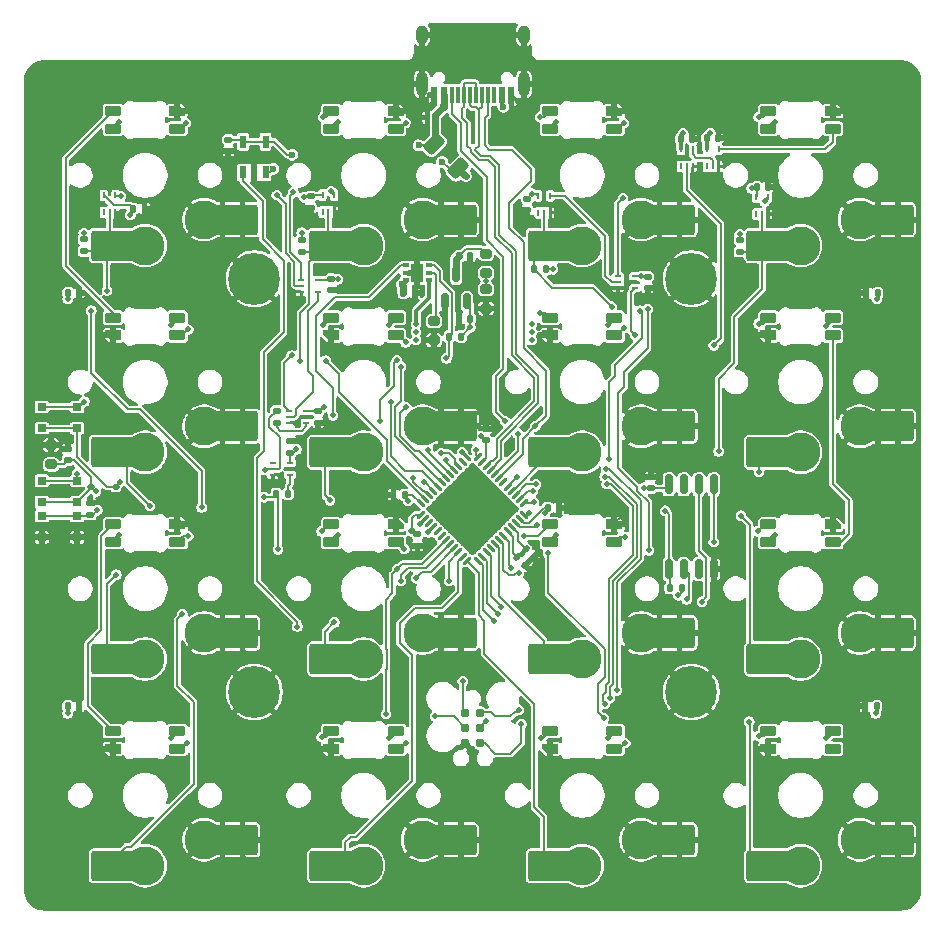
<source format=gbr>
%TF.GenerationSoftware,KiCad,Pcbnew,9.0.1*%
%TF.CreationDate,2025-04-04T22:51:44+11:00*%
%TF.ProjectId,Kobold,4b6f626f-6c64-42e6-9b69-6361645f7063,rev?*%
%TF.SameCoordinates,Original*%
%TF.FileFunction,Copper,L1,Top*%
%TF.FilePolarity,Positive*%
%FSLAX46Y46*%
G04 Gerber Fmt 4.6, Leading zero omitted, Abs format (unit mm)*
G04 Created by KiCad (PCBNEW 9.0.1) date 2025-04-04 22:51:44*
%MOMM*%
%LPD*%
G01*
G04 APERTURE LIST*
G04 Aperture macros list*
%AMRoundRect*
0 Rectangle with rounded corners*
0 $1 Rounding radius*
0 $2 $3 $4 $5 $6 $7 $8 $9 X,Y pos of 4 corners*
0 Add a 4 corners polygon primitive as box body*
4,1,4,$2,$3,$4,$5,$6,$7,$8,$9,$2,$3,0*
0 Add four circle primitives for the rounded corners*
1,1,$1+$1,$2,$3*
1,1,$1+$1,$4,$5*
1,1,$1+$1,$6,$7*
1,1,$1+$1,$8,$9*
0 Add four rect primitives between the rounded corners*
20,1,$1+$1,$2,$3,$4,$5,0*
20,1,$1+$1,$4,$5,$6,$7,0*
20,1,$1+$1,$6,$7,$8,$9,0*
20,1,$1+$1,$8,$9,$2,$3,0*%
%AMRotRect*
0 Rectangle, with rotation*
0 The origin of the aperture is its center*
0 $1 length*
0 $2 width*
0 $3 Rotation angle, in degrees counterclockwise*
0 Add horizontal line*
21,1,$1,$2,0,0,$3*%
%AMFreePoly0*
4,1,18,-0.410000,0.265000,0.000000,0.675000,0.328000,0.675000,0.359380,0.668758,0.385983,0.650983,0.403758,0.624380,0.410000,0.593000,0.410000,-0.593000,0.403758,-0.624380,0.385983,-0.650983,0.359380,-0.668758,0.328000,-0.675000,-0.328000,-0.675000,-0.359380,-0.668758,-0.385983,-0.650983,-0.403758,-0.624380,-0.410000,-0.593000,-0.410000,0.265000,-0.410000,0.265000,$1*%
G04 Aperture macros list end*
%TA.AperFunction,SMDPad,CuDef*%
%ADD10R,0.280000X0.580000*%
%TD*%
%TA.AperFunction,SMDPad,CuDef*%
%ADD11RoundRect,0.140000X-0.219203X-0.021213X-0.021213X-0.219203X0.219203X0.021213X0.021213X0.219203X0*%
%TD*%
%TA.AperFunction,SMDPad,CuDef*%
%ADD12RoundRect,0.140000X-0.170000X0.140000X-0.170000X-0.140000X0.170000X-0.140000X0.170000X0.140000X0*%
%TD*%
%TA.AperFunction,SMDPad,CuDef*%
%ADD13RoundRect,0.200000X-0.275000X0.200000X-0.275000X-0.200000X0.275000X-0.200000X0.275000X0.200000X0*%
%TD*%
%TA.AperFunction,ComponentPad*%
%ADD14C,3.300000*%
%TD*%
%TA.AperFunction,SMDPad,CuDef*%
%ADD15R,1.200000X2.600000*%
%TD*%
%TA.AperFunction,SMDPad,CuDef*%
%ADD16RoundRect,0.260000X-1.065000X-1.040000X1.065000X-1.040000X1.065000X1.040000X-1.065000X1.040000X0*%
%TD*%
%TA.AperFunction,SMDPad,CuDef*%
%ADD17RoundRect,0.135000X0.185000X-0.135000X0.185000X0.135000X-0.185000X0.135000X-0.185000X-0.135000X0*%
%TD*%
%TA.AperFunction,ComponentPad*%
%ADD18C,4.400000*%
%TD*%
%TA.AperFunction,SMDPad,CuDef*%
%ADD19RoundRect,0.150000X0.150000X-0.512500X0.150000X0.512500X-0.150000X0.512500X-0.150000X-0.512500X0*%
%TD*%
%TA.AperFunction,SMDPad,CuDef*%
%ADD20R,0.500000X0.350000*%
%TD*%
%TA.AperFunction,SMDPad,CuDef*%
%ADD21R,1.000000X1.600000*%
%TD*%
%TA.AperFunction,SMDPad,CuDef*%
%ADD22R,0.600000X1.100000*%
%TD*%
%TA.AperFunction,SMDPad,CuDef*%
%ADD23RoundRect,0.250000X-0.662913X-0.220971X-0.220971X-0.662913X0.662913X0.220971X0.220971X0.662913X0*%
%TD*%
%TA.AperFunction,SMDPad,CuDef*%
%ADD24RoundRect,0.082000X-0.593000X0.328000X-0.593000X-0.328000X0.593000X-0.328000X0.593000X0.328000X0*%
%TD*%
%TA.AperFunction,SMDPad,CuDef*%
%ADD25FreePoly0,270.000000*%
%TD*%
%TA.AperFunction,SMDPad,CuDef*%
%ADD26RoundRect,0.140000X-0.140000X-0.170000X0.140000X-0.170000X0.140000X0.170000X-0.140000X0.170000X0*%
%TD*%
%TA.AperFunction,SMDPad,CuDef*%
%ADD27RoundRect,0.050000X-0.150000X-0.300000X0.150000X-0.300000X0.150000X0.300000X-0.150000X0.300000X0*%
%TD*%
%TA.AperFunction,SMDPad,CuDef*%
%ADD28RoundRect,0.140000X0.170000X-0.140000X0.170000X0.140000X-0.170000X0.140000X-0.170000X-0.140000X0*%
%TD*%
%TA.AperFunction,SMDPad,CuDef*%
%ADD29RoundRect,0.135000X-0.135000X-0.185000X0.135000X-0.185000X0.135000X0.185000X-0.135000X0.185000X0*%
%TD*%
%TA.AperFunction,SMDPad,CuDef*%
%ADD30RoundRect,0.140000X0.140000X0.170000X-0.140000X0.170000X-0.140000X-0.170000X0.140000X-0.170000X0*%
%TD*%
%TA.AperFunction,SMDPad,CuDef*%
%ADD31RoundRect,0.082000X0.593000X-0.328000X0.593000X0.328000X-0.593000X0.328000X-0.593000X-0.328000X0*%
%TD*%
%TA.AperFunction,SMDPad,CuDef*%
%ADD32FreePoly0,90.000000*%
%TD*%
%TA.AperFunction,SMDPad,CuDef*%
%ADD33RoundRect,0.162500X0.162500X-0.650000X0.162500X0.650000X-0.162500X0.650000X-0.162500X-0.650000X0*%
%TD*%
%TA.AperFunction,SMDPad,CuDef*%
%ADD34R,0.580000X0.280000*%
%TD*%
%TA.AperFunction,SMDPad,CuDef*%
%ADD35RoundRect,0.200000X0.275000X-0.200000X0.275000X0.200000X-0.275000X0.200000X-0.275000X-0.200000X0*%
%TD*%
%TA.AperFunction,SMDPad,CuDef*%
%ADD36R,0.800000X0.650000*%
%TD*%
%TA.AperFunction,SMDPad,CuDef*%
%ADD37RoundRect,0.062500X-0.220971X-0.309359X0.309359X0.220971X0.220971X0.309359X-0.309359X-0.220971X0*%
%TD*%
%TA.AperFunction,SMDPad,CuDef*%
%ADD38RoundRect,0.062500X0.220971X-0.309359X0.309359X-0.220971X-0.220971X0.309359X-0.309359X0.220971X0*%
%TD*%
%TA.AperFunction,HeatsinkPad*%
%ADD39RotRect,5.600000X5.600000X45.000000*%
%TD*%
%TA.AperFunction,SMDPad,CuDef*%
%ADD40RoundRect,0.135000X-0.185000X0.135000X-0.185000X-0.135000X0.185000X-0.135000X0.185000X0.135000X0*%
%TD*%
%TA.AperFunction,SMDPad,CuDef*%
%ADD41R,0.600000X1.450000*%
%TD*%
%TA.AperFunction,SMDPad,CuDef*%
%ADD42R,0.300000X1.450000*%
%TD*%
%TA.AperFunction,HeatsinkPad*%
%ADD43O,1.000000X2.100000*%
%TD*%
%TA.AperFunction,HeatsinkPad*%
%ADD44O,1.000000X1.600000*%
%TD*%
%TA.AperFunction,SMDPad,CuDef*%
%ADD45R,0.200000X0.660000*%
%TD*%
%TA.AperFunction,SMDPad,CuDef*%
%ADD46R,0.400000X0.660000*%
%TD*%
%TA.AperFunction,ConnectorPad*%
%ADD47C,0.787400*%
%TD*%
%TA.AperFunction,SMDPad,CuDef*%
%ADD48RoundRect,0.112500X-0.187500X-0.112500X0.187500X-0.112500X0.187500X0.112500X-0.187500X0.112500X0*%
%TD*%
%TA.AperFunction,ViaPad*%
%ADD49C,0.500000*%
%TD*%
%TA.AperFunction,ViaPad*%
%ADD50C,0.600000*%
%TD*%
%TA.AperFunction,Conductor*%
%ADD51C,0.200000*%
%TD*%
%TA.AperFunction,Conductor*%
%ADD52C,0.350000*%
%TD*%
%TA.AperFunction,Conductor*%
%ADD53C,0.600000*%
%TD*%
%TA.AperFunction,Conductor*%
%ADD54C,0.450000*%
%TD*%
G04 APERTURE END LIST*
D10*
%TO.P,U1,1,NC*%
%TO.N,unconnected-(U1-NC-Pad1)*%
X178600000Y-57000000D03*
%TO.P,U1,2*%
%TO.N,RGB_PWM_3V3*%
X179100000Y-57000000D03*
%TO.P,U1,3,GND*%
%TO.N,GND*%
X179600000Y-57000000D03*
%TO.P,U1,4*%
%TO.N,Net-(U1-Pad4)*%
X179600000Y-55560000D03*
%TO.P,U1,5,VCC*%
%TO.N,RGB_PWR*%
X178600000Y-55560000D03*
%TD*%
D11*
%TO.P,C21,1*%
%TO.N,+3.3V*%
X164760589Y-90060589D03*
%TO.P,C21,2*%
%TO.N,GND*%
X165439411Y-90739411D03*
%TD*%
D12*
%TO.P,C13,1*%
%TO.N,+3.3V*%
X175800000Y-66320000D03*
%TO.P,C13,2*%
%TO.N,GND*%
X175800000Y-67280000D03*
%TD*%
D13*
%TO.P,R5,1*%
%TO.N,ADC1_IN12*%
X162100000Y-67375000D03*
%TO.P,R5,2*%
%TO.N,GND*%
X162100000Y-69025000D03*
%TD*%
D11*
%TO.P,C17,1*%
%TO.N,+3.3V*%
X165460589Y-89360589D03*
%TO.P,C17,2*%
%TO.N,GND*%
X166139411Y-90039411D03*
%TD*%
D14*
%TO.P,SW14,1,1*%
%TO.N,GND*%
X175250000Y-114000000D03*
D15*
X176800000Y-114000000D03*
D16*
X178495000Y-114000000D03*
%TO.P,SW14,2,2*%
%TO.N,kN*%
X167005000Y-116200000D03*
D15*
X168700000Y-116200000D03*
D14*
X170250000Y-116200000D03*
%TD*%
%TO.P,SW11,1,1*%
%TO.N,GND*%
X156750000Y-96500000D03*
D15*
X158300000Y-96500000D03*
D16*
X159995000Y-96500000D03*
%TO.P,SW11,2,2*%
%TO.N,kK*%
X148505000Y-98700000D03*
D15*
X150200000Y-98700000D03*
D14*
X151750000Y-98700000D03*
%TD*%
D17*
%TO.P,R7,1*%
%TO.N,kA*%
X183600000Y-64210000D03*
%TO.P,R7,2*%
%TO.N,+3.3V*%
X183600000Y-63190000D03*
%TD*%
%TO.P,R11,1*%
%TO.N,kC*%
X146500000Y-64210000D03*
%TO.P,R11,2*%
%TO.N,+3.3V*%
X146500000Y-63190000D03*
%TD*%
D18*
%TO.P,H4,1,1*%
%TO.N,GND*%
X179500000Y-101500000D03*
%TD*%
D19*
%TO.P,U4,1,GND*%
%TO.N,GND*%
X158618000Y-68415500D03*
%TO.P,U4,2,VO*%
%TO.N,+3.3V*%
X160518000Y-68415500D03*
%TO.P,U4,3,VI*%
%TO.N,VBUS*%
X159568000Y-66140500D03*
%TD*%
D20*
%TO.P,U3,1,OUT*%
%TO.N,RGB_PWR*%
X157300000Y-66650000D03*
%TO.P,U3,2,ILIM*%
%TO.N,Net-(U3-ILIM)*%
X157300000Y-66000000D03*
%TO.P,U3,3,~{FAULT}*%
%TO.N,~{RGB_FAULT}*%
X157300000Y-65350000D03*
%TO.P,U3,4,~{EN}*%
%TO.N,~{RGB_EN}*%
X155300000Y-65350000D03*
%TO.P,U3,5,GND*%
%TO.N,GND*%
X155300000Y-66000000D03*
%TO.P,U3,6,IN*%
%TO.N,VBUS*%
X155300000Y-66650000D03*
D21*
%TO.P,U3,7,EP*%
%TO.N,GND*%
X156300000Y-66000000D03*
%TD*%
D22*
%TO.P,U5,1*%
%TO.N,ADC2_IN12*%
X141550000Y-57500000D03*
%TO.P,U5,2,GND*%
%TO.N,GND*%
X142500000Y-57500000D03*
%TO.P,U5,3,+*%
%TO.N,/VBUS_IN*%
X143450000Y-57500000D03*
%TO.P,U5,4,-*%
%TO.N,VBUS*%
X143450000Y-54900000D03*
%TO.P,U5,5,V+*%
X141550000Y-54900000D03*
%TD*%
D14*
%TO.P,SW13,1,1*%
%TO.N,GND*%
X193750000Y-114000000D03*
D15*
X195300000Y-114000000D03*
D16*
X196995000Y-114000000D03*
%TO.P,SW13,2,2*%
%TO.N,kM*%
X185505000Y-116200000D03*
D15*
X187200000Y-116200000D03*
D14*
X188750000Y-116200000D03*
%TD*%
D23*
%TO.P,R3,1*%
%TO.N,/VBUS_IN*%
X157715856Y-55099856D03*
%TO.P,R3,2*%
%TO.N,VBUS*%
X159784144Y-57168144D03*
%TD*%
D24*
%TO.P,D10,1,VDD*%
%TO.N,RGB_PWR*%
X167525000Y-88800000D03*
%TO.P,D10,2,DOUT*%
%TO.N,Net-(D10-DOUT)*%
X167525000Y-87300000D03*
D25*
%TO.P,D10,3,VSS*%
%TO.N,GND*%
X172975000Y-87300000D03*
D24*
%TO.P,D10,4,DIN*%
%TO.N,Net-(D10-DIN)*%
X172975000Y-88800000D03*
%TD*%
D26*
%TO.P,C6,1*%
%TO.N,RGB_PWR*%
X126720000Y-67700000D03*
%TO.P,C6,2*%
%TO.N,GND*%
X127680000Y-67700000D03*
%TD*%
%TO.P,C26,1*%
%TO.N,+3.3V*%
X132240000Y-60560000D03*
%TO.P,C26,2*%
%TO.N,GND*%
X133200000Y-60560000D03*
%TD*%
%TO.P,C12,1*%
%TO.N,+3.3V*%
X185020000Y-58750000D03*
%TO.P,C12,2*%
%TO.N,GND*%
X185980000Y-58750000D03*
%TD*%
D24*
%TO.P,D12,1,VDD*%
%TO.N,RGB_PWR*%
X130525000Y-88800000D03*
%TO.P,D12,2,DOUT*%
%TO.N,Net-(D12-DOUT)*%
X130525000Y-87300000D03*
D25*
%TO.P,D12,3,VSS*%
%TO.N,GND*%
X135975000Y-87300000D03*
D24*
%TO.P,D12,4,DIN*%
%TO.N,Net-(D11-DOUT)*%
X135975000Y-88800000D03*
%TD*%
D27*
%TO.P,D17,1,A1*%
%TO.N,GND*%
X157130000Y-52832000D03*
%TO.P,D17,2,A2*%
%TO.N,/VBUS_IN*%
X157830000Y-52832000D03*
%TD*%
D28*
%TO.P,C19,1*%
%TO.N,BOOT0*%
X126700000Y-81880000D03*
%TO.P,C19,2*%
%TO.N,GND*%
X126700000Y-80920000D03*
%TD*%
%TO.P,C27,1*%
%TO.N,nRST*%
X128600000Y-86467000D03*
%TO.P,C27,2*%
%TO.N,GND*%
X128600000Y-85507000D03*
%TD*%
%TO.P,C11,1*%
%TO.N,+3.3V*%
X176050000Y-84230000D03*
%TO.P,C11,2*%
%TO.N,GND*%
X176050000Y-83270000D03*
%TD*%
D14*
%TO.P,SW5,1,1*%
%TO.N,GND*%
X193750000Y-79000000D03*
D15*
X195300000Y-79000000D03*
D16*
X196995000Y-79000000D03*
%TO.P,SW5,2,2*%
%TO.N,kE*%
X185505000Y-81200000D03*
D15*
X187200000Y-81200000D03*
D14*
X188750000Y-81200000D03*
%TD*%
D29*
%TO.P,R1,1*%
%TO.N,~{RGB_FAULT}*%
X158990000Y-71400000D03*
%TO.P,R1,2*%
%TO.N,+3.3V*%
X160010000Y-71400000D03*
%TD*%
D10*
%TO.P,U11,1,NC*%
%TO.N,unconnected-(U11-NC-Pad1)*%
X166550000Y-60920000D03*
%TO.P,U11,2*%
%TO.N,kB*%
X167050000Y-60920000D03*
%TO.P,U11,3,GND*%
%TO.N,GND*%
X167550000Y-60920000D03*
%TO.P,U11,4*%
%TO.N,Net-(U10-Pad2)*%
X167550000Y-59480000D03*
%TO.P,U11,5,VCC*%
%TO.N,+3.3V*%
X166550000Y-59480000D03*
%TD*%
D30*
%TO.P,C5,1*%
%TO.N,RGB_PWR*%
X195180000Y-102700000D03*
%TO.P,C5,2*%
%TO.N,GND*%
X194220000Y-102700000D03*
%TD*%
D26*
%TO.P,C8,1*%
%TO.N,VBUS*%
X159820000Y-64600000D03*
%TO.P,C8,2*%
%TO.N,GND*%
X160780000Y-64600000D03*
%TD*%
D31*
%TO.P,D7,1,VDD*%
%TO.N,RGB_PWR*%
X154475000Y-69800000D03*
%TO.P,D7,2,DOUT*%
%TO.N,Net-(D6-DIN)*%
X154475000Y-71300000D03*
D32*
%TO.P,D7,3,VSS*%
%TO.N,GND*%
X149025000Y-71300000D03*
D31*
%TO.P,D7,4,DIN*%
%TO.N,Net-(D7-DIN)*%
X149025000Y-69800000D03*
%TD*%
D14*
%TO.P,SW10,1,1*%
%TO.N,GND*%
X175250000Y-96500000D03*
D15*
X176800000Y-96500000D03*
D16*
X178495000Y-96500000D03*
%TO.P,SW10,2,2*%
%TO.N,kJ*%
X167005000Y-98700000D03*
D15*
X168700000Y-98700000D03*
D14*
X170250000Y-98700000D03*
%TD*%
D30*
%TO.P,C18,1*%
%TO.N,+3.3V*%
X155240000Y-84800000D03*
%TO.P,C18,2*%
%TO.N,GND*%
X154280000Y-84800000D03*
%TD*%
D24*
%TO.P,D3,1,VDD*%
%TO.N,RGB_PWR*%
X149025000Y-53800000D03*
%TO.P,D3,2,DOUT*%
%TO.N,Net-(D3-DOUT)*%
X149025000Y-52300000D03*
D25*
%TO.P,D3,3,VSS*%
%TO.N,GND*%
X154475000Y-52300000D03*
D24*
%TO.P,D3,4,DIN*%
%TO.N,Net-(D2-DOUT)*%
X154475000Y-53800000D03*
%TD*%
D12*
%TO.P,C14,1*%
%TO.N,+3.3V*%
X165600000Y-59720000D03*
%TO.P,C14,2*%
%TO.N,GND*%
X165600000Y-60680000D03*
%TD*%
D33*
%TO.P,U8,1,~{CS}*%
%TO.N,FLASH_CS*%
X177595000Y-91087500D03*
%TO.P,U8,2,DO/IO_{1}*%
%TO.N,SPI1_MISO*%
X178865000Y-91087500D03*
%TO.P,U8,3,~{WP}/IO_{2}*%
%TO.N,unconnected-(U8-~{WP}{slash}IO_{2}-Pad3)*%
X180135000Y-91087500D03*
%TO.P,U8,4,GND*%
%TO.N,GND*%
X181405000Y-91087500D03*
%TO.P,U8,5,DI/IO_{0}*%
%TO.N,SPI1_MOSI*%
X181405000Y-83912500D03*
%TO.P,U8,6,CLK*%
%TO.N,SPI1_SCK*%
X180135000Y-83912500D03*
%TO.P,U8,7,~{HOLD}/~{RESET}/IO_{3}*%
%TO.N,unconnected-(U8-~{HOLD}{slash}~{RESET}{slash}IO_{3}-Pad7)*%
X178865000Y-83912500D03*
%TO.P,U8,8,VCC*%
%TO.N,+3.3V*%
X177595000Y-83912500D03*
%TD*%
D18*
%TO.P,H1,1,1*%
%TO.N,GND*%
X142500000Y-66500000D03*
%TD*%
D14*
%TO.P,SW16,1,1*%
%TO.N,GND*%
X138250000Y-114000000D03*
D15*
X139800000Y-114000000D03*
D16*
X141495000Y-114000000D03*
%TO.P,SW16,2,2*%
%TO.N,kP*%
X130005000Y-116200000D03*
D15*
X131700000Y-116200000D03*
D14*
X133250000Y-116200000D03*
%TD*%
%TO.P,SW6,1,1*%
%TO.N,GND*%
X175250000Y-79000000D03*
D15*
X176800000Y-79000000D03*
D16*
X178495000Y-79000000D03*
%TO.P,SW6,2,2*%
%TO.N,kF*%
X167005000Y-81200000D03*
D15*
X168700000Y-81200000D03*
D14*
X170250000Y-81200000D03*
%TD*%
D34*
%TO.P,U10,1*%
%TO.N,Net-(U10-Pad1)*%
X173280000Y-66300000D03*
%TO.P,U10,2*%
%TO.N,Net-(U10-Pad2)*%
X173280000Y-66800000D03*
%TO.P,U10,3,GND*%
%TO.N,GND*%
X173280000Y-67300000D03*
%TO.P,U10,4*%
%TO.N,Net-(U10-Pad4)*%
X174720000Y-67300000D03*
%TO.P,U10,5,VCC*%
%TO.N,+3.3V*%
X174720000Y-66300000D03*
%TD*%
D30*
%TO.P,C3,1*%
%TO.N,GND*%
X156080000Y-67700000D03*
%TO.P,C3,2*%
%TO.N,VBUS*%
X155120000Y-67700000D03*
%TD*%
D28*
%TO.P,C16,1*%
%TO.N,+3.3V*%
X162110000Y-80180000D03*
%TO.P,C16,2*%
%TO.N,GND*%
X162110000Y-79220000D03*
%TD*%
D24*
%TO.P,D2,1,VDD*%
%TO.N,RGB_PWR*%
X167525000Y-53800000D03*
%TO.P,D2,2,DOUT*%
%TO.N,Net-(D2-DOUT)*%
X167525000Y-52300000D03*
D25*
%TO.P,D2,3,VSS*%
%TO.N,GND*%
X172975000Y-52300000D03*
D24*
%TO.P,D2,4,DIN*%
%TO.N,Net-(D1-DOUT)*%
X172975000Y-53800000D03*
%TD*%
D18*
%TO.P,H3,1,1*%
%TO.N,GND*%
X142500000Y-101500000D03*
%TD*%
D35*
%TO.P,R2,1*%
%TO.N,GND*%
X157700000Y-71725000D03*
%TO.P,R2,2*%
%TO.N,Net-(U3-ILIM)*%
X157700000Y-70075000D03*
%TD*%
D26*
%TO.P,C2,1*%
%TO.N,RGB_PWR*%
X180820000Y-54580000D03*
%TO.P,C2,2*%
%TO.N,GND*%
X181780000Y-54580000D03*
%TD*%
D34*
%TO.P,U12,1*%
%TO.N,Net-(U10-Pad4)*%
X145460000Y-77700000D03*
%TO.P,U12,2*%
%TO.N,Net-(U12-Pad2)*%
X145460000Y-78200000D03*
%TO.P,U12,3,GND*%
%TO.N,GND*%
X145460000Y-78700000D03*
%TO.P,U12,4*%
%TO.N,Net-(R10-Pad2)*%
X146900000Y-78700000D03*
%TO.P,U12,5,VCC*%
%TO.N,+3.3V*%
X146900000Y-77700000D03*
%TD*%
D36*
%TO.P,SW18,1,1*%
%TO.N,+3.3V*%
X124500000Y-77350000D03*
%TO.P,SW18,2,2*%
X127500000Y-77350000D03*
%TO.P,SW18,3,3*%
%TO.N,Net-(D18-A)*%
X127500000Y-79150000D03*
%TO.P,SW18,4,4*%
X124500000Y-79150000D03*
%TD*%
D29*
%TO.P,R6,1*%
%TO.N,FLASH_CS*%
X177690000Y-92700000D03*
%TO.P,R6,2*%
%TO.N,+3.3V*%
X178710000Y-92700000D03*
%TD*%
D14*
%TO.P,SW7,1,1*%
%TO.N,GND*%
X156750000Y-79000000D03*
D15*
X158300000Y-79000000D03*
D16*
X159995000Y-79000000D03*
%TO.P,SW7,2,2*%
%TO.N,kG*%
X148505000Y-81200000D03*
D15*
X150200000Y-81200000D03*
D14*
X151750000Y-81200000D03*
%TD*%
D37*
%TO.P,U7,1,VBAT*%
%TO.N,+3.3V*%
X156599554Y-86486136D03*
%TO.P,U7,2,PC13*%
%TO.N,kG*%
X156953107Y-86839689D03*
%TO.P,U7,3,PC14*%
%TO.N,unconnected-(U7-PC14-Pad3)*%
X157306661Y-87193243D03*
%TO.P,U7,4,PC15*%
%TO.N,kH*%
X157660214Y-87546796D03*
%TO.P,U7,5,PF0*%
%TO.N,unconnected-(U7-PF0-Pad5)*%
X158013767Y-87900349D03*
%TO.P,U7,6,PF1*%
%TO.N,unconnected-(U7-PF1-Pad6)*%
X158367321Y-88253903D03*
%TO.P,U7,7,PG10*%
%TO.N,nRST*%
X158720874Y-88607456D03*
%TO.P,U7,8,PA0*%
%TO.N,kL*%
X159074428Y-88961010D03*
%TO.P,U7,9,PA1*%
%TO.N,kP*%
X159427981Y-89314563D03*
%TO.P,U7,10,PA2*%
%TO.N,kK*%
X159781534Y-89668116D03*
%TO.P,U7,11,PA3*%
%TO.N,kO*%
X160135088Y-90021670D03*
%TO.P,U7,12,PA4*%
%TO.N,kN*%
X160488641Y-90375223D03*
D38*
%TO.P,U7,13,PA5*%
%TO.N,SPI1_SCK*%
X161460913Y-90375223D03*
%TO.P,U7,14,PA6*%
%TO.N,SPI1_MISO*%
X161814466Y-90021670D03*
%TO.P,U7,15,PA7*%
%TO.N,SPI1_MOSI*%
X162168020Y-89668116D03*
%TO.P,U7,16,PC4*%
%TO.N,unconnected-(U7-PC4-Pad16)*%
X162521573Y-89314563D03*
%TO.P,U7,17,PB0*%
%TO.N,kJ*%
X162875126Y-88961010D03*
%TO.P,U7,18,PB1*%
%TO.N,ADC1_IN12*%
X163228680Y-88607456D03*
%TO.P,U7,19,PB2*%
%TO.N,ADC2_IN12*%
X163582233Y-88253903D03*
%TO.P,U7,20,VREF+*%
%TO.N,+3.3V*%
X163935787Y-87900349D03*
%TO.P,U7,21,VDDA*%
X164289340Y-87546796D03*
%TO.P,U7,22,PB10*%
%TO.N,FLASH_CS*%
X164642893Y-87193243D03*
%TO.P,U7,23,VDD*%
%TO.N,+3.3V*%
X164996447Y-86839689D03*
%TO.P,U7,24,PB11*%
%TO.N,kM*%
X165350000Y-86486136D03*
D37*
%TO.P,U7,25,PB12*%
%TO.N,kI*%
X165350000Y-85513864D03*
%TO.P,U7,26,PB13*%
%TO.N,kE*%
X164996447Y-85160311D03*
%TO.P,U7,27,PB14*%
%TO.N,kA*%
X164642893Y-84806757D03*
%TO.P,U7,28,PB15*%
%TO.N,kF*%
X164289340Y-84453204D03*
%TO.P,U7,29,PC6*%
%TO.N,kB*%
X163935787Y-84099651D03*
%TO.P,U7,30,PA8*%
%TO.N,unconnected-(U7-PA8-Pad30)*%
X163582233Y-83746097D03*
%TO.P,U7,31,PA9*%
%TO.N,CC1*%
X163228680Y-83392544D03*
%TO.P,U7,32,PA10*%
%TO.N,CC2*%
X162875126Y-83038990D03*
%TO.P,U7,33,PA11*%
%TO.N,D-*%
X162521573Y-82685437D03*
%TO.P,U7,34,PA12*%
%TO.N,D+*%
X162168020Y-82331884D03*
%TO.P,U7,35,VDD*%
%TO.N,+3.3V*%
X161814466Y-81978330D03*
%TO.P,U7,36,PA13*%
%TO.N,SWDIO*%
X161460913Y-81624777D03*
D38*
%TO.P,U7,37,PA14*%
%TO.N,SWCLK*%
X160488641Y-81624777D03*
%TO.P,U7,38,PA15*%
%TO.N,unconnected-(U7-PA15-Pad38)*%
X160135088Y-81978330D03*
%TO.P,U7,39,PC10*%
%TO.N,~{RGB_FAULT}*%
X159781534Y-82331884D03*
%TO.P,U7,40,PC11*%
%TO.N,~{RGB_EN}*%
X159427981Y-82685437D03*
%TO.P,U7,41,PB3*%
%TO.N,SWO*%
X159074428Y-83038990D03*
%TO.P,U7,42,PB4*%
%TO.N,CC2*%
X158720874Y-83392544D03*
%TO.P,U7,43,PB5*%
%TO.N,RGB_PWM_3V3*%
X158367321Y-83746097D03*
%TO.P,U7,44,PB6*%
%TO.N,CC1*%
X158013767Y-84099651D03*
%TO.P,U7,45,PB7*%
%TO.N,kD*%
X157660214Y-84453204D03*
%TO.P,U7,46,PB8*%
%TO.N,BOOT0*%
X157306661Y-84806757D03*
%TO.P,U7,47,PB9*%
%TO.N,kC*%
X156953107Y-85160311D03*
%TO.P,U7,48,VDD*%
%TO.N,+3.3V*%
X156599554Y-85513864D03*
D39*
%TO.P,U7,49,VSS*%
%TO.N,GND*%
X160974777Y-86000000D03*
%TD*%
D14*
%TO.P,SW12,1,1*%
%TO.N,GND*%
X138250000Y-96500000D03*
D15*
X139800000Y-96500000D03*
D16*
X141495000Y-96500000D03*
%TO.P,SW12,2,2*%
%TO.N,kL*%
X130005000Y-98700000D03*
D15*
X131700000Y-98700000D03*
D14*
X133250000Y-98700000D03*
%TD*%
D31*
%TO.P,D14,1,VDD*%
%TO.N,RGB_PWR*%
X172975000Y-104800000D03*
%TO.P,D14,2,DOUT*%
%TO.N,Net-(D13-DIN)*%
X172975000Y-106300000D03*
D32*
%TO.P,D14,3,VSS*%
%TO.N,GND*%
X167525000Y-106300000D03*
D31*
%TO.P,D14,4,DIN*%
%TO.N,Net-(D14-DIN)*%
X167525000Y-104800000D03*
%TD*%
%TO.P,D13,1,VDD*%
%TO.N,RGB_PWR*%
X191475000Y-104800000D03*
%TO.P,D13,2,DOUT*%
%TO.N,unconnected-(D13-DOUT-Pad2)*%
X191475000Y-106300000D03*
D32*
%TO.P,D13,3,VSS*%
%TO.N,GND*%
X186025000Y-106300000D03*
D31*
%TO.P,D13,4,DIN*%
%TO.N,Net-(D13-DIN)*%
X186025000Y-104800000D03*
%TD*%
D18*
%TO.P,H2,1,1*%
%TO.N,GND*%
X179500000Y-66500000D03*
%TD*%
D12*
%TO.P,C10,1*%
%TO.N,VBUS*%
X140300000Y-54720000D03*
%TO.P,C10,2*%
%TO.N,GND*%
X140300000Y-55680000D03*
%TD*%
D40*
%TO.P,R10,1*%
%TO.N,Net-(D18-A)*%
X144380000Y-77690000D03*
%TO.P,R10,2*%
%TO.N,Net-(R10-Pad2)*%
X144380000Y-78710000D03*
%TD*%
D24*
%TO.P,D4,1,VDD*%
%TO.N,RGB_PWR*%
X130525000Y-53800000D03*
%TO.P,D4,2,DOUT*%
%TO.N,Net-(D4-DOUT)*%
X130525000Y-52300000D03*
D25*
%TO.P,D4,3,VSS*%
%TO.N,GND*%
X135975000Y-52300000D03*
D24*
%TO.P,D4,4,DIN*%
%TO.N,Net-(D3-DOUT)*%
X135975000Y-53800000D03*
%TD*%
D34*
%TO.P,U14,1*%
%TO.N,Net-(U13-Pad4)*%
X146480000Y-66600000D03*
%TO.P,U14,2*%
%TO.N,Net-(U14-Pad2)*%
X146480000Y-67100000D03*
%TO.P,U14,3,GND*%
%TO.N,GND*%
X146480000Y-67600000D03*
%TO.P,U14,4*%
%TO.N,Net-(U12-Pad2)*%
X147920000Y-67600000D03*
%TO.P,U14,5,VCC*%
%TO.N,+3.3V*%
X147920000Y-66600000D03*
%TD*%
D10*
%TO.P,U2,1,NC*%
%TO.N,unconnected-(U2-NC-Pad1)*%
X180800000Y-57000000D03*
%TO.P,U2,2*%
%TO.N,Net-(U1-Pad4)*%
X181300000Y-57000000D03*
%TO.P,U2,3,GND*%
%TO.N,GND*%
X181800000Y-57000000D03*
%TO.P,U2,4*%
%TO.N,RGB_PWM_5V*%
X181800000Y-55560000D03*
%TO.P,U2,5,VCC*%
%TO.N,RGB_PWR*%
X180800000Y-55560000D03*
%TD*%
D24*
%TO.P,D1,1,VDD*%
%TO.N,RGB_PWR*%
X186025000Y-53800000D03*
%TO.P,D1,2,DOUT*%
%TO.N,Net-(D1-DOUT)*%
X186025000Y-52300000D03*
D25*
%TO.P,D1,3,VSS*%
%TO.N,GND*%
X191475000Y-52300000D03*
D24*
%TO.P,D1,4,DIN*%
%TO.N,RGB_PWM_5V*%
X191475000Y-53800000D03*
%TD*%
D14*
%TO.P,SW2,1,1*%
%TO.N,GND*%
X175250000Y-61500000D03*
D15*
X176800000Y-61500000D03*
D16*
X178495000Y-61500000D03*
%TO.P,SW2,2,2*%
%TO.N,kB*%
X167005000Y-63700000D03*
D15*
X168700000Y-63700000D03*
D14*
X170250000Y-63700000D03*
%TD*%
D12*
%TO.P,C22,1*%
%TO.N,+3.3V*%
X156310000Y-88140000D03*
%TO.P,C22,2*%
%TO.N,GND*%
X156310000Y-89100000D03*
%TD*%
D28*
%TO.P,C25,1*%
%TO.N,+3.3V*%
X145550000Y-81230000D03*
%TO.P,C25,2*%
%TO.N,GND*%
X145550000Y-80270000D03*
%TD*%
D14*
%TO.P,SW8,1,1*%
%TO.N,GND*%
X138250000Y-79000000D03*
D15*
X139800000Y-79000000D03*
D16*
X141495000Y-79000000D03*
%TO.P,SW8,2,2*%
%TO.N,kH*%
X130005000Y-81200000D03*
D15*
X131700000Y-81200000D03*
D14*
X133250000Y-81200000D03*
%TD*%
D31*
%TO.P,D5,1,VDD*%
%TO.N,RGB_PWR*%
X191475000Y-69800000D03*
%TO.P,D5,2,DOUT*%
%TO.N,Net-(D5-DOUT)*%
X191475000Y-71300000D03*
D32*
%TO.P,D5,3,VSS*%
%TO.N,GND*%
X186025000Y-71300000D03*
D31*
%TO.P,D5,4,DIN*%
%TO.N,Net-(D5-DIN)*%
X186025000Y-69800000D03*
%TD*%
D14*
%TO.P,SW4,1,1*%
%TO.N,GND*%
X138250000Y-61500000D03*
D15*
X139800000Y-61500000D03*
D16*
X141495000Y-61500000D03*
%TO.P,SW4,2,2*%
%TO.N,kD*%
X130005000Y-63700000D03*
D15*
X131700000Y-63700000D03*
D14*
X133250000Y-63700000D03*
%TD*%
D41*
%TO.P,J1,A1,GND*%
%TO.N,GND*%
X164250000Y-50945000D03*
%TO.P,J1,A4,VBUS*%
%TO.N,/VBUS_IN*%
X163450000Y-50945000D03*
D42*
%TO.P,J1,A5,CC1*%
%TO.N,CC1*%
X162250000Y-50945000D03*
%TO.P,J1,A6,D+*%
%TO.N,D+*%
X161250000Y-50945000D03*
%TO.P,J1,A7,D-*%
%TO.N,D-*%
X160750000Y-50945000D03*
%TO.P,J1,A8,SBU1*%
%TO.N,unconnected-(J1-SBU1-PadA8)*%
X159750000Y-50945000D03*
D41*
%TO.P,J1,A9,VBUS*%
%TO.N,/VBUS_IN*%
X158550000Y-50945000D03*
%TO.P,J1,A12,GND*%
%TO.N,GND*%
X157750000Y-50945000D03*
%TO.P,J1,B1,GND*%
X157750000Y-50945000D03*
%TO.P,J1,B4,VBUS*%
%TO.N,/VBUS_IN*%
X158550000Y-50945000D03*
D42*
%TO.P,J1,B5,CC2*%
%TO.N,CC2*%
X159250000Y-50945000D03*
%TO.P,J1,B6,D+*%
%TO.N,D+*%
X160250000Y-50945000D03*
%TO.P,J1,B7,D-*%
%TO.N,D-*%
X161750000Y-50945000D03*
%TO.P,J1,B8,SBU2*%
%TO.N,unconnected-(J1-SBU2-PadB8)*%
X162750000Y-50945000D03*
D41*
%TO.P,J1,B9,VBUS*%
%TO.N,/VBUS_IN*%
X163450000Y-50945000D03*
%TO.P,J1,B12,GND*%
%TO.N,GND*%
X164250000Y-50945000D03*
D43*
%TO.P,J1,S1,SHIELD*%
X165320000Y-50030000D03*
D44*
X165320000Y-45850000D03*
D43*
X156680000Y-50030000D03*
D44*
X156680000Y-45850000D03*
%TD*%
D29*
%TO.P,R13,1*%
%TO.N,nRST*%
X144340000Y-84700000D03*
%TO.P,R13,2*%
%TO.N,Net-(R13-Pad2)*%
X145360000Y-84700000D03*
%TD*%
D26*
%TO.P,C1,1*%
%TO.N,RGB_PWR*%
X178620000Y-54680000D03*
%TO.P,C1,2*%
%TO.N,GND*%
X179580000Y-54680000D03*
%TD*%
D12*
%TO.P,C23,1*%
%TO.N,+3.3V*%
X147300000Y-59520000D03*
%TO.P,C23,2*%
%TO.N,GND*%
X147300000Y-60480000D03*
%TD*%
D14*
%TO.P,SW15,1,1*%
%TO.N,GND*%
X156750000Y-114000000D03*
D15*
X158300000Y-114000000D03*
D16*
X159995000Y-114000000D03*
%TO.P,SW15,2,2*%
%TO.N,kO*%
X148505000Y-116200000D03*
D15*
X150200000Y-116200000D03*
D14*
X151750000Y-116200000D03*
%TD*%
D26*
%TO.P,C7,1*%
%TO.N,RGB_PWR*%
X126720000Y-102700000D03*
%TO.P,C7,2*%
%TO.N,GND*%
X127680000Y-102700000D03*
%TD*%
D12*
%TO.P,C24,1*%
%TO.N,+3.3V*%
X149000000Y-66520000D03*
%TO.P,C24,2*%
%TO.N,GND*%
X149000000Y-67480000D03*
%TD*%
D31*
%TO.P,D16,1,VDD*%
%TO.N,RGB_PWR*%
X135975000Y-104800000D03*
%TO.P,D16,2,DOUT*%
%TO.N,Net-(D15-DIN)*%
X135975000Y-106300000D03*
D32*
%TO.P,D16,3,VSS*%
%TO.N,GND*%
X130525000Y-106300000D03*
D31*
%TO.P,D16,4,DIN*%
%TO.N,Net-(D12-DOUT)*%
X130525000Y-104800000D03*
%TD*%
D34*
%TO.P,U15,1,NC*%
%TO.N,unconnected-(U15-NC-Pad1)*%
X144080000Y-82100000D03*
%TO.P,U15,2*%
%TO.N,Net-(D18-A)*%
X144080000Y-82600000D03*
%TO.P,U15,3,GND*%
%TO.N,GND*%
X144080000Y-83100000D03*
%TO.P,U15,4*%
%TO.N,Net-(R13-Pad2)*%
X145520000Y-83100000D03*
%TO.P,U15,5,VCC*%
%TO.N,+3.3V*%
X145520000Y-82100000D03*
%TD*%
D10*
%TO.P,U9,1,NC*%
%TO.N,unconnected-(U9-NC-Pad1)*%
X184980000Y-61020000D03*
%TO.P,U9,2*%
%TO.N,kA*%
X185480000Y-61020000D03*
%TO.P,U9,3,GND*%
%TO.N,GND*%
X185980000Y-61020000D03*
%TO.P,U9,4*%
%TO.N,Net-(U10-Pad1)*%
X185980000Y-59580000D03*
%TO.P,U9,5,VCC*%
%TO.N,+3.3V*%
X184980000Y-59580000D03*
%TD*%
D14*
%TO.P,SW9,1,1*%
%TO.N,GND*%
X193750000Y-96500000D03*
D15*
X195300000Y-96500000D03*
D16*
X196995000Y-96500000D03*
%TO.P,SW9,2,2*%
%TO.N,kI*%
X185505000Y-98700000D03*
D15*
X187200000Y-98700000D03*
D14*
X188750000Y-98700000D03*
%TD*%
D12*
%TO.P,C15,1*%
%TO.N,+3.3V*%
X147900000Y-77720000D03*
%TO.P,C15,2*%
%TO.N,GND*%
X147900000Y-78680000D03*
%TD*%
D45*
%TO.P,U6,1,1*%
%TO.N,CC2*%
X160000000Y-54730000D03*
%TO.P,U6,2,2*%
%TO.N,D+*%
X160500001Y-54730000D03*
D46*
%TO.P,U6,3,3*%
%TO.N,GND*%
X161000000Y-54730000D03*
D45*
%TO.P,U6,4,4*%
%TO.N,D-*%
X161499999Y-54730000D03*
%TO.P,U6,5,5*%
%TO.N,CC1*%
X162000000Y-54730000D03*
%TO.P,U6,6,6*%
X162000000Y-53870000D03*
%TO.P,U6,7,7*%
%TO.N,D-*%
X161499999Y-53870000D03*
D46*
%TO.P,U6,8,8*%
%TO.N,GND*%
X161000000Y-53870000D03*
D45*
%TO.P,U6,9,9*%
%TO.N,D+*%
X160500001Y-53870000D03*
%TO.P,U6,10,10*%
%TO.N,CC2*%
X160000000Y-53870000D03*
%TD*%
D47*
%TO.P,J2,1,VCC*%
%TO.N,+3.3V*%
X160359000Y-103290000D03*
%TO.P,J2,2,SWDIO*%
%TO.N,SWDIO*%
X161629000Y-103290000D03*
%TO.P,J2,3,~{RESET}*%
%TO.N,nRST*%
X160359000Y-104560000D03*
%TO.P,J2,4,SWCLK*%
%TO.N,SWCLK*%
X161629000Y-104560000D03*
%TO.P,J2,5,GND*%
%TO.N,GND*%
X160359000Y-105830000D03*
%TO.P,J2,6,SWO*%
%TO.N,SWO*%
X161629000Y-105830000D03*
%TD*%
D36*
%TO.P,SW17,1,1*%
%TO.N,+3.3V*%
X124500000Y-83600000D03*
%TO.P,SW17,2,2*%
X127500000Y-83600000D03*
%TO.P,SW17,3,3*%
%TO.N,BOOT0*%
X127500000Y-85400000D03*
%TO.P,SW17,4,4*%
X124500000Y-85400000D03*
%TD*%
D31*
%TO.P,D8,1,VDD*%
%TO.N,RGB_PWR*%
X135975000Y-69800000D03*
%TO.P,D8,2,DOUT*%
%TO.N,Net-(D7-DIN)*%
X135975000Y-71300000D03*
D32*
%TO.P,D8,3,VSS*%
%TO.N,GND*%
X130525000Y-71300000D03*
D31*
%TO.P,D8,4,DIN*%
%TO.N,Net-(D4-DOUT)*%
X130525000Y-69800000D03*
%TD*%
D30*
%TO.P,C9,1*%
%TO.N,+3.3V*%
X160800000Y-69900000D03*
%TO.P,C9,2*%
%TO.N,GND*%
X159840000Y-69900000D03*
%TD*%
D14*
%TO.P,SW3,1,1*%
%TO.N,GND*%
X156750000Y-61500000D03*
D15*
X158300000Y-61500000D03*
D16*
X159995000Y-61500000D03*
%TO.P,SW3,2,2*%
%TO.N,kC*%
X148505000Y-63700000D03*
D15*
X150200000Y-63700000D03*
D14*
X151750000Y-63700000D03*
%TD*%
D35*
%TO.P,R9,1*%
%TO.N,BOOT0*%
X125300000Y-82225000D03*
%TO.P,R9,2*%
%TO.N,GND*%
X125300000Y-80575000D03*
%TD*%
D10*
%TO.P,U13,1,NC*%
%TO.N,unconnected-(U13-NC-Pad1)*%
X148270000Y-60860000D03*
%TO.P,U13,2*%
%TO.N,kC*%
X148770000Y-60860000D03*
%TO.P,U13,3,GND*%
%TO.N,GND*%
X149270000Y-60860000D03*
%TO.P,U13,4*%
%TO.N,Net-(U13-Pad4)*%
X149270000Y-59420000D03*
%TO.P,U13,5,VCC*%
%TO.N,+3.3V*%
X148270000Y-59420000D03*
%TD*%
D31*
%TO.P,D6,1,VDD*%
%TO.N,RGB_PWR*%
X172975000Y-69800000D03*
%TO.P,D6,2,DOUT*%
%TO.N,Net-(D5-DIN)*%
X172975000Y-71300000D03*
D32*
%TO.P,D6,3,VSS*%
%TO.N,GND*%
X167525000Y-71300000D03*
D31*
%TO.P,D6,4,DIN*%
%TO.N,Net-(D6-DIN)*%
X167525000Y-69800000D03*
%TD*%
D30*
%TO.P,C4,1*%
%TO.N,RGB_PWR*%
X195280000Y-67700000D03*
%TO.P,C4,2*%
%TO.N,GND*%
X194320000Y-67700000D03*
%TD*%
D24*
%TO.P,D9,1,VDD*%
%TO.N,RGB_PWR*%
X186025000Y-88800000D03*
%TO.P,D9,2,DOUT*%
%TO.N,Net-(D10-DIN)*%
X186025000Y-87300000D03*
D25*
%TO.P,D9,3,VSS*%
%TO.N,GND*%
X191475000Y-87300000D03*
D24*
%TO.P,D9,4,DIN*%
%TO.N,Net-(D5-DOUT)*%
X191475000Y-88800000D03*
%TD*%
D14*
%TO.P,SW1,1,1*%
%TO.N,GND*%
X193750000Y-61500000D03*
D15*
X195300000Y-61500000D03*
D16*
X196995000Y-61500000D03*
%TO.P,SW1,2,2*%
%TO.N,kA*%
X185505000Y-63700000D03*
D15*
X187200000Y-63700000D03*
D14*
X188750000Y-63700000D03*
%TD*%
D36*
%TO.P,SW19,1,1*%
%TO.N,nRST*%
X124500000Y-86600000D03*
%TO.P,SW19,2,2*%
X127500000Y-86600000D03*
%TO.P,SW19,3,3*%
%TO.N,GND*%
X127500000Y-88400000D03*
%TO.P,SW19,4,4*%
X124500000Y-88400000D03*
%TD*%
D13*
%TO.P,R4,1*%
%TO.N,VBUS*%
X162100000Y-64375000D03*
%TO.P,R4,2*%
%TO.N,ADC1_IN12*%
X162100000Y-66025000D03*
%TD*%
D10*
%TO.P,U16,1,NC*%
%TO.N,unconnected-(U16-NC-Pad1)*%
X129740000Y-60880000D03*
%TO.P,U16,2*%
%TO.N,kD*%
X130240000Y-60880000D03*
%TO.P,U16,3,GND*%
%TO.N,GND*%
X130740000Y-60880000D03*
%TO.P,U16,4*%
%TO.N,Net-(U14-Pad2)*%
X130740000Y-59440000D03*
%TO.P,U16,5,VCC*%
%TO.N,+3.3V*%
X129740000Y-59440000D03*
%TD*%
D24*
%TO.P,D11,1,VDD*%
%TO.N,RGB_PWR*%
X149025000Y-88800000D03*
%TO.P,D11,2,DOUT*%
%TO.N,Net-(D11-DOUT)*%
X149025000Y-87300000D03*
D25*
%TO.P,D11,3,VSS*%
%TO.N,GND*%
X154475000Y-87300000D03*
D24*
%TO.P,D11,4,DIN*%
%TO.N,Net-(D10-DOUT)*%
X154475000Y-88800000D03*
%TD*%
D17*
%TO.P,R12,1*%
%TO.N,kD*%
X128060000Y-64180000D03*
%TO.P,R12,2*%
%TO.N,+3.3V*%
X128060000Y-63160000D03*
%TD*%
D29*
%TO.P,R8,1*%
%TO.N,kB*%
X166190000Y-65700000D03*
%TO.P,R8,2*%
%TO.N,+3.3V*%
X167210000Y-65700000D03*
%TD*%
D26*
%TO.P,C20,1*%
%TO.N,+3.3V*%
X167320000Y-85900000D03*
%TO.P,C20,2*%
%TO.N,GND*%
X168280000Y-85900000D03*
%TD*%
D31*
%TO.P,D15,1,VDD*%
%TO.N,RGB_PWR*%
X154475000Y-104800000D03*
%TO.P,D15,2,DOUT*%
%TO.N,Net-(D14-DIN)*%
X154475000Y-106300000D03*
D32*
%TO.P,D15,3,VSS*%
%TO.N,GND*%
X149025000Y-106300000D03*
D31*
%TO.P,D15,4,DIN*%
%TO.N,Net-(D15-DIN)*%
X149025000Y-104800000D03*
%TD*%
D48*
%TO.P,D18,1,K*%
%TO.N,BOOT0*%
X128650000Y-84100000D03*
%TO.P,D18,2,A*%
%TO.N,Net-(D18-A)*%
X130750000Y-84100000D03*
%TD*%
D49*
%TO.N,GND*%
X156600000Y-67800000D03*
X197000000Y-63100000D03*
X144700000Y-83200000D03*
X145950000Y-68310000D03*
X164846000Y-51562000D03*
X148210000Y-65660000D03*
X164250000Y-80213000D03*
X179400000Y-109900000D03*
X162980000Y-78943000D03*
X162200000Y-78700000D03*
X160000000Y-115500000D03*
X178500000Y-80600000D03*
X160500000Y-75200000D03*
X146000000Y-78800000D03*
X178500000Y-63100000D03*
X165200000Y-77000000D03*
X197000000Y-80500000D03*
X156200000Y-89700000D03*
X166170000Y-91250000D03*
X161500000Y-77800000D03*
X141500000Y-63100000D03*
X178500000Y-98100000D03*
X167870000Y-74290000D03*
X141500000Y-80600000D03*
X142000000Y-75000000D03*
X141500000Y-98000000D03*
X197000000Y-115600000D03*
X160600000Y-109900000D03*
X160000000Y-98100000D03*
X149600000Y-61200000D03*
X157226000Y-51943000D03*
X179500000Y-75500000D03*
X154500000Y-85300000D03*
X133600000Y-61000000D03*
X146900000Y-60800000D03*
X197000000Y-98100000D03*
X142500000Y-109800000D03*
X160800000Y-52700000D03*
X164250000Y-77800000D03*
X160974777Y-86000000D03*
X173590000Y-86580000D03*
X131000000Y-61200000D03*
X166300000Y-78100000D03*
X165200000Y-61100000D03*
X165393000Y-79070000D03*
X142300000Y-92900000D03*
X178500000Y-115600000D03*
X160000000Y-63100000D03*
X141500000Y-115500000D03*
%TO.N,RGB_PWR*%
X168074001Y-53200000D03*
X156200000Y-70300000D03*
X181100000Y-54180000D03*
X135425999Y-70400000D03*
X135425999Y-105400000D03*
X126700000Y-103300000D03*
X156200000Y-71000000D03*
X190925999Y-105400000D03*
X178800000Y-54180000D03*
X156200000Y-71700000D03*
X166000000Y-71700000D03*
X153925999Y-105400000D03*
X131074001Y-88200000D03*
X172425999Y-105400000D03*
X153925999Y-70400000D03*
X172425999Y-70400000D03*
X166000000Y-71000000D03*
X126700000Y-68200000D03*
X149574001Y-53200000D03*
X186574001Y-88200000D03*
X149574001Y-88200000D03*
X186574001Y-53200000D03*
X131074001Y-53200000D03*
X166000000Y-70300000D03*
X190929504Y-70490000D03*
X195200000Y-68200000D03*
X168074001Y-88200000D03*
X195100000Y-103300000D03*
%TO.N,+3.3V*%
X155800000Y-87900000D03*
X146700000Y-59600000D03*
X166000000Y-59300000D03*
X155500000Y-85300000D03*
X148400000Y-77400000D03*
X183600000Y-62750000D03*
X167100000Y-86350000D03*
X128060000Y-62640000D03*
X165200000Y-89800000D03*
X184600000Y-58850000D03*
X160150000Y-100550000D03*
X146050000Y-80950000D03*
X128100000Y-76900000D03*
X175500000Y-84200000D03*
X175250000Y-66300000D03*
X146500000Y-62600000D03*
X178400000Y-93300000D03*
X167800000Y-65700000D03*
X161720000Y-79856089D03*
X127500000Y-83000000D03*
X160800000Y-70610000D03*
X132000000Y-61100000D03*
X149550000Y-66550000D03*
%TO.N,BOOT0*%
X129100000Y-84500000D03*
X155970000Y-83340000D03*
%TO.N,Net-(D1-DOUT)*%
X185200000Y-52800000D03*
X173800000Y-53300000D03*
%TO.N,nRST*%
X144500000Y-89420000D03*
X129200000Y-86100000D03*
X157815096Y-103562450D03*
X153660000Y-103340000D03*
X143350000Y-85000000D03*
X154610000Y-91070000D03*
%TO.N,Net-(D2-DOUT)*%
X155300000Y-53300000D03*
X166700000Y-52800000D03*
%TO.N,Net-(D3-DOUT)*%
X136700000Y-53300000D03*
X148300000Y-52800000D03*
%TO.N,CC2*%
X163720000Y-78540000D03*
X164790000Y-79610000D03*
X155350000Y-77350000D03*
%TO.N,CC1*%
X154050000Y-76900000D03*
X166292329Y-78992329D03*
%TO.N,SWO*%
X157200000Y-81000000D03*
X172193947Y-102507567D03*
X172320000Y-83890000D03*
X165100000Y-104200000D03*
%TO.N,SWDIO*%
X161300000Y-81000000D03*
X164900000Y-103000000D03*
X173200000Y-101350000D03*
X172300000Y-82625129D03*
%TO.N,SWCLK*%
X172600000Y-102000000D03*
X172151993Y-83258057D03*
X162125000Y-103925000D03*
X160100000Y-81200000D03*
%TO.N,Net-(D5-DIN)*%
X173800000Y-70700000D03*
X185200000Y-70300000D03*
%TO.N,Net-(D6-DIN)*%
X166700000Y-69400000D03*
X155300000Y-71900000D03*
%TO.N,kM*%
X165720000Y-86310000D03*
X167380000Y-89760000D03*
X172100000Y-103700000D03*
X184400000Y-104000000D03*
%TO.N,Net-(D7-DIN)*%
X136900000Y-70800000D03*
X148300000Y-70400000D03*
%TO.N,kP*%
X136410000Y-94920000D03*
X156190000Y-91830000D03*
%TO.N,FLASH_CS*%
X166450000Y-87325000D03*
X177300000Y-86150000D03*
%TO.N,kA*%
X181810000Y-81120000D03*
X166360000Y-83910000D03*
%TO.N,kB*%
X175110000Y-69210000D03*
X172780000Y-68880000D03*
X164740000Y-83250000D03*
X172540000Y-81780000D03*
%TO.N,kC*%
X146370000Y-73440000D03*
X148540000Y-73440000D03*
%TO.N,kD*%
X128700000Y-69210000D03*
X156830000Y-83740000D03*
X130010000Y-67500000D03*
X138030000Y-85870000D03*
%TO.N,kE*%
X185240000Y-82860000D03*
X166069310Y-84491380D03*
%TO.N,kG*%
X156551762Y-87287413D03*
X148910000Y-85260000D03*
%TO.N,kH*%
X133670000Y-85750000D03*
X157230000Y-87980000D03*
%TO.N,kI*%
X166170000Y-85420000D03*
X183700000Y-86560000D03*
%TO.N,kK*%
X149280000Y-95600000D03*
X158970000Y-92090000D03*
%TO.N,kL*%
X154930000Y-92080000D03*
X130820000Y-91550000D03*
%TO.N,SPI1_MOSI*%
X181400000Y-88800000D03*
X163350000Y-94300000D03*
%TO.N,SPI1_SCK*%
X162826021Y-95489378D03*
X180400000Y-93850000D03*
%TO.N,SPI1_MISO*%
X163101254Y-94900523D03*
X179100000Y-93650000D03*
%TO.N,Net-(D10-DIN)*%
X173900000Y-88400000D03*
X185100000Y-87900000D03*
%TO.N,Net-(D10-DOUT)*%
X155200000Y-89400000D03*
X165360000Y-88300000D03*
%TO.N,Net-(D11-DOUT)*%
X136900000Y-88300000D03*
X148200000Y-87900000D03*
%TO.N,Net-(D18-A)*%
X131100000Y-83700000D03*
X143400000Y-82700000D03*
%TO.N,~{RGB_FAULT}*%
X154588745Y-73379366D03*
X153100000Y-78550000D03*
X158750000Y-73250000D03*
X158300000Y-81250000D03*
%TO.N,RGB_PWM_3V3*%
X181400000Y-72150000D03*
X154900000Y-73950000D03*
%TO.N,~{RGB_EN}*%
X158750000Y-81850000D03*
X149150000Y-78070000D03*
D50*
%TO.N,VBUS*%
X158400000Y-56600000D03*
X160400000Y-57800000D03*
X145700000Y-56000000D03*
X154975000Y-66975000D03*
D49*
X159568000Y-65200000D03*
%TO.N,ADC1_IN12*%
X164900000Y-91400000D03*
X175900000Y-89500000D03*
X175800000Y-69100000D03*
X162100000Y-66700000D03*
%TO.N,Net-(D13-DIN)*%
X185200000Y-105200000D03*
X173900000Y-105800000D03*
%TO.N,Net-(D14-DIN)*%
X155300000Y-105800000D03*
X166800000Y-105400000D03*
%TO.N,Net-(D15-DIN)*%
X136800000Y-105800000D03*
X148200000Y-105300000D03*
%TO.N,ADC2_IN12*%
X146140000Y-95950000D03*
X164240583Y-90989745D03*
%TO.N,Net-(U10-Pad4)*%
X174720000Y-71280000D03*
X145650000Y-73000000D03*
%TO.N,Net-(U10-Pad1)*%
X185700000Y-59950000D03*
X173700000Y-59700000D03*
D50*
%TO.N,/VBUS_IN*%
X163576000Y-51943000D03*
X144100000Y-57200000D03*
X156400000Y-55200000D03*
X158500000Y-52000000D03*
D49*
%TO.N,Net-(U13-Pad4)*%
X145800000Y-59200000D03*
X149000000Y-59100000D03*
%TO.N,Net-(U14-Pad2)*%
X131200000Y-59500000D03*
X144400000Y-59400000D03*
%TD*%
D51*
%TO.N,GND*%
X166139411Y-91219411D02*
X166170000Y-91250000D01*
X159995000Y-96500000D02*
X159995000Y-98095000D01*
X178495000Y-98095000D02*
X178500000Y-98100000D01*
D52*
X157226000Y-51943000D02*
X157130000Y-52039000D01*
D51*
X172975000Y-87195000D02*
X173590000Y-86580000D01*
X144080000Y-83100000D02*
X144600000Y-83100000D01*
X141495000Y-114000000D02*
X141495000Y-115495000D01*
D52*
X157750000Y-51419000D02*
X157226000Y-51943000D01*
D51*
X159995000Y-63095000D02*
X160000000Y-63100000D01*
X131000000Y-61200000D02*
X130740000Y-60940000D01*
X154280000Y-84800000D02*
X154280000Y-85080000D01*
X161000000Y-52900000D02*
X160800000Y-52700000D01*
X178495000Y-63095000D02*
X178500000Y-63100000D01*
X168280000Y-85900000D02*
X172440000Y-85900000D01*
X141495000Y-79000000D02*
X141495000Y-80595000D01*
X178495000Y-61500000D02*
X178495000Y-63095000D01*
X196995000Y-114000000D02*
X196995000Y-115595000D01*
D52*
X164250000Y-50966000D02*
X164846000Y-51562000D01*
D51*
X178495000Y-115595000D02*
X178500000Y-115600000D01*
X161000000Y-53870000D02*
X161000000Y-52900000D01*
X159995000Y-115495000D02*
X160000000Y-115500000D01*
X147220000Y-60480000D02*
X146900000Y-60800000D01*
X172980000Y-86440000D02*
X172980000Y-87295000D01*
X196995000Y-61500000D02*
X196995000Y-63095000D01*
X165600000Y-60700000D02*
X165200000Y-61100000D01*
X159995000Y-98095000D02*
X160000000Y-98100000D01*
X141495000Y-96500000D02*
X141495000Y-97995000D01*
X141495000Y-63095000D02*
X141500000Y-63100000D01*
X162110000Y-78790000D02*
X162200000Y-78700000D01*
X178495000Y-79000000D02*
X178495000Y-80595000D01*
X141495000Y-61500000D02*
X141495000Y-63095000D01*
X141495000Y-97995000D02*
X141500000Y-98000000D01*
X144600000Y-83100000D02*
X144700000Y-83200000D01*
X159995000Y-114000000D02*
X159995000Y-115495000D01*
X133200000Y-60600000D02*
X133600000Y-61000000D01*
X141495000Y-115495000D02*
X141500000Y-115500000D01*
X196995000Y-115595000D02*
X197000000Y-115600000D01*
X196995000Y-96500000D02*
X196995000Y-98095000D01*
X178495000Y-114000000D02*
X178495000Y-115595000D01*
X162110000Y-79220000D02*
X162110000Y-78790000D01*
X156500000Y-67700000D02*
X156600000Y-67800000D01*
X156310000Y-89100000D02*
X156310000Y-89590000D01*
X178495000Y-96500000D02*
X178495000Y-98095000D01*
X196995000Y-80495000D02*
X197000000Y-80500000D01*
X172440000Y-85900000D02*
X172980000Y-86440000D01*
D52*
X157130000Y-52039000D02*
X157130000Y-52832000D01*
D51*
X156080000Y-67700000D02*
X156500000Y-67700000D01*
X156310000Y-89590000D02*
X156200000Y-89700000D01*
X159995000Y-61500000D02*
X159995000Y-63095000D01*
X166139411Y-90039411D02*
X166139411Y-91219411D01*
X145900000Y-78700000D02*
X146000000Y-78800000D01*
X178495000Y-80595000D02*
X178500000Y-80600000D01*
X196995000Y-63095000D02*
X197000000Y-63100000D01*
X196995000Y-98095000D02*
X197000000Y-98100000D01*
X141495000Y-80595000D02*
X141500000Y-80600000D01*
X149270000Y-60870000D02*
X149600000Y-61200000D01*
X196995000Y-79000000D02*
X196995000Y-80495000D01*
X154280000Y-85080000D02*
X154500000Y-85300000D01*
X160300000Y-79000000D02*
X161500000Y-77800000D01*
X145460000Y-78700000D02*
X145900000Y-78700000D01*
D52*
%TO.N,RGB_PWR*%
X191475000Y-104850999D02*
X190925999Y-105400000D01*
X156200000Y-69200000D02*
X156200000Y-70300000D01*
X195180000Y-103220000D02*
X195100000Y-103300000D01*
X195280000Y-67700000D02*
X195280000Y-68120000D01*
X167525000Y-88749001D02*
X168074001Y-88200000D01*
X126720000Y-67700000D02*
X126720000Y-68180000D01*
X157300000Y-66650000D02*
X157300000Y-68100000D01*
X154475000Y-69850999D02*
X153925999Y-70400000D01*
X178620000Y-54680000D02*
X178620000Y-54360000D01*
X195280000Y-68120000D02*
X195200000Y-68200000D01*
X126720000Y-68180000D02*
X126700000Y-68200000D01*
X130525000Y-53749001D02*
X131074001Y-53200000D01*
X157300000Y-68100000D02*
X156200000Y-69200000D01*
X186025000Y-88749001D02*
X186574001Y-88200000D01*
X191475000Y-69944504D02*
X190929504Y-70490000D01*
X172975000Y-104850999D02*
X172425999Y-105400000D01*
X130525000Y-88749001D02*
X131074001Y-88200000D01*
X149025000Y-88749001D02*
X149574001Y-88200000D01*
X167525000Y-53749001D02*
X168074001Y-53200000D01*
X126720000Y-103280000D02*
X126700000Y-103300000D01*
X126720000Y-102700000D02*
X126720000Y-103280000D01*
X178620000Y-54360000D02*
X178800000Y-54180000D01*
X195180000Y-102700000D02*
X195180000Y-103220000D01*
X180800000Y-55560000D02*
X180800000Y-54600000D01*
X178600000Y-55560000D02*
X178600000Y-54700000D01*
X154475000Y-104850999D02*
X153925999Y-105400000D01*
X186025000Y-53749001D02*
X186574001Y-53200000D01*
X135975000Y-69850999D02*
X135425999Y-70400000D01*
X149025000Y-53749001D02*
X149574001Y-53200000D01*
X172975000Y-69850999D02*
X172425999Y-70400000D01*
X180820000Y-54460000D02*
X181100000Y-54180000D01*
X135975000Y-104850999D02*
X135425999Y-105400000D01*
D51*
%TO.N,+3.3V*%
X176050000Y-84230000D02*
X175530000Y-84230000D01*
X156040000Y-88140000D02*
X155800000Y-87900000D01*
X146900000Y-77700000D02*
X147880000Y-77700000D01*
X155810000Y-86790000D02*
X156113864Y-86486136D01*
X185020000Y-58750000D02*
X185020000Y-59540000D01*
X127650000Y-77350000D02*
X128100000Y-76900000D01*
X148270000Y-59420000D02*
X147400000Y-59420000D01*
X146780000Y-59520000D02*
X146700000Y-59600000D01*
X160359000Y-103290000D02*
X160143700Y-103074700D01*
X160143700Y-103074700D02*
X160143700Y-100556300D01*
X164939411Y-90060589D02*
X165200000Y-89800000D01*
X164428000Y-88392562D02*
X163935787Y-87900349D01*
X156310000Y-88140000D02*
X156040000Y-88140000D01*
X165460589Y-89539411D02*
X165200000Y-89800000D01*
X167100000Y-86350000D02*
X167100000Y-86120000D01*
X129740000Y-59440000D02*
X130589000Y-60289000D01*
X160518000Y-68415500D02*
X160800000Y-68697500D01*
X149520000Y-66520000D02*
X149550000Y-66550000D01*
X167210000Y-65700000D02*
X167800000Y-65700000D01*
X155240000Y-84800000D02*
X155885690Y-84800000D01*
X156279023Y-88109023D02*
X155810000Y-87640000D01*
X127500000Y-83600000D02*
X127500000Y-83000000D01*
X145550000Y-81230000D02*
X145770000Y-81230000D01*
X145770000Y-81230000D02*
X146050000Y-80950000D01*
X132240000Y-60860000D02*
X132000000Y-61100000D01*
X176050000Y-84230000D02*
X177277500Y-84230000D01*
X130589000Y-60289000D02*
X131969000Y-60289000D01*
X155810000Y-87640000D02*
X155810000Y-86790000D01*
X145550000Y-81230000D02*
X145550000Y-82070000D01*
X165460589Y-89360589D02*
X164780000Y-88680000D01*
X177277500Y-84230000D02*
X177595000Y-83912500D01*
X175530000Y-84230000D02*
X175500000Y-84200000D01*
X160800000Y-69900000D02*
X160800000Y-70610000D01*
X164780000Y-88037456D02*
X164289340Y-87546796D01*
X147300000Y-59520000D02*
X146780000Y-59520000D01*
X164760589Y-90060589D02*
X164428000Y-89728000D01*
X178710000Y-92700000D02*
X178710000Y-92990000D01*
X128060000Y-62640000D02*
X128060000Y-63160000D01*
X184700000Y-58750000D02*
X184600000Y-58850000D01*
X167100000Y-86120000D02*
X167320000Y-85900000D01*
X131969000Y-60289000D02*
X132240000Y-60560000D01*
X174720000Y-66300000D02*
X175250000Y-66300000D01*
X148080000Y-77720000D02*
X148400000Y-77400000D01*
X164780000Y-88680000D02*
X164780000Y-88037456D01*
X162134997Y-81657799D02*
X161814466Y-81978330D01*
X175800000Y-66320000D02*
X175270000Y-66320000D01*
X149000000Y-66520000D02*
X149520000Y-66520000D01*
X185020000Y-58750000D02*
X184700000Y-58750000D01*
X155240000Y-84800000D02*
X155240000Y-85040000D01*
X165600000Y-59700000D02*
X166000000Y-59300000D01*
X165316978Y-87160220D02*
X165789780Y-87160220D01*
X166000000Y-59300000D02*
X166370000Y-59300000D01*
X124500000Y-83600000D02*
X127500000Y-83600000D01*
X166370000Y-59300000D02*
X166550000Y-59480000D01*
X160800000Y-68697500D02*
X160800000Y-69900000D01*
X164428000Y-89728000D02*
X164428000Y-88392562D01*
X155885690Y-84800000D02*
X156599554Y-85513864D01*
X162134997Y-80204997D02*
X162134997Y-81657799D01*
X167050000Y-85900000D02*
X167320000Y-85900000D01*
X178710000Y-92990000D02*
X178400000Y-93300000D01*
X147920000Y-66600000D02*
X148920000Y-66600000D01*
X156113864Y-86486136D02*
X156599554Y-86486136D01*
X165789780Y-87160220D02*
X167050000Y-85900000D01*
X162043911Y-80180000D02*
X161720000Y-79856089D01*
X175270000Y-66320000D02*
X175250000Y-66300000D01*
X160800000Y-70610000D02*
X160010000Y-71400000D01*
X132240000Y-60560000D02*
X132240000Y-60860000D01*
X164996447Y-86839689D02*
X165316978Y-87160220D01*
X155240000Y-85040000D02*
X155500000Y-85300000D01*
X146500000Y-63190000D02*
X146500000Y-62600000D01*
X183600000Y-63190000D02*
X183600000Y-62750000D01*
X160143700Y-100556300D02*
X160150000Y-100550000D01*
X127500000Y-77350000D02*
X124500000Y-77350000D01*
%TO.N,BOOT0*%
X128700000Y-84100000D02*
X129100000Y-84500000D01*
X126355000Y-82225000D02*
X126700000Y-81880000D01*
X157202007Y-84806757D02*
X157306661Y-84806757D01*
X156742885Y-84486227D02*
X156881477Y-84486227D01*
X155970000Y-83713342D02*
X156742885Y-84486227D01*
X128650000Y-84100000D02*
X128650000Y-84250000D01*
X155970000Y-83340000D02*
X155970000Y-83713342D01*
X156881477Y-84486227D02*
X157202007Y-84806757D01*
X128650000Y-83328341D02*
X128650000Y-84100000D01*
X126700000Y-81880000D02*
X127201659Y-81880000D01*
X125300000Y-82225000D02*
X126355000Y-82225000D01*
X128650000Y-84250000D02*
X127500000Y-85400000D01*
X124500000Y-85400000D02*
X127500000Y-85400000D01*
X127201659Y-81880000D02*
X128650000Y-83328341D01*
%TO.N,Net-(D1-DOUT)*%
X173300000Y-53800000D02*
X173800000Y-53300000D01*
X185525000Y-52800000D02*
X186025000Y-52300000D01*
X185200000Y-52800000D02*
X185525000Y-52800000D01*
%TO.N,nRST*%
X154190000Y-93138330D02*
X153660000Y-93668330D01*
X153660000Y-99549131D02*
X153660000Y-103340000D01*
X160359000Y-104560000D02*
X159361450Y-103562450D01*
X155030000Y-90650000D02*
X156678330Y-90650000D01*
X127500000Y-86600000D02*
X128467000Y-86600000D01*
X153660000Y-93668330D02*
X153660000Y-97850869D01*
X153660000Y-97850869D02*
X153701000Y-97891869D01*
X154610000Y-91070000D02*
X154190000Y-91490000D01*
X153701000Y-99508131D02*
X153660000Y-99549131D01*
X128600000Y-86467000D02*
X128833000Y-86467000D01*
X154610000Y-91070000D02*
X155030000Y-90650000D01*
X156678330Y-90650000D02*
X158720874Y-88607456D01*
X128833000Y-86467000D02*
X129200000Y-86100000D01*
X144040000Y-85000000D02*
X144340000Y-84700000D01*
X144500000Y-84860000D02*
X144500000Y-89420000D01*
X153701000Y-97891869D02*
X153701000Y-99508131D01*
X143350000Y-85000000D02*
X144040000Y-85000000D01*
X154190000Y-91490000D02*
X154190000Y-93138330D01*
X159361450Y-103562450D02*
X157815096Y-103562450D01*
X127500000Y-86600000D02*
X124500000Y-86600000D01*
%TO.N,Net-(D2-DOUT)*%
X167025000Y-52800000D02*
X167525000Y-52300000D01*
X154800000Y-53800000D02*
X155300000Y-53300000D01*
X166700000Y-52800000D02*
X167025000Y-52800000D01*
%TO.N,RGB_PWM_5V*%
X181800000Y-55560000D02*
X190840000Y-55560000D01*
X190840000Y-55560000D02*
X191475000Y-54925000D01*
X191475000Y-54925000D02*
X191475000Y-53800000D01*
%TO.N,Net-(D5-DOUT)*%
X192150000Y-88800000D02*
X191475000Y-88800000D01*
X192850000Y-88100000D02*
X192150000Y-88800000D01*
X191475000Y-83875000D02*
X192850000Y-85250000D01*
X192850000Y-85250000D02*
X192850000Y-88100000D01*
X191475000Y-71300000D02*
X191475000Y-83875000D01*
%TO.N,D-*%
X160750000Y-50945000D02*
X160750000Y-51800000D01*
X162917289Y-82183655D02*
X163375000Y-81725944D01*
X161499999Y-55225001D02*
X161499999Y-54730000D01*
X162462488Y-56125000D02*
X161672488Y-56125000D01*
X161300000Y-52000000D02*
X161501000Y-52201000D01*
X161175000Y-55627512D02*
X161175000Y-55550000D01*
X161499999Y-53870000D02*
X161499999Y-52172001D01*
X160750000Y-51800000D02*
X160950000Y-52000000D01*
X163243000Y-56905512D02*
X162462488Y-56125000D01*
X166545000Y-77034488D02*
X166545000Y-74764452D01*
X163243000Y-62792512D02*
X163243000Y-56905512D01*
X160950000Y-52000000D02*
X161300000Y-52000000D01*
X161175000Y-55550000D02*
X161499999Y-55225001D01*
X166545000Y-74764452D02*
X164640000Y-72859452D01*
X161499999Y-53870000D02*
X161499999Y-54730000D01*
X161672488Y-56125000D02*
X161175000Y-55627512D01*
X161750000Y-51922000D02*
X161750000Y-50945000D01*
X163375000Y-81725944D02*
X163375000Y-80204488D01*
X164640000Y-72859452D02*
X164640000Y-64189512D01*
X162917289Y-82289721D02*
X162917289Y-82183655D01*
X161499999Y-52172001D02*
X161750000Y-51922000D01*
X162521573Y-82685437D02*
X162917289Y-82289721D01*
X163375000Y-80204488D02*
X166545000Y-77034488D01*
X164640000Y-64189512D02*
X163243000Y-62792512D01*
%TO.N,Net-(D3-DOUT)*%
X136200000Y-53800000D02*
X136700000Y-53300000D01*
X148300000Y-52800000D02*
X148525000Y-52800000D01*
X148525000Y-52800000D02*
X149025000Y-52300000D01*
%TO.N,D+*%
X160100000Y-52900000D02*
X160100000Y-52072000D01*
X166195000Y-74895000D02*
X164290000Y-72990000D01*
X160500001Y-53870000D02*
X160500001Y-54730000D01*
X161201000Y-49919000D02*
X161250000Y-49968000D01*
X164290000Y-72990000D02*
X164290000Y-64334488D01*
X163025000Y-80059512D02*
X166195000Y-76889512D01*
X160100000Y-52072000D02*
X160250000Y-51922000D01*
X160250000Y-49968000D02*
X160299000Y-49919000D01*
X162893000Y-57050488D02*
X162317512Y-56475000D01*
X160500001Y-53300001D02*
X160100000Y-52900000D01*
X160825000Y-55550000D02*
X160500001Y-55225001D01*
X163025000Y-81580970D02*
X163025000Y-80059512D01*
X160825000Y-55772488D02*
X160825000Y-55550000D01*
X161250000Y-49968000D02*
X161250000Y-50945000D01*
X160500001Y-55225001D02*
X160500001Y-54730000D01*
X160500001Y-53870000D02*
X160500001Y-53300001D01*
X160250000Y-50945000D02*
X160250000Y-49968000D01*
X162317512Y-56475000D02*
X161527512Y-56475000D01*
X160250000Y-51922000D02*
X160250000Y-50945000D01*
X162563736Y-81936168D02*
X162669802Y-81936168D01*
X164290000Y-64334488D02*
X162893000Y-62937488D01*
X162168020Y-82331884D02*
X162563736Y-81936168D01*
X162669802Y-81936168D02*
X163025000Y-81580970D01*
X161527512Y-56475000D02*
X160825000Y-55772488D01*
X166195000Y-76889512D02*
X166195000Y-74895000D01*
X160299000Y-49919000D02*
X161201000Y-49919000D01*
X162893000Y-62937488D02*
X162893000Y-57050488D01*
%TO.N,CC2*%
X160000000Y-53300000D02*
X159260000Y-52560000D01*
X156076704Y-81085835D02*
X156414165Y-81085835D01*
X163576000Y-74124000D02*
X163576000Y-64643000D01*
X160000000Y-54730000D02*
X160000000Y-55720884D01*
X160000000Y-53870000D02*
X160000000Y-54730000D01*
X154799000Y-79808131D02*
X156076704Y-81085835D01*
X159260000Y-52560000D02*
X159260000Y-50965000D01*
X155350000Y-77350000D02*
X154799000Y-77901000D01*
X162179000Y-63246000D02*
X162179000Y-57899884D01*
X160000000Y-55720884D02*
X162179000Y-57899884D01*
X164830000Y-79650000D02*
X164830000Y-81084116D01*
X164790000Y-79610000D02*
X164830000Y-79650000D01*
X163576000Y-64643000D02*
X162179000Y-63246000D01*
X162875126Y-83038990D02*
X164830000Y-81084116D01*
X163720000Y-78540000D02*
X162941000Y-77761000D01*
X154799000Y-77901000D02*
X154799000Y-79808131D01*
X162941000Y-77761000D02*
X162941000Y-74759000D01*
X162941000Y-74759000D02*
X163576000Y-74124000D01*
X156414165Y-81085835D02*
X158720874Y-83392544D01*
X160000000Y-53870000D02*
X160000000Y-53300000D01*
%TO.N,CC1*%
X164304127Y-55600000D02*
X162400000Y-55600000D01*
X167200000Y-78084658D02*
X167200000Y-74300000D01*
X162400000Y-55600000D02*
X162000000Y-55200000D01*
X162000000Y-52912500D02*
X162000000Y-53870000D01*
X162000000Y-53870000D02*
X162000000Y-54730000D01*
X165250000Y-80034659D02*
X165250000Y-81371224D01*
X165955000Y-57250873D02*
X164304127Y-55600000D01*
X164100000Y-60104127D02*
X165955000Y-58249127D01*
X156650000Y-82750000D02*
X156657058Y-82742942D01*
X165300000Y-63400000D02*
X164100000Y-62200000D01*
X155250000Y-82750000D02*
X156650000Y-82750000D01*
X162000000Y-52912500D02*
X162260000Y-52652500D01*
X165955000Y-58249127D02*
X165955000Y-57250873D01*
X162000000Y-55200000D02*
X162000000Y-54730000D01*
X165250000Y-81371224D02*
X163228680Y-83392544D01*
X156657058Y-82742942D02*
X158013767Y-84099651D01*
X154050000Y-81550000D02*
X155250000Y-82750000D01*
X154050000Y-76900000D02*
X154050000Y-81550000D01*
X162260000Y-52652500D02*
X162260000Y-50965000D01*
X167200000Y-74300000D02*
X165300000Y-72400000D01*
X166292329Y-78992329D02*
X165250000Y-80034659D01*
X165300000Y-72400000D02*
X165300000Y-63400000D01*
X166292329Y-78992329D02*
X167200000Y-78084658D01*
X164100000Y-62200000D02*
X164100000Y-60104127D01*
%TO.N,SWO*%
X172272000Y-101506341D02*
X172272000Y-100914138D01*
X157200000Y-81164562D02*
X159074428Y-83038990D01*
X172691138Y-83898862D02*
X172311138Y-83898862D01*
X174544000Y-89928276D02*
X174544000Y-85751724D01*
X165100000Y-105810354D02*
X165100000Y-104200000D01*
X162895096Y-106737450D02*
X164172904Y-106737450D01*
X172544000Y-91928276D02*
X174544000Y-89928276D01*
X172239928Y-102461586D02*
X172019000Y-102240659D01*
X157200000Y-81000000D02*
X157200000Y-81164562D01*
X161629000Y-105830000D02*
X161987646Y-105830000D01*
X174544000Y-85751724D02*
X172691138Y-83898862D01*
X172311138Y-83898862D02*
X172320000Y-83890000D01*
X161987646Y-105830000D02*
X162895096Y-106737450D01*
X172193947Y-102507567D02*
X172239928Y-102461586D01*
X164172904Y-106737450D02*
X165100000Y-105810354D01*
X172019000Y-101759341D02*
X172272000Y-101506341D01*
X172272000Y-100914138D02*
X172544000Y-100642138D01*
X172019000Y-102240659D02*
X172019000Y-101759341D01*
X172544000Y-100642138D02*
X172544000Y-91928276D01*
%TO.N,SWDIO*%
X164535354Y-103200000D02*
X164172904Y-103562450D01*
X162532646Y-103200000D02*
X161719000Y-103200000D01*
X161300000Y-81463864D02*
X161460913Y-81624777D01*
X164700000Y-103200000D02*
X164535354Y-103200000D01*
X161300000Y-81000000D02*
X161300000Y-81463864D01*
X173200000Y-92200000D02*
X173200000Y-101350000D01*
X164900000Y-103000000D02*
X164700000Y-103200000D01*
X164172904Y-103562450D02*
X162895096Y-103562450D01*
X175200000Y-90200000D02*
X173200000Y-92200000D01*
X162895096Y-103562450D02*
X162532646Y-103200000D01*
X172300000Y-82625129D02*
X172555129Y-82625129D01*
X172555129Y-82625129D02*
X175200000Y-85270000D01*
X175200000Y-85270000D02*
X175200000Y-90200000D01*
%TO.N,SWCLK*%
X172600000Y-102000000D02*
X172600000Y-101050000D01*
X174872000Y-90064138D02*
X174872000Y-85615862D01*
X174872000Y-85615862D02*
X172562276Y-83306138D01*
X172872000Y-100778000D02*
X172872000Y-92064138D01*
X160100000Y-81200000D02*
X160488641Y-81588641D01*
X172872000Y-92064138D02*
X174872000Y-90064138D01*
X172151993Y-83271993D02*
X172151993Y-83258057D01*
X161629000Y-104421000D02*
X162125000Y-103925000D01*
X172600000Y-101050000D02*
X172872000Y-100778000D01*
X172562276Y-83306138D02*
X172186138Y-83306138D01*
X172186138Y-83306138D02*
X172151993Y-83271993D01*
%TO.N,Net-(D4-DOUT)*%
X130525000Y-52300000D02*
X126545000Y-56280000D01*
X126545000Y-56280000D02*
X126545000Y-65410000D01*
X130525000Y-69390000D02*
X130525000Y-69800000D01*
X126545000Y-65410000D02*
X130525000Y-69390000D01*
%TO.N,Net-(D5-DIN)*%
X173200000Y-71300000D02*
X173800000Y-70700000D01*
X185200000Y-70300000D02*
X185525000Y-70300000D01*
X185525000Y-70300000D02*
X186025000Y-69800000D01*
%TO.N,Net-(D6-DIN)*%
X167125000Y-69400000D02*
X167525000Y-69800000D01*
X154700000Y-71300000D02*
X155300000Y-71900000D01*
X166700000Y-69400000D02*
X167125000Y-69400000D01*
%TO.N,kM*%
X184400000Y-104000000D02*
X184455000Y-104055000D01*
X172201000Y-100199000D02*
X171612947Y-100787053D01*
X172201000Y-97891000D02*
X172201000Y-100199000D01*
X165543864Y-86486136D02*
X165720000Y-86310000D01*
X171612947Y-103212947D02*
X172100000Y-103700000D01*
X165350000Y-86486136D02*
X165543864Y-86486136D01*
X184455000Y-104055000D02*
X184455000Y-115150000D01*
X171612947Y-100787053D02*
X171612947Y-103212947D01*
X167380000Y-93070000D02*
X172201000Y-97891000D01*
X167380000Y-93070000D02*
X167380000Y-89760000D01*
%TO.N,Net-(D7-DIN)*%
X148300000Y-70400000D02*
X148425000Y-70400000D01*
X136400000Y-71300000D02*
X136900000Y-70800000D01*
X148425000Y-70400000D02*
X149025000Y-69800000D01*
%TO.N,kN*%
X161522000Y-91442000D02*
X161522000Y-95007016D01*
X161967492Y-98272138D02*
X166190000Y-102494646D01*
X161522000Y-95007016D02*
X161967492Y-95452508D01*
X161967492Y-95452508D02*
X161967492Y-98272138D01*
X167005000Y-112085000D02*
X167005000Y-116200000D01*
X166190000Y-111270000D02*
X167005000Y-112085000D01*
X160488641Y-90408641D02*
X161522000Y-91442000D01*
X166190000Y-102494646D02*
X166190000Y-111270000D01*
%TO.N,kO*%
X154799000Y-95691869D02*
X154799000Y-97308131D01*
X155881000Y-98390131D02*
X155881000Y-109025209D01*
X160135088Y-90021670D02*
X159770000Y-90386758D01*
X159770000Y-90386758D02*
X159770000Y-93020000D01*
X150200000Y-114220000D02*
X150200000Y-116200000D01*
X158370000Y-94420000D02*
X156070869Y-94420000D01*
X154799000Y-97308131D02*
X155881000Y-98390131D01*
X159770000Y-93020000D02*
X158370000Y-94420000D01*
X155881000Y-109025209D02*
X151126209Y-113780000D01*
X150580000Y-113840000D02*
X150200000Y-114220000D01*
X156070869Y-94420000D02*
X154799000Y-95691869D01*
X150580000Y-113780000D02*
X150580000Y-113840000D01*
X151126209Y-113780000D02*
X150580000Y-113780000D01*
%TO.N,kP*%
X157436544Y-91306000D02*
X156714000Y-91306000D01*
X156714000Y-91306000D02*
X156190000Y-91830000D01*
X131617500Y-114587500D02*
X130005000Y-116200000D01*
X132062500Y-114587500D02*
X131617500Y-114587500D01*
X137381000Y-102361000D02*
X137381000Y-109269000D01*
X136410000Y-94920000D02*
X135990000Y-95340000D01*
X159427981Y-89314563D02*
X157436544Y-91306000D01*
X135990000Y-100970000D02*
X137381000Y-102361000D01*
X135990000Y-95340000D02*
X135990000Y-100970000D01*
X137381000Y-109269000D02*
X132062500Y-114587500D01*
%TO.N,FLASH_CS*%
X166286227Y-87513773D02*
X164963423Y-87513773D01*
X166450000Y-87350000D02*
X166286227Y-87513773D01*
X177300000Y-86150000D02*
X177595000Y-86445000D01*
X177690000Y-92700000D02*
X177690000Y-91182500D01*
X177595000Y-86445000D02*
X177595000Y-91087500D01*
X164963423Y-87513773D02*
X164642893Y-87193243D01*
X166450000Y-87325000D02*
X166450000Y-87350000D01*
%TO.N,kA*%
X185505000Y-67385000D02*
X185505000Y-63700000D01*
X181810000Y-81120000D02*
X181810000Y-74970000D01*
X181810000Y-74970000D02*
X183140000Y-73640000D01*
X183140000Y-73640000D02*
X183140000Y-69750000D01*
X184995000Y-64210000D02*
X183600000Y-64210000D01*
X183140000Y-69750000D02*
X185505000Y-67385000D01*
X185505000Y-63700000D02*
X185505000Y-61045000D01*
X164642893Y-84806757D02*
X165539650Y-83910000D01*
X165539650Y-83910000D02*
X166360000Y-83910000D01*
%TO.N,kB*%
X166190000Y-65700000D02*
X166190000Y-64515000D01*
X175301000Y-71520659D02*
X175301000Y-69401000D01*
X172780000Y-68880000D02*
X171150000Y-67250000D01*
X175301000Y-69401000D02*
X175110000Y-69210000D01*
X163935787Y-84099651D02*
X163935787Y-84054213D01*
X173030000Y-74760000D02*
X173030000Y-73791659D01*
X171150000Y-67250000D02*
X167740000Y-67250000D01*
X163935787Y-84054213D02*
X164740000Y-83250000D01*
X172540000Y-81780000D02*
X172540000Y-75250000D01*
X167050000Y-60920000D02*
X167050000Y-63655000D01*
X173030000Y-73791659D02*
X175301000Y-71520659D01*
X172540000Y-75250000D02*
X173030000Y-74760000D01*
X167740000Y-67250000D02*
X166190000Y-65700000D01*
%TO.N,kC*%
X146370000Y-73440000D02*
X146370000Y-69436138D01*
X147160000Y-65045000D02*
X148505000Y-63700000D01*
X156953107Y-85160311D02*
X153722000Y-81929204D01*
X149695000Y-74595000D02*
X148540000Y-73440000D01*
X148770000Y-60860000D02*
X148770000Y-63435000D01*
X146500000Y-64210000D02*
X147995000Y-64210000D01*
X147160000Y-68646138D02*
X147160000Y-65045000D01*
X153722000Y-80128209D02*
X149695000Y-76101209D01*
X149695000Y-76101209D02*
X149695000Y-74595000D01*
X153722000Y-81929204D02*
X153722000Y-80128209D01*
X146370000Y-69436138D02*
X147160000Y-68646138D01*
%TO.N,kD*%
X128060000Y-64180000D02*
X129525000Y-64180000D01*
X130010000Y-66960000D02*
X130005000Y-66955000D01*
X156947010Y-83740000D02*
X156830000Y-83740000D01*
X128700000Y-74495874D02*
X131774126Y-77570000D01*
X130010000Y-67500000D02*
X130010000Y-66960000D01*
X132830000Y-77570000D02*
X138030000Y-82770000D01*
X130240000Y-60880000D02*
X130240000Y-63465000D01*
X157660214Y-84453204D02*
X156947010Y-83740000D01*
X131774126Y-77570000D02*
X132830000Y-77570000D01*
X128700000Y-69210000D02*
X128700000Y-74495874D01*
X130005000Y-66955000D02*
X130005000Y-63700000D01*
X138030000Y-82770000D02*
X138030000Y-85870000D01*
%TO.N,kE*%
X164996447Y-85160311D02*
X165665378Y-84491380D01*
X185240000Y-82860000D02*
X185240000Y-81465000D01*
X165665378Y-84491380D02*
X166069310Y-84491380D01*
%TO.N,kF*%
X164289340Y-84453204D02*
X164356796Y-84453204D01*
X164356796Y-84453204D02*
X167005000Y-81805000D01*
%TO.N,kG*%
X156953107Y-86886068D02*
X156551762Y-87287413D01*
X156953107Y-86839689D02*
X156953107Y-86886068D01*
X148910000Y-85260000D02*
X148505000Y-84855000D01*
X148505000Y-84855000D02*
X148505000Y-81200000D01*
%TO.N,kH*%
X157660214Y-87549786D02*
X157230000Y-87980000D01*
X131700000Y-83780000D02*
X131700000Y-81200000D01*
X133670000Y-85750000D02*
X131700000Y-83780000D01*
%TO.N,kI*%
X184455000Y-87315000D02*
X184455000Y-97650000D01*
X165350000Y-85513864D02*
X166076136Y-85513864D01*
X183700000Y-86560000D02*
X184455000Y-87315000D01*
X166076136Y-85513864D02*
X166170000Y-85420000D01*
%TO.N,kJ*%
X163195657Y-89281541D02*
X162875126Y-88961010D01*
X167005000Y-98700000D02*
X167005000Y-97133341D01*
X167005000Y-97133341D02*
X163195657Y-93323998D01*
X163195657Y-93323998D02*
X163195657Y-89281541D01*
%TO.N,kK*%
X158970000Y-90479650D02*
X158970000Y-92090000D01*
X148505000Y-96375000D02*
X148505000Y-98700000D01*
X149280000Y-95600000D02*
X148505000Y-96375000D01*
X159781534Y-89668116D02*
X158970000Y-90479650D01*
%TO.N,kL*%
X154930000Y-92080000D02*
X154930000Y-91571659D01*
X130005000Y-92365000D02*
X130005000Y-98700000D01*
X130820000Y-91550000D02*
X130005000Y-92365000D01*
X157057438Y-90978000D02*
X159074428Y-88961010D01*
X155523660Y-90978000D02*
X157057438Y-90978000D01*
X154930000Y-91571659D02*
X155523660Y-90978000D01*
%TO.N,SPI1_MOSI*%
X181405000Y-88505000D02*
X181405000Y-83912500D01*
X163350000Y-94300000D02*
X163350000Y-94250000D01*
X163350000Y-94250000D02*
X162506000Y-93406000D01*
X181400000Y-88800000D02*
X181400000Y-88510000D01*
X162506000Y-90006096D02*
X162168020Y-89668116D01*
X181400000Y-88510000D02*
X181405000Y-88505000D01*
X162506000Y-93406000D02*
X162506000Y-90006096D01*
%TO.N,SPI1_SCK*%
X162826021Y-95489378D02*
X161850000Y-94513357D01*
X180135000Y-89535000D02*
X180135000Y-83912500D01*
X161850000Y-94513357D02*
X161850000Y-90764310D01*
X180779000Y-93471000D02*
X180779000Y-90179000D01*
X180779000Y-90179000D02*
X180135000Y-89535000D01*
X180400000Y-93850000D02*
X180779000Y-93471000D01*
X161850000Y-90764310D02*
X161460913Y-90375223D01*
%TO.N,SPI1_MISO*%
X179281000Y-91503500D02*
X178865000Y-91087500D01*
X179100000Y-93650000D02*
X179281000Y-93469000D01*
X162178000Y-90385204D02*
X161814466Y-90021670D01*
X163101254Y-94900523D02*
X162178000Y-93977269D01*
X162178000Y-93977269D02*
X162178000Y-90385204D01*
X179281000Y-93469000D02*
X179281000Y-91503500D01*
%TO.N,Net-(D10-DIN)*%
X173900000Y-88400000D02*
X173375000Y-88400000D01*
X185700000Y-87300000D02*
X185100000Y-87900000D01*
X173375000Y-88400000D02*
X172975000Y-88800000D01*
%TO.N,Net-(D10-DOUT)*%
X155200000Y-89400000D02*
X155075000Y-89400000D01*
X165360000Y-88300000D02*
X166525000Y-88300000D01*
X166525000Y-88300000D02*
X167525000Y-87300000D01*
X155075000Y-89400000D02*
X154475000Y-88800000D01*
%TO.N,Net-(D11-DOUT)*%
X136475000Y-88300000D02*
X135975000Y-88800000D01*
X136900000Y-88300000D02*
X136475000Y-88300000D01*
X148800000Y-87300000D02*
X148200000Y-87900000D01*
%TO.N,Net-(D12-DOUT)*%
X130525000Y-87300000D02*
X129549000Y-88276000D01*
X128379000Y-97420422D02*
X128379000Y-102654000D01*
X129549000Y-88276000D02*
X129549000Y-96250422D01*
X128379000Y-102654000D02*
X130525000Y-104800000D01*
X129549000Y-96250422D02*
X128379000Y-97420422D01*
%TO.N,Net-(D18-A)*%
X127500000Y-81600578D02*
X129999422Y-84100000D01*
X144671000Y-82541000D02*
X144671000Y-79941340D01*
X143759000Y-79029340D02*
X143759000Y-78311000D01*
X127500000Y-79150000D02*
X127500000Y-81600578D01*
X143400000Y-82700000D02*
X143500000Y-82600000D01*
X143759000Y-78311000D02*
X144380000Y-77690000D01*
X130750000Y-84050000D02*
X131100000Y-83700000D01*
X143500000Y-82600000D02*
X144080000Y-82600000D01*
X129999422Y-84100000D02*
X130750000Y-84100000D01*
X144671000Y-79941340D02*
X143759000Y-79029340D01*
X144080000Y-82600000D02*
X144612000Y-82600000D01*
X127500000Y-79150000D02*
X124500000Y-79150000D01*
X144612000Y-82600000D02*
X144671000Y-82541000D01*
%TO.N,~{RGB_FAULT}*%
X159219000Y-67712032D02*
X158179000Y-66672032D01*
X158179000Y-66672032D02*
X158179000Y-65852000D01*
X158990000Y-71400000D02*
X159219000Y-71171000D01*
X157677000Y-65350000D02*
X157300000Y-65350000D01*
X159781534Y-82331884D02*
X159461004Y-82011354D01*
X159461004Y-82011354D02*
X159461004Y-81739345D01*
X154319000Y-73631000D02*
X154570634Y-73379366D01*
X158179000Y-65852000D02*
X157677000Y-65350000D01*
X154319000Y-75587209D02*
X154319000Y-73631000D01*
X158990000Y-73010000D02*
X158990000Y-71400000D01*
X159461004Y-81739345D02*
X158971659Y-81250000D01*
X153100000Y-76806209D02*
X154319000Y-75587209D01*
X158750000Y-73250000D02*
X158990000Y-73010000D01*
X153100000Y-78550000D02*
X153100000Y-76806209D01*
X158971659Y-81250000D02*
X158300000Y-81250000D01*
X159219000Y-71171000D02*
X159219000Y-67712032D01*
X154570634Y-73379366D02*
X154588745Y-73379366D01*
%TO.N,RGB_PWM_3V3*%
X182001000Y-61901000D02*
X182001000Y-71549000D01*
X154900000Y-76871659D02*
X154900000Y-73950000D01*
X158367321Y-83746097D02*
X158273104Y-83746097D01*
X158273104Y-83746097D02*
X154378000Y-79850993D01*
X182001000Y-71549000D02*
X181400000Y-72150000D01*
X154378000Y-79850993D02*
X154378000Y-77393659D01*
X154378000Y-77393659D02*
X154900000Y-76871659D01*
X179100000Y-57000000D02*
X179100000Y-59000000D01*
X179100000Y-59000000D02*
X182001000Y-61901000D01*
%TO.N,Net-(U3-ILIM)*%
X157851000Y-66174000D02*
X157677000Y-66000000D01*
X157851000Y-69924000D02*
X157851000Y-66174000D01*
X157677000Y-66000000D02*
X157300000Y-66000000D01*
%TO.N,Net-(R10-Pad2)*%
X146900000Y-79000000D02*
X146900000Y-78700000D01*
X146500000Y-79400000D02*
X146900000Y-79000000D01*
X144380000Y-78710000D02*
X144380000Y-79080000D01*
X144700000Y-79400000D02*
X146500000Y-79400000D01*
X144380000Y-79080000D02*
X144700000Y-79400000D01*
%TO.N,Net-(R13-Pad2)*%
X145520000Y-83890000D02*
X145360000Y-84050000D01*
X145520000Y-83100000D02*
X145520000Y-83890000D01*
X145360000Y-84050000D02*
X145360000Y-84700000D01*
%TO.N,~{RGB_EN}*%
X149150000Y-78070000D02*
X149150000Y-75750000D01*
X149150000Y-75750000D02*
X147719000Y-74319000D01*
X154923000Y-65350000D02*
X155300000Y-65350000D01*
X147719000Y-74319000D02*
X147719000Y-69641086D01*
X152212000Y-68061000D02*
X154923000Y-65350000D01*
X158750000Y-82007456D02*
X158750000Y-81850000D01*
X147719000Y-69641086D02*
X149299086Y-68061000D01*
X159427981Y-82685437D02*
X158750000Y-82007456D01*
X149299086Y-68061000D02*
X152212000Y-68061000D01*
%TO.N,Net-(U1-Pad4)*%
X181300000Y-56468000D02*
X181300000Y-57000000D01*
X181112000Y-56280000D02*
X181300000Y-56468000D01*
X179600000Y-55560000D02*
X179600000Y-55980000D01*
X179900000Y-56280000D02*
X181112000Y-56280000D01*
X179600000Y-55980000D02*
X179900000Y-56280000D01*
%TO.N,VBUS*%
X145700000Y-56000000D02*
X145300000Y-56000000D01*
X159784144Y-57168144D02*
X158968144Y-57168144D01*
X160431000Y-63989000D02*
X159820000Y-64600000D01*
D53*
X155120000Y-67700000D02*
X155120000Y-67120000D01*
X155120000Y-67120000D02*
X154975000Y-66975000D01*
D51*
X140300000Y-54720000D02*
X141370000Y-54720000D01*
D53*
X159568000Y-66140500D02*
X159568000Y-65200000D01*
D51*
X145300000Y-56000000D02*
X144200000Y-54900000D01*
D53*
X159784144Y-57184144D02*
X160400000Y-57800000D01*
X159568000Y-65200000D02*
X159568000Y-64852000D01*
D54*
X154975000Y-66975000D02*
X155300000Y-66650000D01*
D51*
X161714000Y-63989000D02*
X160431000Y-63989000D01*
X158968144Y-57168144D02*
X158400000Y-56600000D01*
D53*
X159568000Y-64852000D02*
X159820000Y-64600000D01*
D51*
X141550000Y-54900000D02*
X143450000Y-54900000D01*
X144200000Y-54900000D02*
X143450000Y-54900000D01*
X162100000Y-64375000D02*
X161714000Y-63989000D01*
%TO.N,ADC1_IN12*%
X163228680Y-88607456D02*
X163590664Y-88969440D01*
X162100000Y-66700000D02*
X162100000Y-67375000D01*
X173800000Y-75700000D02*
X173800000Y-74400000D01*
X163590664Y-91161485D02*
X164029179Y-91600000D01*
X164481242Y-91570745D02*
X164651987Y-91400000D01*
X164029179Y-91600000D02*
X164100000Y-91600000D01*
X175800000Y-72400000D02*
X175800000Y-69100000D01*
X173299000Y-82519000D02*
X173299000Y-76201000D01*
X175900000Y-85421659D02*
X174919000Y-84440659D01*
X175900000Y-89500000D02*
X175900000Y-85421659D01*
X173800000Y-74400000D02*
X175800000Y-72400000D01*
X174919000Y-84139000D02*
X173299000Y-82519000D01*
X163590664Y-88969440D02*
X163590664Y-91161485D01*
X162100000Y-66025000D02*
X162100000Y-66700000D01*
X164100000Y-91600000D02*
X164129255Y-91570745D01*
X164651987Y-91400000D02*
X164900000Y-91400000D01*
X164129255Y-91570745D02*
X164481242Y-91570745D01*
X174919000Y-84440659D02*
X174919000Y-84139000D01*
X173299000Y-76201000D02*
X173800000Y-75700000D01*
%TO.N,Net-(D13-DIN)*%
X173400000Y-106300000D02*
X173900000Y-105800000D01*
X185625000Y-105200000D02*
X186025000Y-104800000D01*
X185200000Y-105200000D02*
X185625000Y-105200000D01*
%TO.N,Net-(D14-DIN)*%
X154800000Y-106300000D02*
X155300000Y-105800000D01*
X166800000Y-105400000D02*
X166925000Y-105400000D01*
X166925000Y-105400000D02*
X167525000Y-104800000D01*
%TO.N,Net-(D15-DIN)*%
X136300000Y-106300000D02*
X136800000Y-105800000D01*
X148525000Y-105300000D02*
X149025000Y-104800000D01*
X148200000Y-105300000D02*
X148525000Y-105300000D01*
%TO.N,ADC2_IN12*%
X164100000Y-89899520D02*
X164097642Y-89901878D01*
X142730000Y-92130000D02*
X146140000Y-95540000D01*
X164100000Y-90700000D02*
X164240583Y-90840583D01*
X143300000Y-81100000D02*
X142730000Y-81670000D01*
X164240583Y-90840583D02*
X164240583Y-90989745D01*
X142730000Y-81670000D02*
X142730000Y-92130000D01*
X164100000Y-89014914D02*
X164100000Y-89899520D01*
X146140000Y-95540000D02*
X146140000Y-95950000D01*
X164100000Y-90264086D02*
X164100000Y-90700000D01*
X143200000Y-63163862D02*
X145001000Y-64964862D01*
X143200000Y-59900000D02*
X143200000Y-63163862D01*
X145001000Y-64964862D02*
X145001000Y-70999000D01*
X164097642Y-88769312D02*
X164097642Y-89012556D01*
X164097642Y-89901878D02*
X164097642Y-90261728D01*
X143300000Y-72700000D02*
X143300000Y-81100000D01*
X163582233Y-88253903D02*
X164097642Y-88769312D01*
X141550000Y-58250000D02*
X143200000Y-59900000D01*
X164097642Y-90261728D02*
X164100000Y-90264086D01*
X141550000Y-57500000D02*
X141550000Y-58250000D01*
X164097642Y-89012556D02*
X164100000Y-89014914D01*
X145001000Y-70999000D02*
X143300000Y-72700000D01*
%TO.N,Net-(U10-Pad4)*%
X174380829Y-70940829D02*
X174381000Y-70940659D01*
X145460000Y-77700000D02*
X145045000Y-77285000D01*
X145045000Y-77285000D02*
X145045000Y-73605000D01*
X174381000Y-67639000D02*
X174720000Y-67300000D01*
X145045000Y-73605000D02*
X145650000Y-73000000D01*
X174381000Y-70940659D02*
X174381000Y-67639000D01*
X174720000Y-71280000D02*
X174380829Y-70940829D01*
%TO.N,Net-(U10-Pad1)*%
X185700000Y-59950000D02*
X185700000Y-59860000D01*
X173280000Y-66300000D02*
X173280000Y-60120000D01*
X185700000Y-59860000D02*
X185980000Y-59580000D01*
X173280000Y-60120000D02*
X173700000Y-59700000D01*
%TO.N,Net-(U10-Pad2)*%
X172748000Y-66800000D02*
X172201000Y-66253000D01*
X172201000Y-62891869D02*
X168789131Y-59480000D01*
X168789131Y-59480000D02*
X167550000Y-59480000D01*
X172201000Y-66253000D02*
X172201000Y-62891869D01*
X173280000Y-66800000D02*
X172748000Y-66800000D01*
D53*
%TO.N,/VBUS_IN*%
X157830000Y-52670000D02*
X158500000Y-52000000D01*
D51*
X156400000Y-55200000D02*
X157615712Y-55200000D01*
D52*
X163450000Y-51817000D02*
X163576000Y-51943000D01*
X163450000Y-50945000D02*
X163450000Y-51817000D01*
D53*
X158550000Y-50945000D02*
X158550000Y-51950000D01*
X157829999Y-52832000D02*
X157829999Y-54985713D01*
D51*
X143450000Y-57500000D02*
X143800000Y-57500000D01*
D53*
X157830000Y-52832000D02*
X157830000Y-52670000D01*
D51*
X143800000Y-57500000D02*
X144100000Y-57200000D01*
D53*
X158550000Y-51950000D02*
X158500000Y-52000000D01*
D51*
%TO.N,Net-(U13-Pad4)*%
X145500000Y-59500000D02*
X145800000Y-59200000D01*
X149000000Y-59100000D02*
X149000000Y-59150000D01*
X145500000Y-64200000D02*
X145500000Y-59500000D01*
X146480000Y-66600000D02*
X146480000Y-65180000D01*
X149000000Y-59150000D02*
X149270000Y-59420000D01*
X146480000Y-65180000D02*
X145500000Y-64200000D01*
%TO.N,Net-(U14-Pad2)*%
X145889000Y-65052862D02*
X145172000Y-64335862D01*
X145172000Y-64335862D02*
X145172000Y-60172000D01*
X131200000Y-59500000D02*
X130800000Y-59500000D01*
X145172000Y-60172000D02*
X144400000Y-59400000D01*
X146480000Y-67100000D02*
X145948000Y-67100000D01*
X145889000Y-67041000D02*
X145889000Y-65052862D01*
X145948000Y-67100000D02*
X145889000Y-67041000D01*
X130800000Y-59500000D02*
X130740000Y-59440000D01*
%TO.N,Net-(U12-Pad2)*%
X147000000Y-74295873D02*
X147455000Y-74750873D01*
X146051000Y-77517000D02*
X146051000Y-77999000D01*
X147920000Y-67600000D02*
X147920000Y-68350000D01*
X147455000Y-74750873D02*
X147455000Y-76113000D01*
X147455000Y-76113000D02*
X146051000Y-77517000D01*
X147000000Y-69270000D02*
X147000000Y-74295873D01*
X145850000Y-78200000D02*
X145460000Y-78200000D01*
X146051000Y-77999000D02*
X145850000Y-78200000D01*
X147920000Y-68350000D02*
X147000000Y-69270000D01*
%TD*%
%TA.AperFunction,Conductor*%
%TO.N,GND*%
G36*
X166592539Y-88620185D02*
G01*
X166638294Y-88672989D01*
X166649500Y-88724500D01*
X166649500Y-89170175D01*
X166652241Y-89193801D01*
X166694899Y-89290411D01*
X166694901Y-89290413D01*
X166694902Y-89290416D01*
X166769584Y-89365098D01*
X166769587Y-89365099D01*
X166769588Y-89365100D01*
X166866198Y-89407758D01*
X166866199Y-89407758D01*
X166866201Y-89407759D01*
X166866202Y-89407759D01*
X166875198Y-89410207D01*
X166874650Y-89412218D01*
X166927683Y-89434711D01*
X166967046Y-89492437D01*
X166968952Y-89562280D01*
X166962394Y-89578219D01*
X166963313Y-89578600D01*
X166960202Y-89586109D01*
X166960201Y-89586114D01*
X166929500Y-89700691D01*
X166929500Y-89819309D01*
X166960201Y-89933886D01*
X167019511Y-90036613D01*
X167019513Y-90036615D01*
X167043181Y-90060283D01*
X167076666Y-90121606D01*
X167079500Y-90147964D01*
X167079500Y-93109562D01*
X167086582Y-93135990D01*
X167099979Y-93185990D01*
X167099980Y-93185991D01*
X167131561Y-93240691D01*
X167139540Y-93254511D01*
X167139542Y-93254513D01*
X170531300Y-96646271D01*
X170564785Y-96707594D01*
X170559801Y-96777286D01*
X170517929Y-96833219D01*
X170452465Y-96857636D01*
X170427435Y-96856891D01*
X170371290Y-96849500D01*
X170371288Y-96849500D01*
X170128712Y-96849500D01*
X170128711Y-96849500D01*
X169888214Y-96881161D01*
X169653895Y-96943947D01*
X169429794Y-97036773D01*
X169429790Y-97036775D01*
X169429788Y-97036776D01*
X169401644Y-97053024D01*
X169219711Y-97158063D01*
X169199104Y-97173876D01*
X169133935Y-97199070D01*
X169123618Y-97199500D01*
X167428163Y-97199500D01*
X167400828Y-97191473D01*
X167372788Y-97186448D01*
X167367737Y-97181756D01*
X167361124Y-97179815D01*
X167342471Y-97158288D01*
X167321595Y-97138898D01*
X167318877Y-97131059D01*
X167315369Y-97127011D01*
X167308051Y-97106306D01*
X167305500Y-97096359D01*
X167305500Y-97093779D01*
X167290226Y-97036776D01*
X167285022Y-97017353D01*
X167245460Y-96948830D01*
X164224039Y-93927409D01*
X164190554Y-93866086D01*
X164195538Y-93796394D01*
X164237410Y-93740461D01*
X164302874Y-93716044D01*
X164359171Y-93725166D01*
X164443580Y-93760130D01*
X164625893Y-93796394D01*
X164646530Y-93800499D01*
X164646534Y-93800500D01*
X164646535Y-93800500D01*
X164853466Y-93800500D01*
X164853467Y-93800499D01*
X165056420Y-93760130D01*
X165247598Y-93680941D01*
X165419655Y-93565977D01*
X165565977Y-93419655D01*
X165680941Y-93247598D01*
X165760130Y-93056420D01*
X165800500Y-92853465D01*
X165800500Y-92646535D01*
X165760130Y-92443580D01*
X165680941Y-92252402D01*
X165565977Y-92080345D01*
X165565975Y-92080342D01*
X165419658Y-91934025D01*
X165419650Y-91934019D01*
X165293945Y-91850026D01*
X165249139Y-91796414D01*
X165240432Y-91727089D01*
X165258644Y-91684932D01*
X165256425Y-91683651D01*
X165260487Y-91676614D01*
X165260489Y-91676613D01*
X165319799Y-91573886D01*
X165350500Y-91459309D01*
X165350500Y-91422614D01*
X165370185Y-91355575D01*
X165422989Y-91309820D01*
X165474500Y-91298614D01*
X165478147Y-91298614D01*
X165478147Y-91298613D01*
X165590821Y-91257603D01*
X165598305Y-91251860D01*
X165598305Y-91251859D01*
X165350315Y-91003869D01*
X165316830Y-90942546D01*
X165321814Y-90872854D01*
X165350315Y-90828507D01*
X165439411Y-90739411D01*
X165439410Y-90739410D01*
X165792964Y-90739410D01*
X165951859Y-90898305D01*
X165951860Y-90898305D01*
X165957603Y-90890821D01*
X165998613Y-90778147D01*
X165998614Y-90778146D01*
X165998614Y-90722614D01*
X166018299Y-90655575D01*
X166071103Y-90609820D01*
X166122614Y-90598614D01*
X166178147Y-90598614D01*
X166178147Y-90598613D01*
X166290821Y-90557603D01*
X166298305Y-90551860D01*
X166298305Y-90551859D01*
X166139410Y-90392964D01*
X165918875Y-90613498D01*
X165863641Y-90668732D01*
X165863639Y-90668736D01*
X165792964Y-90739410D01*
X165439410Y-90739410D01*
X165350315Y-90650315D01*
X165316830Y-90588992D01*
X165321814Y-90519300D01*
X165350315Y-90474953D01*
X165659940Y-90165328D01*
X165659946Y-90165320D01*
X165715184Y-90110084D01*
X165785859Y-90039409D01*
X166492964Y-90039409D01*
X166492964Y-90039410D01*
X166651859Y-90198305D01*
X166651860Y-90198305D01*
X166657603Y-90190821D01*
X166698613Y-90078147D01*
X166698614Y-90078146D01*
X166698614Y-89958247D01*
X166665394Y-89866978D01*
X166492964Y-90039409D01*
X165785859Y-90039409D01*
X166311842Y-89513426D01*
X166311842Y-89513425D01*
X166220576Y-89480208D01*
X166144292Y-89480208D01*
X166077253Y-89460523D01*
X166031498Y-89407719D01*
X166020292Y-89356208D01*
X166020292Y-89279339D01*
X166020292Y-89279337D01*
X165979223Y-89166499D01*
X165948776Y-89126820D01*
X165694358Y-88872403D01*
X165694357Y-88872402D01*
X165694350Y-88872396D01*
X165653953Y-88841398D01*
X165643865Y-88827583D01*
X165630171Y-88817331D01*
X165623689Y-88799951D01*
X165612750Y-88784970D01*
X165611732Y-88767891D01*
X165605756Y-88751866D01*
X165609698Y-88733742D01*
X165608596Y-88715224D01*
X165617047Y-88699963D01*
X165620609Y-88683593D01*
X165641755Y-88655346D01*
X165660287Y-88636814D01*
X165721609Y-88603333D01*
X165747964Y-88600500D01*
X166525500Y-88600500D01*
X166592539Y-88620185D01*
G37*
%TD.AperFunction*%
%TA.AperFunction,Conductor*%
G36*
X160976248Y-82097094D02*
G01*
X161004127Y-82095794D01*
X161014104Y-82099799D01*
X161018101Y-82100085D01*
X161023570Y-82103599D01*
X161036880Y-82108943D01*
X161050957Y-82117089D01*
X161072288Y-82138419D01*
X161137325Y-82181876D01*
X161176329Y-82189634D01*
X161194101Y-82199918D01*
X161242268Y-82250532D01*
X161253614Y-82283054D01*
X161257365Y-82301913D01*
X161257366Y-82301916D01*
X161257366Y-82301917D01*
X161257367Y-82301918D01*
X161288503Y-82348516D01*
X161300823Y-82366955D01*
X161425842Y-82491973D01*
X161445364Y-82505017D01*
X161476018Y-82525500D01*
X161490877Y-82535428D01*
X161490876Y-82535428D01*
X161490878Y-82535429D01*
X161509740Y-82539181D01*
X161571650Y-82571564D01*
X161606226Y-82632279D01*
X161607167Y-82636604D01*
X161610919Y-82655468D01*
X161610920Y-82655470D01*
X161610920Y-82655471D01*
X161610921Y-82655472D01*
X161645727Y-82707563D01*
X161654377Y-82720509D01*
X161779396Y-82845527D01*
X161811913Y-82867254D01*
X161844432Y-82888983D01*
X161863293Y-82892734D01*
X161925204Y-82925117D01*
X161959780Y-82985832D01*
X161960721Y-82990161D01*
X161964472Y-83009020D01*
X161964473Y-83009023D01*
X161964473Y-83009024D01*
X161964474Y-83009025D01*
X161998861Y-83060489D01*
X162007930Y-83074062D01*
X162132949Y-83199080D01*
X162143834Y-83206353D01*
X162197985Y-83242536D01*
X162216846Y-83246287D01*
X162278757Y-83278670D01*
X162313333Y-83339385D01*
X162314274Y-83343714D01*
X162318025Y-83362573D01*
X162318026Y-83362576D01*
X162318026Y-83362577D01*
X162318027Y-83362578D01*
X162341574Y-83397819D01*
X162361483Y-83427615D01*
X162486502Y-83552633D01*
X162506678Y-83566114D01*
X162542148Y-83589815D01*
X162551537Y-83596088D01*
X162551536Y-83596088D01*
X162551538Y-83596089D01*
X162570400Y-83599841D01*
X162632310Y-83632224D01*
X162666886Y-83692939D01*
X162667827Y-83697264D01*
X162671579Y-83716128D01*
X162671580Y-83716130D01*
X162671580Y-83716131D01*
X162671581Y-83716132D01*
X162703018Y-83763181D01*
X162715037Y-83781169D01*
X162840056Y-83906187D01*
X162862008Y-83920855D01*
X162905092Y-83949643D01*
X162923953Y-83953394D01*
X162985864Y-83985777D01*
X163020440Y-84046492D01*
X163021381Y-84050821D01*
X163025132Y-84069680D01*
X163025133Y-84069683D01*
X163025133Y-84069684D01*
X163025134Y-84069685D01*
X163065521Y-84130129D01*
X163068590Y-84134722D01*
X163193609Y-84259740D01*
X163214707Y-84273837D01*
X163247917Y-84296028D01*
X163258644Y-84303195D01*
X163258643Y-84303195D01*
X163258645Y-84303196D01*
X163277507Y-84306948D01*
X163339417Y-84339331D01*
X163373993Y-84400046D01*
X163374934Y-84404371D01*
X163378686Y-84423235D01*
X163378687Y-84423237D01*
X163378687Y-84423238D01*
X163378688Y-84423239D01*
X163386291Y-84434618D01*
X163422144Y-84488276D01*
X163547163Y-84613294D01*
X163565003Y-84625214D01*
X163612199Y-84656750D01*
X163631060Y-84660501D01*
X163692971Y-84692884D01*
X163727547Y-84753599D01*
X163728488Y-84757928D01*
X163732239Y-84776787D01*
X163732240Y-84776790D01*
X163775697Y-84841829D01*
X163900716Y-84966847D01*
X163921634Y-84980824D01*
X163965752Y-85010303D01*
X163984613Y-85014054D01*
X164046524Y-85046437D01*
X164081100Y-85107152D01*
X164082041Y-85111481D01*
X164085792Y-85130340D01*
X164085793Y-85130343D01*
X164085793Y-85130344D01*
X164085794Y-85130345D01*
X164096689Y-85146650D01*
X164129250Y-85195382D01*
X164254269Y-85320400D01*
X164268939Y-85330202D01*
X164315110Y-85361053D01*
X164319304Y-85363855D01*
X164319303Y-85363855D01*
X164319305Y-85363856D01*
X164338167Y-85367608D01*
X164400077Y-85399991D01*
X164434653Y-85460706D01*
X164435594Y-85465031D01*
X164439346Y-85483895D01*
X164439347Y-85483897D01*
X164439347Y-85483898D01*
X164439348Y-85483899D01*
X164455715Y-85508394D01*
X164482804Y-85548936D01*
X164607823Y-85673954D01*
X164629072Y-85688152D01*
X164672859Y-85717410D01*
X164691720Y-85721161D01*
X164753631Y-85753544D01*
X164774858Y-85780675D01*
X164785142Y-85798448D01*
X164792901Y-85837452D01*
X164836357Y-85902489D01*
X164857685Y-85923817D01*
X164865832Y-85937896D01*
X164870407Y-85956677D01*
X164879671Y-85973642D01*
X164878506Y-85989922D01*
X164882370Y-86005781D01*
X164876065Y-86024052D01*
X164874687Y-86043334D01*
X164863300Y-86061052D01*
X164859582Y-86071830D01*
X164853084Y-86076949D01*
X164846192Y-86087675D01*
X164836361Y-86097506D01*
X164836355Y-86097514D01*
X164792901Y-86162546D01*
X164792900Y-86162549D01*
X164789147Y-86181415D01*
X164756760Y-86243325D01*
X164696043Y-86277897D01*
X164691727Y-86278836D01*
X164672861Y-86282589D01*
X164672860Y-86282589D01*
X164607821Y-86326046D01*
X164482803Y-86451065D01*
X164439347Y-86516100D01*
X164435594Y-86534969D01*
X164403206Y-86596878D01*
X164342489Y-86631450D01*
X164338173Y-86632390D01*
X164319307Y-86636143D01*
X164319306Y-86636143D01*
X164254267Y-86679600D01*
X164129249Y-86804619D01*
X164085794Y-86869653D01*
X164085793Y-86869656D01*
X164082040Y-86888522D01*
X164049653Y-86950432D01*
X163988936Y-86985004D01*
X163984620Y-86985943D01*
X163965754Y-86989696D01*
X163965753Y-86989696D01*
X163900714Y-87033153D01*
X163775696Y-87158172D01*
X163732241Y-87223206D01*
X163732240Y-87223209D01*
X163728487Y-87242075D01*
X163696100Y-87303985D01*
X163635383Y-87338557D01*
X163631067Y-87339496D01*
X163612201Y-87343249D01*
X163612200Y-87343249D01*
X163547161Y-87386706D01*
X163422143Y-87511725D01*
X163378687Y-87576760D01*
X163374934Y-87595629D01*
X163342546Y-87657538D01*
X163281829Y-87692110D01*
X163277513Y-87693050D01*
X163258647Y-87696803D01*
X163258646Y-87696803D01*
X163193607Y-87740260D01*
X163068589Y-87865279D01*
X163025134Y-87930313D01*
X163025133Y-87930316D01*
X163021380Y-87949182D01*
X162988993Y-88011092D01*
X162928276Y-88045664D01*
X162923960Y-88046603D01*
X162905094Y-88050356D01*
X162905093Y-88050356D01*
X162840054Y-88093813D01*
X162715036Y-88218832D01*
X162671580Y-88283867D01*
X162667827Y-88302736D01*
X162635439Y-88364645D01*
X162574722Y-88399217D01*
X162570406Y-88400157D01*
X162551540Y-88403910D01*
X162551539Y-88403910D01*
X162486500Y-88447367D01*
X162361482Y-88572386D01*
X162318027Y-88637420D01*
X162318026Y-88637423D01*
X162314273Y-88656289D01*
X162281886Y-88718199D01*
X162221169Y-88752771D01*
X162216853Y-88753710D01*
X162197987Y-88757463D01*
X162197986Y-88757463D01*
X162132947Y-88800920D01*
X162007929Y-88925939D01*
X161964474Y-88990973D01*
X161964473Y-88990976D01*
X161960720Y-89009842D01*
X161928333Y-89071752D01*
X161867616Y-89106324D01*
X161863300Y-89107263D01*
X161844434Y-89111016D01*
X161844433Y-89111016D01*
X161779394Y-89154473D01*
X161654376Y-89279492D01*
X161610920Y-89344527D01*
X161607167Y-89363396D01*
X161574779Y-89425305D01*
X161514062Y-89459877D01*
X161509746Y-89460817D01*
X161490880Y-89464570D01*
X161490879Y-89464570D01*
X161425840Y-89508027D01*
X161300822Y-89633046D01*
X161257367Y-89698080D01*
X161257366Y-89698083D01*
X161253613Y-89716949D01*
X161221226Y-89778859D01*
X161194101Y-89800080D01*
X161176324Y-89810366D01*
X161137325Y-89818124D01*
X161072288Y-89861580D01*
X161050960Y-89882907D01*
X161036880Y-89891055D01*
X161018097Y-89895630D01*
X161001130Y-89904895D01*
X160984851Y-89903730D01*
X160968996Y-89907593D01*
X160950721Y-89901287D01*
X160931438Y-89899908D01*
X160913723Y-89888523D01*
X160902947Y-89884805D01*
X160897825Y-89878305D01*
X160887095Y-89871409D01*
X160877269Y-89861583D01*
X160877265Y-89861580D01*
X160812228Y-89818123D01*
X160812227Y-89818122D01*
X160793365Y-89814371D01*
X160731454Y-89781986D01*
X160696880Y-89721271D01*
X160695945Y-89716978D01*
X160692187Y-89698082D01*
X160691205Y-89696613D01*
X160648732Y-89633046D01*
X160523711Y-89508026D01*
X160458675Y-89464570D01*
X160439808Y-89460817D01*
X160377898Y-89428430D01*
X160343325Y-89367714D01*
X160342386Y-89363396D01*
X160338633Y-89344528D01*
X160336775Y-89341748D01*
X160295178Y-89279492D01*
X160170157Y-89154472D01*
X160105121Y-89111016D01*
X160105120Y-89111015D01*
X160086258Y-89107264D01*
X160024347Y-89074879D01*
X159989773Y-89014164D01*
X159988838Y-89009871D01*
X159985080Y-88990975D01*
X159973662Y-88973887D01*
X159941625Y-88925939D01*
X159816604Y-88800919D01*
X159751568Y-88757463D01*
X159751567Y-88757462D01*
X159732705Y-88753711D01*
X159670794Y-88721326D01*
X159636220Y-88660611D01*
X159635285Y-88656318D01*
X159631527Y-88637422D01*
X159623971Y-88626114D01*
X159588072Y-88572386D01*
X159463051Y-88447366D01*
X159398015Y-88403910D01*
X159379148Y-88400157D01*
X159317238Y-88367770D01*
X159282665Y-88307054D01*
X159281726Y-88302736D01*
X159277973Y-88283868D01*
X159262352Y-88260490D01*
X159234518Y-88218832D01*
X159109497Y-88093812D01*
X159044461Y-88050356D01*
X159044460Y-88050355D01*
X159025598Y-88046604D01*
X158963687Y-88014219D01*
X158929113Y-87953504D01*
X158928178Y-87949211D01*
X158924420Y-87930315D01*
X158920311Y-87924166D01*
X158880965Y-87865279D01*
X158755944Y-87740259D01*
X158690908Y-87696803D01*
X158672041Y-87693050D01*
X158610131Y-87660663D01*
X158575558Y-87599947D01*
X158574619Y-87595629D01*
X158570866Y-87576761D01*
X158555255Y-87553398D01*
X158527411Y-87511725D01*
X158402390Y-87386705D01*
X158337354Y-87343249D01*
X158337353Y-87343248D01*
X158318491Y-87339497D01*
X158256580Y-87307112D01*
X158222006Y-87246397D01*
X158221071Y-87242104D01*
X158217313Y-87223208D01*
X158212493Y-87215995D01*
X158173858Y-87158172D01*
X158048837Y-87033152D01*
X157983801Y-86989696D01*
X157983800Y-86989695D01*
X157964938Y-86985944D01*
X157903027Y-86953559D01*
X157868453Y-86892844D01*
X157867518Y-86888551D01*
X157863760Y-86869655D01*
X157841682Y-86836613D01*
X157820305Y-86804619D01*
X157695284Y-86679599D01*
X157630248Y-86636143D01*
X157611381Y-86632390D01*
X157549471Y-86600003D01*
X157514898Y-86539287D01*
X157513959Y-86534969D01*
X157510206Y-86516101D01*
X157506456Y-86510489D01*
X157466751Y-86451065D01*
X157341730Y-86326045D01*
X157276694Y-86282589D01*
X157276693Y-86282588D01*
X157257831Y-86278837D01*
X157195920Y-86246452D01*
X157174695Y-86219324D01*
X157164411Y-86201551D01*
X157156653Y-86162548D01*
X157113197Y-86097511D01*
X157091867Y-86076181D01*
X157083721Y-86062103D01*
X157079145Y-86043321D01*
X157069882Y-86026357D01*
X157071046Y-86010076D01*
X157067183Y-85994218D01*
X157073487Y-85975946D01*
X157074866Y-85956665D01*
X157086251Y-85938950D01*
X157089971Y-85928169D01*
X157096473Y-85923045D01*
X157103370Y-85912315D01*
X157113191Y-85902494D01*
X157113196Y-85902489D01*
X157156653Y-85837452D01*
X157160405Y-85818589D01*
X157192787Y-85756679D01*
X157253502Y-85722103D01*
X157257800Y-85721168D01*
X157276695Y-85717410D01*
X157341732Y-85673954D01*
X157466749Y-85548936D01*
X157510206Y-85483899D01*
X157513957Y-85465036D01*
X157546340Y-85403126D01*
X157607054Y-85368549D01*
X157611355Y-85367613D01*
X157630249Y-85363856D01*
X157695286Y-85320400D01*
X157820303Y-85195382D01*
X157863760Y-85130345D01*
X157867512Y-85111482D01*
X157899894Y-85049572D01*
X157960609Y-85014996D01*
X157964907Y-85014061D01*
X157983802Y-85010303D01*
X158048839Y-84966847D01*
X158173856Y-84841829D01*
X158217313Y-84776792D01*
X158221065Y-84757929D01*
X158253447Y-84696019D01*
X158314162Y-84661443D01*
X158318460Y-84660508D01*
X158337355Y-84656750D01*
X158402392Y-84613294D01*
X158527409Y-84488276D01*
X158570866Y-84423239D01*
X158574617Y-84404376D01*
X158607000Y-84342466D01*
X158667714Y-84307889D01*
X158672015Y-84306953D01*
X158690909Y-84303196D01*
X158755946Y-84259740D01*
X158880963Y-84134722D01*
X158924420Y-84069685D01*
X158928172Y-84050822D01*
X158960554Y-83988912D01*
X159021269Y-83954336D01*
X159025567Y-83953401D01*
X159044462Y-83949643D01*
X159109499Y-83906187D01*
X159234516Y-83781169D01*
X159277973Y-83716132D01*
X159281724Y-83697269D01*
X159314107Y-83635359D01*
X159374821Y-83600782D01*
X159379122Y-83599846D01*
X159398016Y-83596089D01*
X159463053Y-83552633D01*
X159588070Y-83427615D01*
X159631527Y-83362578D01*
X159635279Y-83343715D01*
X159667661Y-83281805D01*
X159728376Y-83247229D01*
X159732674Y-83246294D01*
X159751569Y-83242536D01*
X159816606Y-83199080D01*
X159941623Y-83074062D01*
X159985080Y-83009025D01*
X159988832Y-82990162D01*
X160021214Y-82928252D01*
X160081929Y-82893676D01*
X160086227Y-82892741D01*
X160105122Y-82888983D01*
X160170159Y-82845527D01*
X160295176Y-82720509D01*
X160338633Y-82655472D01*
X160342384Y-82636609D01*
X160374767Y-82574699D01*
X160435481Y-82540122D01*
X160439782Y-82539186D01*
X160458676Y-82535429D01*
X160523713Y-82491973D01*
X160648730Y-82366955D01*
X160692187Y-82301918D01*
X160695939Y-82283055D01*
X160728321Y-82221145D01*
X160789036Y-82186569D01*
X160793334Y-82185634D01*
X160812229Y-82181876D01*
X160877266Y-82138420D01*
X160887092Y-82128592D01*
X160911583Y-82115217D01*
X160934333Y-82099051D01*
X160941825Y-82098701D01*
X160948409Y-82095106D01*
X160976248Y-82097094D01*
G37*
%TD.AperFunction*%
%TA.AperFunction,Conductor*%
G36*
X171773195Y-82385614D02*
G01*
X171831758Y-82423722D01*
X171860421Y-82487442D01*
X171857360Y-82536482D01*
X171849500Y-82565820D01*
X171849500Y-82684438D01*
X171880201Y-82799015D01*
X171880202Y-82799016D01*
X171881480Y-82803786D01*
X171879817Y-82873636D01*
X171849387Y-82923561D01*
X171791504Y-82981444D01*
X171737778Y-83074500D01*
X171732194Y-83084171D01*
X171701493Y-83198748D01*
X171701493Y-83317366D01*
X171732194Y-83431943D01*
X171791504Y-83534670D01*
X171791506Y-83534672D01*
X171864951Y-83608117D01*
X171898436Y-83669440D01*
X171897045Y-83727891D01*
X171876330Y-83805201D01*
X171869500Y-83830691D01*
X171869500Y-83949309D01*
X171900201Y-84063886D01*
X171959511Y-84166613D01*
X172043387Y-84250489D01*
X172146114Y-84309799D01*
X172260691Y-84340500D01*
X172260694Y-84340500D01*
X172379306Y-84340500D01*
X172379309Y-84340500D01*
X172493886Y-84309799D01*
X172527639Y-84290311D01*
X172595536Y-84273837D01*
X172661564Y-84296687D01*
X172677321Y-84310016D01*
X174207181Y-85839876D01*
X174240666Y-85901199D01*
X174243500Y-85927557D01*
X174243500Y-87864878D01*
X174223815Y-87931917D01*
X174171011Y-87977672D01*
X174101853Y-87987616D01*
X174094942Y-87986422D01*
X174079125Y-87983226D01*
X174073886Y-87980201D01*
X173959309Y-87949500D01*
X173912208Y-87949500D01*
X173900053Y-87947044D01*
X173879671Y-87936304D01*
X173857572Y-87929815D01*
X173849350Y-87920326D01*
X173838240Y-87914472D01*
X173826900Y-87894418D01*
X173811817Y-87877011D01*
X173810030Y-87864583D01*
X173803849Y-87853652D01*
X173805151Y-87830652D01*
X173801873Y-87807853D01*
X173807566Y-87788002D01*
X173807799Y-87783894D01*
X173809362Y-87781739D01*
X173811177Y-87775413D01*
X173847264Y-87693684D01*
X173847264Y-87693682D01*
X173849999Y-87670110D01*
X173850000Y-87670104D01*
X173850000Y-87550000D01*
X173225000Y-87550000D01*
X173225000Y-87909999D01*
X173256302Y-87941301D01*
X173268280Y-87963237D01*
X173283736Y-87982888D01*
X173284738Y-87993378D01*
X173289787Y-88002624D01*
X173288004Y-88027555D01*
X173290382Y-88052441D01*
X173285554Y-88061806D01*
X173284803Y-88072316D01*
X173269823Y-88092326D01*
X173258370Y-88114546D01*
X173245771Y-88124454D01*
X173242931Y-88128249D01*
X173230628Y-88136365D01*
X173223545Y-88140455D01*
X173223538Y-88140459D01*
X173190490Y-88159538D01*
X173184844Y-88163872D01*
X173119676Y-88189070D01*
X173109353Y-88189500D01*
X172339824Y-88189500D01*
X172316198Y-88192241D01*
X172219588Y-88234899D01*
X172219581Y-88234904D01*
X172162180Y-88292306D01*
X172100857Y-88325791D01*
X172031165Y-88320807D01*
X171975232Y-88278935D01*
X171950815Y-88213471D01*
X171950499Y-88204625D01*
X171950499Y-87894669D01*
X171970184Y-87827630D01*
X172022988Y-87781875D01*
X172092146Y-87771931D01*
X172155702Y-87800956D01*
X172162180Y-87806988D01*
X172219868Y-87864676D01*
X172219875Y-87864680D01*
X172316316Y-87907264D01*
X172339892Y-87909999D01*
X172724999Y-87909999D01*
X172725000Y-87909998D01*
X172725000Y-87050000D01*
X173225000Y-87050000D01*
X173682842Y-87050000D01*
X173682842Y-87049999D01*
X173322842Y-86690000D01*
X173225000Y-86690000D01*
X173225000Y-87050000D01*
X172725000Y-87050000D01*
X172725000Y-86690000D01*
X172339901Y-86690000D01*
X172339892Y-86690001D01*
X172316317Y-86692735D01*
X172316313Y-86692736D01*
X172219876Y-86735317D01*
X172219869Y-86735322D01*
X172209964Y-86745228D01*
X172148640Y-86778711D01*
X172078948Y-86773725D01*
X172023016Y-86731852D01*
X172013836Y-86717668D01*
X172008097Y-86707316D01*
X172004740Y-86697042D01*
X171987580Y-86670308D01*
X171985645Y-86666818D01*
X171985292Y-86665246D01*
X171979916Y-86655060D01*
X171979467Y-86654000D01*
X171979462Y-86653992D01*
X171972824Y-86645849D01*
X171964593Y-86634497D01*
X171935481Y-86589143D01*
X171935478Y-86589140D01*
X171935478Y-86589139D01*
X171906088Y-86562016D01*
X171906088Y-86562017D01*
X171905745Y-86561701D01*
X171899624Y-86556052D01*
X171889850Y-86544061D01*
X171877115Y-86535278D01*
X171870652Y-86529314D01*
X171841258Y-86502188D01*
X171793724Y-86476805D01*
X171793724Y-86476804D01*
X171787518Y-86473490D01*
X171773090Y-86463540D01*
X171761970Y-86459847D01*
X171752654Y-86454873D01*
X171752650Y-86454872D01*
X171728158Y-86441794D01*
X171696495Y-86434192D01*
X171659028Y-86425196D01*
X171653901Y-86423965D01*
X171638484Y-86418846D01*
X171631489Y-86418584D01*
X171619498Y-86415705D01*
X171603485Y-86411860D01*
X171506828Y-86413715D01*
X171506829Y-86413716D01*
X171503290Y-86413783D01*
X171496750Y-86413539D01*
X171495150Y-86413940D01*
X171487131Y-86414094D01*
X171487131Y-86414095D01*
X171475297Y-86414322D01*
X171351945Y-86448998D01*
X171351944Y-86448998D01*
X171351864Y-86449021D01*
X171318846Y-86468238D01*
X171300929Y-86478655D01*
X171300874Y-86478668D01*
X171291494Y-86483610D01*
X171226835Y-86514098D01*
X171206347Y-86521634D01*
X171142625Y-86538881D01*
X171121133Y-86542708D01*
X171089272Y-86545520D01*
X171049614Y-86549021D01*
X171038717Y-86549501D01*
X169461027Y-86549501D01*
X169450099Y-86549018D01*
X169378871Y-86542716D01*
X169357383Y-86538887D01*
X169293659Y-86521628D01*
X169273171Y-86514088D01*
X169208242Y-86483459D01*
X169198557Y-86478356D01*
X169160384Y-86456036D01*
X169159143Y-86455473D01*
X169148121Y-86449058D01*
X169148118Y-86449057D01*
X169024701Y-86414362D01*
X169024692Y-86414361D01*
X169012837Y-86414133D01*
X169012837Y-86414132D01*
X169004837Y-86413978D01*
X169003247Y-86413580D01*
X168996738Y-86413823D01*
X168993204Y-86413756D01*
X168993203Y-86413755D01*
X168993203Y-86413756D01*
X168896517Y-86411899D01*
X168896514Y-86411900D01*
X168880490Y-86415747D01*
X168875623Y-86416813D01*
X168865996Y-86418718D01*
X168861525Y-86418886D01*
X168856172Y-86420663D01*
X168848545Y-86422173D01*
X168821164Y-86419697D01*
X168793696Y-86420654D01*
X168786870Y-86416596D01*
X168778959Y-86415881D01*
X168757263Y-86398994D01*
X168733638Y-86384949D01*
X168730089Y-86377844D01*
X168723822Y-86372966D01*
X168714701Y-86347036D01*
X168702418Y-86322443D01*
X168703274Y-86314546D01*
X168700639Y-86307055D01*
X168706985Y-86280308D01*
X168709948Y-86252980D01*
X168712085Y-86248127D01*
X168753479Y-86159358D01*
X168753480Y-86159355D01*
X168754712Y-86150000D01*
X168530000Y-86150000D01*
X168530000Y-86393853D01*
X168540059Y-86400262D01*
X168547112Y-86408337D01*
X168556760Y-86413013D01*
X168569696Y-86434192D01*
X168586023Y-86452884D01*
X168587590Y-86463489D01*
X168593180Y-86472640D01*
X168592611Y-86497452D01*
X168596241Y-86522003D01*
X168591783Y-86533617D01*
X168591580Y-86542492D01*
X168581004Y-86561701D01*
X168576188Y-86574252D01*
X168568700Y-86585336D01*
X168564550Y-86589167D01*
X168534679Y-86635700D01*
X168533840Y-86636944D01*
X168533437Y-86637276D01*
X168527206Y-86645874D01*
X168520571Y-86654014D01*
X168520569Y-86654018D01*
X168520118Y-86655083D01*
X168510300Y-86673679D01*
X168495298Y-86697051D01*
X168491903Y-86704203D01*
X168490357Y-86703469D01*
X168456244Y-86753173D01*
X168391838Y-86780258D01*
X168323012Y-86768224D01*
X168290237Y-86744723D01*
X168280418Y-86734904D01*
X168280416Y-86734902D01*
X168280413Y-86734901D01*
X168280411Y-86734899D01*
X168183801Y-86692241D01*
X168183802Y-86692241D01*
X168160175Y-86689500D01*
X168160174Y-86689500D01*
X167636778Y-86689500D01*
X167612617Y-86682405D01*
X167587620Y-86679340D01*
X167579662Y-86672728D01*
X167569739Y-86669815D01*
X167553250Y-86650786D01*
X167533877Y-86634691D01*
X167530756Y-86624827D01*
X167523984Y-86617011D01*
X167520400Y-86592085D01*
X167512805Y-86568075D01*
X167515153Y-86555596D01*
X167514040Y-86547853D01*
X167517101Y-86533043D01*
X167519394Y-86524586D01*
X167519799Y-86523886D01*
X167537411Y-86458155D01*
X167555630Y-86428468D01*
X167573676Y-86398862D01*
X167573885Y-86398722D01*
X167573956Y-86398608D01*
X167574325Y-86398429D01*
X167604683Y-86378233D01*
X167658316Y-86353224D01*
X167712673Y-86298867D01*
X167773996Y-86265382D01*
X167843688Y-86270366D01*
X167888035Y-86298867D01*
X167941976Y-86352808D01*
X168029999Y-86393853D01*
X168030000Y-86393853D01*
X168030000Y-85650000D01*
X168530000Y-85650000D01*
X168754712Y-85650000D01*
X168753480Y-85640644D01*
X168753478Y-85640638D01*
X168702807Y-85531975D01*
X168618025Y-85447193D01*
X168530000Y-85406145D01*
X168530000Y-85650000D01*
X168030000Y-85650000D01*
X168030000Y-85406145D01*
X167941974Y-85447193D01*
X167888035Y-85501133D01*
X167826712Y-85534618D01*
X167757020Y-85529634D01*
X167712673Y-85501133D01*
X167658316Y-85446776D01*
X167632014Y-85434511D01*
X167549487Y-85396028D01*
X167549485Y-85396027D01*
X167549486Y-85396027D01*
X167499902Y-85389500D01*
X167140105Y-85389500D01*
X167124386Y-85391569D01*
X167090513Y-85396028D01*
X167090511Y-85396029D01*
X167090509Y-85396029D01*
X166981683Y-85446776D01*
X166896776Y-85531683D01*
X166846027Y-85640514D01*
X166845686Y-85643108D01*
X166844468Y-85645858D01*
X166843371Y-85649625D01*
X166842867Y-85649478D01*
X166836437Y-85664012D01*
X166831579Y-85686345D01*
X166819299Y-85702748D01*
X166817417Y-85707003D01*
X166810428Y-85714599D01*
X166789236Y-85735791D01*
X166727913Y-85769276D01*
X166658221Y-85764292D01*
X166602288Y-85722420D01*
X166577871Y-85656956D01*
X166586994Y-85600657D01*
X166589793Y-85593895D01*
X166589799Y-85593886D01*
X166620500Y-85479309D01*
X166620500Y-85360691D01*
X166589799Y-85246114D01*
X166530489Y-85143387D01*
X166446613Y-85059511D01*
X166391086Y-85027452D01*
X166342871Y-84976886D01*
X166329648Y-84908279D01*
X166355616Y-84843414D01*
X166365390Y-84832401D01*
X166429799Y-84767993D01*
X166489109Y-84665266D01*
X166519810Y-84550689D01*
X166519810Y-84432071D01*
X166519809Y-84432068D01*
X166519106Y-84426730D01*
X166529867Y-84357694D01*
X166576243Y-84305435D01*
X166580026Y-84303159D01*
X166636613Y-84270489D01*
X166720489Y-84186613D01*
X166779799Y-84083886D01*
X166810500Y-83969309D01*
X166810500Y-83850691D01*
X166779799Y-83736114D01*
X166720489Y-83633387D01*
X166636613Y-83549511D01*
X166533886Y-83490201D01*
X166419309Y-83459500D01*
X166300691Y-83459500D01*
X166186114Y-83490201D01*
X166186112Y-83490201D01*
X166186112Y-83490202D01*
X166083387Y-83549511D01*
X166083384Y-83549513D01*
X166059717Y-83573181D01*
X166032789Y-83587884D01*
X166006971Y-83604477D01*
X166000770Y-83605368D01*
X165998394Y-83606666D01*
X165972036Y-83609500D01*
X165924833Y-83609500D01*
X165857794Y-83589815D01*
X165812039Y-83537011D01*
X165802095Y-83467853D01*
X165831120Y-83404297D01*
X165837152Y-83397819D01*
X166498152Y-82736818D01*
X166559475Y-82703333D01*
X166585833Y-82700499D01*
X168074118Y-82700499D01*
X168074138Y-82700500D01*
X168080252Y-82700500D01*
X169123618Y-82700500D01*
X169190657Y-82720185D01*
X169199104Y-82726124D01*
X169219711Y-82741936D01*
X169429784Y-82863222D01*
X169429785Y-82863222D01*
X169429788Y-82863224D01*
X169653900Y-82956054D01*
X169888211Y-83018838D01*
X170068586Y-83042584D01*
X170128711Y-83050500D01*
X170128712Y-83050500D01*
X170371289Y-83050500D01*
X170419388Y-83044167D01*
X170611789Y-83018838D01*
X170846100Y-82956054D01*
X171070212Y-82863224D01*
X171280289Y-82741936D01*
X171472738Y-82594265D01*
X171644265Y-82422738D01*
X171644276Y-82422722D01*
X171644335Y-82422657D01*
X171644367Y-82422636D01*
X171647136Y-82419868D01*
X171647754Y-82420486D01*
X171703327Y-82385217D01*
X171773195Y-82385614D01*
G37*
%TD.AperFunction*%
%TA.AperFunction,Conductor*%
G36*
X144954097Y-82785385D02*
G01*
X145010031Y-82827255D01*
X145034449Y-82892719D01*
X145032383Y-82925756D01*
X145029500Y-82940251D01*
X145029500Y-83259752D01*
X145041131Y-83318229D01*
X145041132Y-83318230D01*
X145085447Y-83384552D01*
X145161923Y-83435652D01*
X145160048Y-83438457D01*
X145176703Y-83446063D01*
X145185163Y-83459228D01*
X145197349Y-83469046D01*
X145203665Y-83488018D01*
X145214477Y-83504841D01*
X145218436Y-83532382D01*
X145219421Y-83535338D01*
X145219500Y-83539776D01*
X145219500Y-83714167D01*
X145199815Y-83781206D01*
X145183181Y-83801848D01*
X145119541Y-83865487D01*
X145119535Y-83865495D01*
X145079982Y-83934004D01*
X145079979Y-83934009D01*
X145066326Y-83984962D01*
X145060693Y-84005988D01*
X145059500Y-84010439D01*
X145059500Y-84154669D01*
X145050878Y-84184028D01*
X145044418Y-84213938D01*
X145040594Y-84219053D01*
X145039815Y-84221708D01*
X145023313Y-84242217D01*
X144945935Y-84319596D01*
X144945736Y-84320021D01*
X144937809Y-84327972D01*
X144916203Y-84339810D01*
X144896958Y-84355183D01*
X144886103Y-84356302D01*
X144876534Y-84361546D01*
X144851961Y-84359824D01*
X144827458Y-84362352D01*
X144817721Y-84357425D01*
X144806835Y-84356663D01*
X144787091Y-84341927D01*
X144765114Y-84330808D01*
X144761901Y-84327101D01*
X144761736Y-84327267D01*
X144670404Y-84235935D01*
X144643495Y-84223387D01*
X144563173Y-84185932D01*
X144563171Y-84185931D01*
X144563172Y-84185931D01*
X144514317Y-84179500D01*
X144514316Y-84179500D01*
X144165684Y-84179500D01*
X144165683Y-84179500D01*
X144116828Y-84185931D01*
X144009595Y-84235935D01*
X143925935Y-84319595D01*
X143875931Y-84426828D01*
X143869500Y-84475683D01*
X143869500Y-84575500D01*
X143866949Y-84584185D01*
X143868238Y-84593147D01*
X143857259Y-84617187D01*
X143849815Y-84642539D01*
X143842974Y-84648466D01*
X143839213Y-84656703D01*
X143816978Y-84670992D01*
X143797011Y-84688294D01*
X143786496Y-84690581D01*
X143780435Y-84694477D01*
X143745500Y-84699500D01*
X143737964Y-84699500D01*
X143670925Y-84679815D01*
X143650283Y-84663181D01*
X143626615Y-84639513D01*
X143626613Y-84639511D01*
X143523886Y-84580201D01*
X143409309Y-84549500D01*
X143290691Y-84549500D01*
X143186593Y-84577393D01*
X143116743Y-84575730D01*
X143058881Y-84536567D01*
X143031377Y-84472339D01*
X143030500Y-84457618D01*
X143030500Y-83221635D01*
X143050185Y-83154596D01*
X143102989Y-83108841D01*
X143172147Y-83098897D01*
X143216504Y-83114250D01*
X143226114Y-83119799D01*
X143340691Y-83150500D01*
X143340694Y-83150500D01*
X143466858Y-83150500D01*
X143533897Y-83170185D01*
X143579652Y-83222989D01*
X143587980Y-83253888D01*
X143588811Y-83253723D01*
X143601602Y-83318033D01*
X143601603Y-83318034D01*
X143645808Y-83384191D01*
X143711965Y-83428396D01*
X143711966Y-83428397D01*
X143770297Y-83439999D01*
X143770301Y-83440000D01*
X143940000Y-83440000D01*
X144220000Y-83440000D01*
X144389699Y-83440000D01*
X144389702Y-83439999D01*
X144448033Y-83428397D01*
X144448034Y-83428396D01*
X144514191Y-83384191D01*
X144558396Y-83318034D01*
X144558397Y-83318033D01*
X144569999Y-83259702D01*
X144570000Y-83259699D01*
X144570000Y-83240000D01*
X144220000Y-83240000D01*
X144220000Y-83440000D01*
X143940000Y-83440000D01*
X143940000Y-83224000D01*
X143942550Y-83215314D01*
X143941262Y-83206353D01*
X143952240Y-83182312D01*
X143959685Y-83156961D01*
X143966525Y-83151033D01*
X143970287Y-83142797D01*
X143992521Y-83128507D01*
X144012489Y-83111206D01*
X144023003Y-83108918D01*
X144029065Y-83105023D01*
X144064000Y-83100000D01*
X144080000Y-83100000D01*
X144080000Y-83084000D01*
X144099685Y-83016961D01*
X144152489Y-82971206D01*
X144204000Y-82960000D01*
X144569998Y-82960000D01*
X144597929Y-82932069D01*
X144653515Y-82899976D01*
X144727989Y-82880021D01*
X144796511Y-82840460D01*
X144823086Y-82813884D01*
X144884405Y-82780401D01*
X144954097Y-82785385D01*
G37*
%TD.AperFunction*%
%TA.AperFunction,Conductor*%
G36*
X164321673Y-79774040D02*
G01*
X164332179Y-79774792D01*
X164352194Y-79789775D01*
X164374416Y-79801231D01*
X164384317Y-79813821D01*
X164388113Y-79816663D01*
X164396231Y-79828971D01*
X164429511Y-79886613D01*
X164429513Y-79886615D01*
X164493181Y-79950283D01*
X164526666Y-80011606D01*
X164529500Y-80037964D01*
X164529500Y-80908282D01*
X164509815Y-80975321D01*
X164493181Y-80995963D01*
X163887181Y-81601963D01*
X163825858Y-81635448D01*
X163756166Y-81630464D01*
X163700233Y-81588592D01*
X163675816Y-81523128D01*
X163675500Y-81514282D01*
X163675500Y-80380321D01*
X163695185Y-80313282D01*
X163711819Y-80292640D01*
X163938648Y-80065811D01*
X164201167Y-79803291D01*
X164223104Y-79791312D01*
X164242760Y-79775856D01*
X164253245Y-79774854D01*
X164262488Y-79769808D01*
X164287424Y-79771591D01*
X164312313Y-79769215D01*
X164321673Y-79774040D01*
G37*
%TD.AperFunction*%
%TA.AperFunction,Conductor*%
G36*
X166655703Y-70231009D02*
G01*
X166687933Y-70274633D01*
X166694902Y-70290416D01*
X166769584Y-70365098D01*
X166769587Y-70365099D01*
X166769588Y-70365100D01*
X166866198Y-70407758D01*
X166866199Y-70407758D01*
X166866201Y-70407759D01*
X166889826Y-70410500D01*
X166889827Y-70410500D01*
X168160173Y-70410500D01*
X168160174Y-70410500D01*
X168183799Y-70407759D01*
X168280416Y-70365098D01*
X168337820Y-70307694D01*
X168399143Y-70274209D01*
X168468835Y-70279193D01*
X168524768Y-70321065D01*
X168549185Y-70386529D01*
X168549501Y-70395375D01*
X168549501Y-70705331D01*
X168529816Y-70772370D01*
X168477012Y-70818125D01*
X168407854Y-70828069D01*
X168344298Y-70799044D01*
X168337820Y-70793012D01*
X168280131Y-70735323D01*
X168280124Y-70735319D01*
X168183683Y-70692735D01*
X168160110Y-70690000D01*
X167775000Y-70690000D01*
X167775000Y-71909999D01*
X168160098Y-71909999D01*
X168160107Y-71909998D01*
X168183682Y-71907264D01*
X168183686Y-71907263D01*
X168280123Y-71864682D01*
X168280127Y-71864679D01*
X168290030Y-71854776D01*
X168351353Y-71821290D01*
X168421044Y-71826272D01*
X168476979Y-71868142D01*
X168486162Y-71882331D01*
X168491904Y-71892688D01*
X168495260Y-71902958D01*
X168512412Y-71929680D01*
X168514353Y-71933180D01*
X168514704Y-71934746D01*
X168520077Y-71944924D01*
X168520535Y-71946004D01*
X168527176Y-71954151D01*
X168535410Y-71965508D01*
X168564503Y-72010833D01*
X168564519Y-72010857D01*
X168600376Y-72043948D01*
X168610150Y-72055939D01*
X168622883Y-72064719D01*
X168658742Y-72097812D01*
X168712476Y-72126505D01*
X168726910Y-72136460D01*
X168738035Y-72140153D01*
X168771842Y-72158206D01*
X168846099Y-72176034D01*
X168861516Y-72181154D01*
X168868511Y-72181415D01*
X168896514Y-72188139D01*
X168996695Y-72186214D01*
X169003250Y-72186461D01*
X169004855Y-72186058D01*
X169024705Y-72185677D01*
X169148136Y-72150979D01*
X169161642Y-72143116D01*
X169199034Y-72121364D01*
X169199084Y-72121351D01*
X169208497Y-72116392D01*
X169273170Y-72085898D01*
X169293646Y-72078367D01*
X169357382Y-72061116D01*
X169378860Y-72057292D01*
X169450383Y-72050978D01*
X169461283Y-72050499D01*
X171038973Y-72050499D01*
X171049900Y-72050981D01*
X171121131Y-72057282D01*
X171142616Y-72061112D01*
X171206342Y-72078372D01*
X171226824Y-72085909D01*
X171291766Y-72116544D01*
X171301443Y-72121644D01*
X171340753Y-72144629D01*
X171341903Y-72145136D01*
X171351877Y-72150941D01*
X171351878Y-72150941D01*
X171351879Y-72150942D01*
X171475300Y-72185638D01*
X171495157Y-72186019D01*
X171496753Y-72186420D01*
X171503267Y-72186175D01*
X171603481Y-72188100D01*
X171631492Y-72181374D01*
X171638475Y-72181114D01*
X171653860Y-72176004D01*
X171728143Y-72158170D01*
X171761956Y-72140114D01*
X171773071Y-72136425D01*
X171787495Y-72126476D01*
X171829926Y-72103819D01*
X171841230Y-72097784D01*
X171841230Y-72097783D01*
X171841235Y-72097781D01*
X171877094Y-72064687D01*
X171889822Y-72055911D01*
X171899591Y-72043925D01*
X171935426Y-72010855D01*
X171935448Y-72010835D01*
X171935449Y-72010834D01*
X171940859Y-72002407D01*
X171968360Y-71959563D01*
X171979430Y-71945984D01*
X171983996Y-71935203D01*
X172004705Y-71902943D01*
X172004708Y-71902933D01*
X172008098Y-71895796D01*
X172009646Y-71896530D01*
X172043736Y-71846842D01*
X172108137Y-71819744D01*
X172176965Y-71831764D01*
X172209762Y-71855276D01*
X172219584Y-71865098D01*
X172219587Y-71865099D01*
X172219588Y-71865100D01*
X172316198Y-71907758D01*
X172316199Y-71907758D01*
X172316201Y-71907759D01*
X172339826Y-71910500D01*
X172339827Y-71910500D01*
X173610173Y-71910500D01*
X173610174Y-71910500D01*
X173633799Y-71907759D01*
X173730416Y-71865098D01*
X173805098Y-71790416D01*
X173847759Y-71693799D01*
X173850500Y-71670174D01*
X173850500Y-71248008D01*
X173856384Y-71227968D01*
X173857440Y-71207105D01*
X173866030Y-71195116D01*
X173870185Y-71180969D01*
X173885968Y-71167292D01*
X173898137Y-71150311D01*
X173915639Y-71141582D01*
X173922989Y-71135214D01*
X173928755Y-71132755D01*
X173935447Y-71130098D01*
X173973886Y-71119799D01*
X174001357Y-71103938D01*
X174009773Y-71100598D01*
X174035904Y-71098180D01*
X174061414Y-71091991D01*
X174070146Y-71095012D01*
X174079345Y-71094162D01*
X174102636Y-71106256D01*
X174127442Y-71114841D01*
X174140595Y-71125967D01*
X174141353Y-71126361D01*
X174141628Y-71126841D01*
X174143199Y-71128170D01*
X174168061Y-71153032D01*
X174195614Y-71180747D01*
X174195616Y-71180748D01*
X174200387Y-71185547D01*
X174201956Y-71186927D01*
X174233181Y-71218152D01*
X174266666Y-71279475D01*
X174269500Y-71305833D01*
X174269500Y-71339309D01*
X174300201Y-71453886D01*
X174359511Y-71556613D01*
X174443387Y-71640489D01*
X174501752Y-71674186D01*
X174549968Y-71724753D01*
X174563191Y-71793360D01*
X174537223Y-71858225D01*
X174527433Y-71869254D01*
X172845489Y-73551199D01*
X172789541Y-73607146D01*
X172789535Y-73607154D01*
X172749982Y-73675663D01*
X172749979Y-73675668D01*
X172736326Y-73726621D01*
X172730705Y-73747602D01*
X172729500Y-73752098D01*
X172729500Y-74584167D01*
X172709815Y-74651206D01*
X172693181Y-74671848D01*
X172355489Y-75009539D01*
X172355489Y-75009540D01*
X172345558Y-75019471D01*
X172338662Y-75026367D01*
X172277337Y-75059850D01*
X172207646Y-75054863D01*
X172151714Y-75012990D01*
X172128044Y-74954869D01*
X172117982Y-74878435D01*
X172053502Y-74637793D01*
X171973154Y-74443815D01*
X171958169Y-74407638D01*
X171958162Y-74407623D01*
X171833599Y-74191873D01*
X171681939Y-73994225D01*
X171681933Y-73994218D01*
X171505781Y-73818066D01*
X171505774Y-73818060D01*
X171308126Y-73666400D01*
X171092376Y-73541837D01*
X171092361Y-73541830D01*
X170862207Y-73446498D01*
X170862166Y-73446487D01*
X170621565Y-73382018D01*
X170621564Y-73382017D01*
X170621561Y-73382017D01*
X170374575Y-73349501D01*
X170374570Y-73349500D01*
X170374565Y-73349500D01*
X170125435Y-73349500D01*
X170125429Y-73349500D01*
X170125424Y-73349501D01*
X169878438Y-73382017D01*
X169637792Y-73446498D01*
X169407638Y-73541830D01*
X169407623Y-73541837D01*
X169191873Y-73666400D01*
X168994225Y-73818060D01*
X168994218Y-73818066D01*
X168818066Y-73994218D01*
X168818060Y-73994225D01*
X168666400Y-74191873D01*
X168541837Y-74407623D01*
X168541830Y-74407638D01*
X168446498Y-74637792D01*
X168382017Y-74878438D01*
X168349501Y-75125424D01*
X168349500Y-75125441D01*
X168349500Y-75374558D01*
X168349501Y-75374575D01*
X168380738Y-75611848D01*
X168382018Y-75621565D01*
X168403892Y-75703198D01*
X168446498Y-75862207D01*
X168541830Y-76092361D01*
X168541837Y-76092376D01*
X168666400Y-76308126D01*
X168818060Y-76505774D01*
X168818066Y-76505781D01*
X168994218Y-76681933D01*
X168994225Y-76681939D01*
X169191873Y-76833599D01*
X169407623Y-76958162D01*
X169407638Y-76958169D01*
X169460831Y-76980202D01*
X169637793Y-77053502D01*
X169878435Y-77117982D01*
X170125435Y-77150500D01*
X170125442Y-77150500D01*
X170374558Y-77150500D01*
X170374565Y-77150500D01*
X170621565Y-77117982D01*
X170862207Y-77053502D01*
X171092373Y-76958164D01*
X171308127Y-76833599D01*
X171505776Y-76681938D01*
X171681938Y-76505776D01*
X171833599Y-76308127D01*
X171958164Y-76092373D01*
X172000939Y-75989104D01*
X172044779Y-75934701D01*
X172111073Y-75912636D01*
X172178773Y-75929915D01*
X172226384Y-75981052D01*
X172239500Y-76036557D01*
X172239500Y-80544097D01*
X172219815Y-80611136D01*
X172167011Y-80656891D01*
X172097853Y-80666835D01*
X172034297Y-80637810D01*
X172000939Y-80591550D01*
X171941276Y-80447511D01*
X171913224Y-80379788D01*
X171791936Y-80169711D01*
X171718050Y-80073421D01*
X171644266Y-79977263D01*
X171644260Y-79977256D01*
X171472743Y-79805739D01*
X171472736Y-79805733D01*
X171280293Y-79658067D01*
X171280292Y-79658066D01*
X171280289Y-79658064D01*
X171098711Y-79553230D01*
X171070214Y-79536777D01*
X171070205Y-79536773D01*
X170846104Y-79443947D01*
X170611785Y-79381161D01*
X170371289Y-79349500D01*
X170371288Y-79349500D01*
X170128712Y-79349500D01*
X170128711Y-79349500D01*
X169888214Y-79381161D01*
X169653895Y-79443947D01*
X169429794Y-79536773D01*
X169429784Y-79536777D01*
X169219711Y-79658063D01*
X169199104Y-79673876D01*
X169133935Y-79699070D01*
X169123618Y-79699500D01*
X166309492Y-79699500D01*
X166288246Y-79693261D01*
X166266158Y-79691682D01*
X166255374Y-79683609D01*
X166242453Y-79679815D01*
X166227953Y-79663081D01*
X166210225Y-79649810D01*
X166205517Y-79637189D01*
X166196698Y-79627011D01*
X166193546Y-79605093D01*
X166185808Y-79584346D01*
X166188670Y-79571185D01*
X166186754Y-79557853D01*
X166195953Y-79537709D01*
X166200660Y-79516073D01*
X166213928Y-79498347D01*
X166215779Y-79494297D01*
X166221811Y-79487819D01*
X166230482Y-79479148D01*
X166291805Y-79445663D01*
X166318163Y-79442829D01*
X166351635Y-79442829D01*
X166351638Y-79442829D01*
X166466215Y-79412128D01*
X166568942Y-79352818D01*
X166652818Y-79268942D01*
X166712128Y-79166215D01*
X166742829Y-79051638D01*
X166742829Y-79018162D01*
X166762514Y-78951123D01*
X166779148Y-78930481D01*
X167100320Y-78609309D01*
X167440460Y-78269169D01*
X167480022Y-78200646D01*
X167500500Y-78124220D01*
X167500500Y-78045096D01*
X167500500Y-74260438D01*
X167495021Y-74239989D01*
X167480022Y-74184012D01*
X167440460Y-74115489D01*
X165636819Y-72311848D01*
X165622115Y-72284920D01*
X165605523Y-72259102D01*
X165604631Y-72252901D01*
X165603334Y-72250525D01*
X165600500Y-72224167D01*
X165600500Y-72204314D01*
X165620185Y-72137275D01*
X165672989Y-72091520D01*
X165742147Y-72081576D01*
X165786497Y-72096925D01*
X165826114Y-72119799D01*
X165940691Y-72150500D01*
X165940694Y-72150500D01*
X166059306Y-72150500D01*
X166059309Y-72150500D01*
X166173886Y-72119799D01*
X166276613Y-72060489D01*
X166360489Y-71976613D01*
X166419799Y-71873886D01*
X166450500Y-71759309D01*
X166450500Y-71640691D01*
X166426199Y-71550000D01*
X166817157Y-71550000D01*
X167177157Y-71909999D01*
X167275000Y-71909998D01*
X167275000Y-71550000D01*
X166817157Y-71550000D01*
X166426199Y-71550000D01*
X166419799Y-71526114D01*
X166360489Y-71423387D01*
X166360487Y-71423385D01*
X166356425Y-71416349D01*
X166358177Y-71415337D01*
X166336906Y-71360329D01*
X166347636Y-71298586D01*
X166355269Y-71281832D01*
X166360489Y-71276613D01*
X166419799Y-71173886D01*
X166441706Y-71092127D01*
X166445974Y-71082761D01*
X166462365Y-71063811D01*
X166475403Y-71042422D01*
X166484827Y-71037843D01*
X166491683Y-71029918D01*
X166515714Y-71022838D01*
X166538249Y-71011892D01*
X166548654Y-71013135D01*
X166558706Y-71010175D01*
X166582749Y-71017212D01*
X166607625Y-71020186D01*
X166618835Y-71027773D01*
X166625762Y-71029801D01*
X166631361Y-71036251D01*
X166646494Y-71046494D01*
X166650000Y-71050000D01*
X167275000Y-71050000D01*
X167275000Y-70690000D01*
X166889901Y-70690000D01*
X166889892Y-70690001D01*
X166866317Y-70692735D01*
X166866313Y-70692736D01*
X166769876Y-70735317D01*
X166769868Y-70735323D01*
X166695323Y-70809868D01*
X166695318Y-70809875D01*
X166663278Y-70882439D01*
X166618191Y-70935815D01*
X166551405Y-70956342D01*
X166484123Y-70937503D01*
X166438497Y-70886922D01*
X166433192Y-70876097D01*
X166419799Y-70826114D01*
X166360489Y-70723387D01*
X166356294Y-70719192D01*
X166349128Y-70704570D01*
X166345223Y-70681839D01*
X166336906Y-70660329D01*
X166339421Y-70648057D01*
X166337301Y-70635709D01*
X166346306Y-70614474D01*
X166350938Y-70591883D01*
X166358167Y-70580632D01*
X166360485Y-70576616D01*
X166360489Y-70576613D01*
X166419799Y-70473886D01*
X166450500Y-70359309D01*
X166450500Y-70324722D01*
X166470185Y-70257683D01*
X166522989Y-70211928D01*
X166592147Y-70201984D01*
X166655703Y-70231009D01*
G37*
%TD.AperFunction*%
%TA.AperFunction,Conductor*%
G36*
X166818834Y-77288139D02*
G01*
X166874767Y-77330011D01*
X166899184Y-77395475D01*
X166899500Y-77404321D01*
X166899500Y-77908825D01*
X166879815Y-77975864D01*
X166863181Y-77996506D01*
X166354177Y-78505510D01*
X166292854Y-78538995D01*
X166266496Y-78541829D01*
X166233020Y-78541829D01*
X166118443Y-78572530D01*
X166118441Y-78572530D01*
X166118441Y-78572531D01*
X166015716Y-78631840D01*
X166015713Y-78631842D01*
X165931842Y-78715713D01*
X165931840Y-78715716D01*
X165873587Y-78816613D01*
X165872530Y-78818443D01*
X165841829Y-78933020D01*
X165841829Y-78933022D01*
X165841829Y-78966496D01*
X165822144Y-79033535D01*
X165805510Y-79054177D01*
X165402314Y-79457372D01*
X165340991Y-79490857D01*
X165271299Y-79485873D01*
X165215366Y-79444001D01*
X165207246Y-79431692D01*
X165197527Y-79414859D01*
X165150489Y-79333387D01*
X165066613Y-79249511D01*
X165008973Y-79216232D01*
X164960759Y-79165665D01*
X164947537Y-79097058D01*
X164973505Y-79032193D01*
X164983294Y-79021165D01*
X166687819Y-77316640D01*
X166749142Y-77283155D01*
X166818834Y-77288139D01*
G37*
%TD.AperFunction*%
%TA.AperFunction,Conductor*%
G36*
X147408994Y-78021985D02*
G01*
X147433490Y-78041825D01*
X147444421Y-78053266D01*
X147446776Y-78058316D01*
X147502146Y-78113686D01*
X147503110Y-78114695D01*
X147518533Y-78144540D01*
X147534618Y-78173996D01*
X147534513Y-78175460D01*
X147535188Y-78176766D01*
X147532029Y-78210191D01*
X147529634Y-78243688D01*
X147528731Y-78245092D01*
X147528615Y-78246326D01*
X147524879Y-78251085D01*
X147501133Y-78288035D01*
X147447189Y-78341978D01*
X147445825Y-78343927D01*
X147442916Y-78346251D01*
X147439521Y-78349647D01*
X147439142Y-78349268D01*
X147391245Y-78387548D01*
X147321747Y-78394737D01*
X147275364Y-78375899D01*
X147268231Y-78371133D01*
X147268229Y-78371132D01*
X147268227Y-78371131D01*
X147268229Y-78371131D01*
X147209752Y-78359500D01*
X147209748Y-78359500D01*
X146590252Y-78359500D01*
X146590247Y-78359500D01*
X146531770Y-78371131D01*
X146531769Y-78371132D01*
X146465447Y-78415447D01*
X146421132Y-78481769D01*
X146421131Y-78481770D01*
X146409500Y-78540247D01*
X146409500Y-78859752D01*
X146421131Y-78918228D01*
X146425198Y-78928045D01*
X146432668Y-78997514D01*
X146401395Y-79059994D01*
X146341306Y-79095648D01*
X146310638Y-79099500D01*
X146048810Y-79099500D01*
X145981771Y-79079815D01*
X145936016Y-79027011D01*
X145926072Y-78957853D01*
X145934250Y-78928046D01*
X145938396Y-78918035D01*
X145949999Y-78859702D01*
X145950000Y-78859699D01*
X145950000Y-78840000D01*
X145584000Y-78840000D01*
X145575314Y-78837449D01*
X145566353Y-78838738D01*
X145542312Y-78827759D01*
X145516961Y-78820315D01*
X145511033Y-78813474D01*
X145502797Y-78809713D01*
X145488507Y-78787478D01*
X145471206Y-78767511D01*
X145468918Y-78756996D01*
X145465023Y-78750935D01*
X145460000Y-78716000D01*
X145460000Y-78684000D01*
X145479685Y-78616961D01*
X145532489Y-78571206D01*
X145584000Y-78560000D01*
X145950000Y-78560000D01*
X145950350Y-78559649D01*
X145969685Y-78493804D01*
X146012000Y-78453456D01*
X146034511Y-78440460D01*
X146090460Y-78384511D01*
X146291460Y-78183511D01*
X146308459Y-78154068D01*
X146331021Y-78114989D01*
X146336291Y-78095321D01*
X146372655Y-78035662D01*
X146435501Y-78005133D01*
X146504877Y-78013427D01*
X146524957Y-78024315D01*
X146531769Y-78028867D01*
X146531770Y-78028867D01*
X146531770Y-78028868D01*
X146590247Y-78040499D01*
X146590250Y-78040500D01*
X146590252Y-78040500D01*
X147209750Y-78040500D01*
X147209751Y-78040499D01*
X147268231Y-78028867D01*
X147274941Y-78024383D01*
X147341613Y-78003504D01*
X147408994Y-78021985D01*
G37*
%TD.AperFunction*%
%TA.AperFunction,Conductor*%
G36*
X164081703Y-73207120D02*
G01*
X164088181Y-73213152D01*
X164862848Y-73987819D01*
X164896333Y-74049142D01*
X164891349Y-74118834D01*
X164849477Y-74174767D01*
X164784013Y-74199184D01*
X164775167Y-74199500D01*
X164646530Y-74199500D01*
X164443587Y-74239868D01*
X164443579Y-74239870D01*
X164252403Y-74319058D01*
X164080342Y-74434024D01*
X163934024Y-74580342D01*
X163819058Y-74752403D01*
X163739870Y-74943579D01*
X163739868Y-74943587D01*
X163699500Y-75146530D01*
X163699500Y-75353469D01*
X163739868Y-75556412D01*
X163739870Y-75556420D01*
X163819058Y-75747596D01*
X163934024Y-75919657D01*
X164080342Y-76065975D01*
X164080345Y-76065977D01*
X164252402Y-76180941D01*
X164443580Y-76260130D01*
X164631473Y-76297504D01*
X164646530Y-76300499D01*
X164646534Y-76300500D01*
X164646535Y-76300500D01*
X164853466Y-76300500D01*
X164853467Y-76300499D01*
X165056420Y-76260130D01*
X165247598Y-76180941D01*
X165419655Y-76065977D01*
X165565977Y-75919655D01*
X165667398Y-75767865D01*
X165721009Y-75723061D01*
X165790334Y-75714354D01*
X165853362Y-75744508D01*
X165890082Y-75803951D01*
X165894500Y-75836757D01*
X165894500Y-76713679D01*
X165874815Y-76780718D01*
X165858181Y-76801360D01*
X164310299Y-78349241D01*
X164248976Y-78382726D01*
X164179284Y-78377742D01*
X164123351Y-78335870D01*
X164115232Y-78323561D01*
X164080493Y-78263393D01*
X164080490Y-78263390D01*
X164080489Y-78263387D01*
X163996613Y-78179511D01*
X163893886Y-78120201D01*
X163779309Y-78089500D01*
X163779306Y-78089500D01*
X163745833Y-78089500D01*
X163678794Y-78069815D01*
X163658152Y-78053181D01*
X163277819Y-77672848D01*
X163244334Y-77611525D01*
X163241500Y-77585167D01*
X163241500Y-74934833D01*
X163261185Y-74867794D01*
X163277819Y-74847152D01*
X163545030Y-74579941D01*
X163816460Y-74308511D01*
X163856022Y-74239988D01*
X163876500Y-74163562D01*
X163876500Y-74084438D01*
X163876500Y-73300833D01*
X163896185Y-73233794D01*
X163948989Y-73188039D01*
X164018147Y-73178095D01*
X164081703Y-73207120D01*
G37*
%TD.AperFunction*%
%TA.AperFunction,Conductor*%
G36*
X145506703Y-65095982D02*
G01*
X145513181Y-65102014D01*
X145552181Y-65141014D01*
X145585666Y-65202337D01*
X145588500Y-65228695D01*
X145588500Y-67080562D01*
X145605360Y-67143482D01*
X145608979Y-67156989D01*
X145645879Y-67220904D01*
X145648538Y-67225509D01*
X145763489Y-67340460D01*
X145829680Y-67378676D01*
X145832012Y-67380022D01*
X145906483Y-67399976D01*
X145962069Y-67432069D01*
X145990000Y-67460000D01*
X146356000Y-67460000D01*
X146364685Y-67462550D01*
X146373647Y-67461262D01*
X146397687Y-67472240D01*
X146423039Y-67479685D01*
X146428966Y-67486525D01*
X146437203Y-67490287D01*
X146451492Y-67512521D01*
X146468794Y-67532489D01*
X146471081Y-67543003D01*
X146474977Y-67549065D01*
X146480000Y-67584000D01*
X146480000Y-67600000D01*
X146496000Y-67600000D01*
X146563039Y-67619685D01*
X146608794Y-67672489D01*
X146620000Y-67724000D01*
X146620000Y-67940000D01*
X146735500Y-67940000D01*
X146802539Y-67959685D01*
X146848294Y-68012489D01*
X146859500Y-68064000D01*
X146859500Y-68470305D01*
X146839815Y-68537344D01*
X146823181Y-68557986D01*
X146129541Y-69251625D01*
X146129535Y-69251633D01*
X146089982Y-69320142D01*
X146089979Y-69320147D01*
X146079944Y-69357598D01*
X146069770Y-69395571D01*
X146069500Y-69396577D01*
X146069500Y-72507232D01*
X146049815Y-72574271D01*
X145997011Y-72620026D01*
X145927853Y-72629970D01*
X145883499Y-72614619D01*
X145823886Y-72580201D01*
X145709309Y-72549500D01*
X145590691Y-72549500D01*
X145476114Y-72580201D01*
X145476112Y-72580201D01*
X145476112Y-72580202D01*
X145373387Y-72639511D01*
X145373384Y-72639513D01*
X145289513Y-72723384D01*
X145289511Y-72723387D01*
X145231150Y-72824471D01*
X145230201Y-72826114D01*
X145199500Y-72940691D01*
X145199500Y-72940693D01*
X145199500Y-72974167D01*
X145179815Y-73041206D01*
X145163181Y-73061848D01*
X144804541Y-73420487D01*
X144804535Y-73420495D01*
X144764982Y-73489004D01*
X144764979Y-73489009D01*
X144754903Y-73526613D01*
X144748316Y-73551199D01*
X144744500Y-73565439D01*
X144744500Y-77096560D01*
X144724815Y-77163599D01*
X144672011Y-77209354D01*
X144608423Y-77218889D01*
X144608366Y-77219765D01*
X144604342Y-77219501D01*
X144604338Y-77219502D01*
X144604323Y-77219500D01*
X144604316Y-77219500D01*
X144155684Y-77219500D01*
X144155683Y-77219500D01*
X144106828Y-77225931D01*
X143999595Y-77275935D01*
X143915935Y-77359595D01*
X143865931Y-77466828D01*
X143859500Y-77515683D01*
X143859500Y-77734167D01*
X143850855Y-77763607D01*
X143844332Y-77793594D01*
X143840577Y-77798609D01*
X143839815Y-77801206D01*
X143823181Y-77821848D01*
X143812181Y-77832848D01*
X143750858Y-77866333D01*
X143681166Y-77861349D01*
X143625233Y-77819477D01*
X143600816Y-77754013D01*
X143600500Y-77745167D01*
X143600500Y-72875833D01*
X143620185Y-72808794D01*
X143636819Y-72788152D01*
X145241457Y-71183514D01*
X145241460Y-71183511D01*
X145252718Y-71164012D01*
X145281021Y-71114989D01*
X145301500Y-71038562D01*
X145301500Y-67759702D01*
X145990000Y-67759702D01*
X146001602Y-67818033D01*
X146001603Y-67818034D01*
X146045808Y-67884191D01*
X146111965Y-67928396D01*
X146111966Y-67928397D01*
X146170297Y-67939999D01*
X146170301Y-67940000D01*
X146340000Y-67940000D01*
X146340000Y-67740000D01*
X145990000Y-67740000D01*
X145990000Y-67759702D01*
X145301500Y-67759702D01*
X145301500Y-65189695D01*
X145321185Y-65122656D01*
X145373989Y-65076901D01*
X145443147Y-65066957D01*
X145506703Y-65095982D01*
G37*
%TD.AperFunction*%
%TA.AperFunction,Conductor*%
G36*
X164995397Y-59721815D02*
G01*
X165008833Y-59722776D01*
X165026560Y-59736046D01*
X165046701Y-59745244D01*
X165053983Y-59756574D01*
X165064767Y-59764647D01*
X165072504Y-59785393D01*
X165084477Y-59804021D01*
X165087628Y-59825942D01*
X165089184Y-59830112D01*
X165089500Y-59838956D01*
X165089500Y-59899894D01*
X165089501Y-59899900D01*
X165096028Y-59949487D01*
X165096029Y-59949489D01*
X165096029Y-59949490D01*
X165146776Y-60058316D01*
X165201133Y-60112673D01*
X165234618Y-60173996D01*
X165229634Y-60243688D01*
X165201133Y-60288035D01*
X165147191Y-60341976D01*
X165106146Y-60429999D01*
X165106146Y-60430000D01*
X165476000Y-60430000D01*
X165543039Y-60449685D01*
X165588794Y-60502489D01*
X165600000Y-60554000D01*
X165600000Y-60680000D01*
X165726000Y-60680000D01*
X165793039Y-60699685D01*
X165838794Y-60752489D01*
X165850000Y-60804000D01*
X165850000Y-61154711D01*
X165859355Y-61153480D01*
X165968024Y-61102807D01*
X165997819Y-61073013D01*
X166059142Y-61039528D01*
X166128834Y-61044512D01*
X166184767Y-61086384D01*
X166209184Y-61151848D01*
X166209500Y-61160694D01*
X166209500Y-61229752D01*
X166221131Y-61288229D01*
X166221132Y-61288230D01*
X166265447Y-61354552D01*
X166331769Y-61398867D01*
X166331770Y-61398868D01*
X166390247Y-61410499D01*
X166390250Y-61410500D01*
X166625500Y-61410500D01*
X166692539Y-61430185D01*
X166738294Y-61482989D01*
X166749500Y-61534500D01*
X166749500Y-62075500D01*
X166729815Y-62142539D01*
X166677011Y-62188294D01*
X166625500Y-62199500D01*
X165884533Y-62199500D01*
X165870236Y-62200840D01*
X165853421Y-62202417D01*
X165853418Y-62202417D01*
X165853417Y-62202418D01*
X165853415Y-62202418D01*
X165722393Y-62248265D01*
X165610699Y-62330699D01*
X165528265Y-62442393D01*
X165482416Y-62573418D01*
X165482416Y-62573420D01*
X165479500Y-62604523D01*
X165479500Y-62855167D01*
X165459815Y-62922206D01*
X165407011Y-62967961D01*
X165337853Y-62977905D01*
X165274297Y-62948880D01*
X165267819Y-62942848D01*
X164436819Y-62111848D01*
X164403334Y-62050525D01*
X164400500Y-62024167D01*
X164400500Y-60930000D01*
X165106146Y-60930000D01*
X165147191Y-61018023D01*
X165231975Y-61102807D01*
X165340644Y-61153480D01*
X165350000Y-61154711D01*
X165350000Y-60930000D01*
X165106146Y-60930000D01*
X164400500Y-60930000D01*
X164400500Y-60279959D01*
X164420185Y-60212920D01*
X164436815Y-60192282D01*
X164877821Y-59751275D01*
X164897251Y-59740666D01*
X164913987Y-59726164D01*
X164927321Y-59724246D01*
X164939142Y-59717792D01*
X164961227Y-59719371D01*
X164983145Y-59716220D01*
X164995397Y-59721815D01*
G37*
%TD.AperFunction*%
%TA.AperFunction,Conductor*%
G36*
X146139521Y-59553492D02*
G01*
X146147026Y-59552594D01*
X146172080Y-59564760D01*
X146198405Y-59573871D01*
X146203077Y-59579812D01*
X146209878Y-59583115D01*
X146224378Y-59606897D01*
X146241597Y-59628792D01*
X146244505Y-59639908D01*
X146246250Y-59642770D01*
X146246167Y-59646261D01*
X146249419Y-59658690D01*
X146249500Y-59659307D01*
X146249500Y-59659309D01*
X146280201Y-59773886D01*
X146339511Y-59876613D01*
X146423387Y-59960489D01*
X146526114Y-60019799D01*
X146640691Y-60050500D01*
X146640694Y-60050500D01*
X146695208Y-60050500D01*
X146762247Y-60070185D01*
X146808002Y-60122989D01*
X146817946Y-60192147D01*
X146807590Y-60226905D01*
X146806147Y-60230000D01*
X147176000Y-60230000D01*
X147243039Y-60249685D01*
X147288794Y-60302489D01*
X147300000Y-60354000D01*
X147300000Y-60480000D01*
X147426000Y-60480000D01*
X147493039Y-60499685D01*
X147538794Y-60552489D01*
X147550000Y-60604000D01*
X147550000Y-60954711D01*
X147559355Y-60953480D01*
X147668024Y-60902807D01*
X147717819Y-60853013D01*
X147779142Y-60819528D01*
X147848834Y-60824512D01*
X147904767Y-60866384D01*
X147929184Y-60931848D01*
X147929500Y-60940694D01*
X147929500Y-61169752D01*
X147941131Y-61228229D01*
X147941132Y-61228230D01*
X147985447Y-61294552D01*
X148051769Y-61338867D01*
X148051770Y-61338868D01*
X148110247Y-61350499D01*
X148110250Y-61350500D01*
X148345500Y-61350500D01*
X148412539Y-61370185D01*
X148458294Y-61422989D01*
X148469500Y-61474500D01*
X148469500Y-62075500D01*
X148449815Y-62142539D01*
X148397011Y-62188294D01*
X148345500Y-62199500D01*
X147384533Y-62199500D01*
X147370236Y-62200840D01*
X147353421Y-62202417D01*
X147353418Y-62202417D01*
X147353417Y-62202418D01*
X147353415Y-62202418D01*
X147222393Y-62248265D01*
X147110698Y-62330699D01*
X147085142Y-62365327D01*
X147029495Y-62407577D01*
X146959838Y-62413034D01*
X146898289Y-62379967D01*
X146877986Y-62353693D01*
X146860489Y-62323387D01*
X146776613Y-62239511D01*
X146673886Y-62180201D01*
X146559309Y-62149500D01*
X146440691Y-62149500D01*
X146326114Y-62180201D01*
X146326112Y-62180201D01*
X146326112Y-62180202D01*
X146223387Y-62239511D01*
X146223384Y-62239513D01*
X146139513Y-62323384D01*
X146139511Y-62323387D01*
X146080534Y-62425538D01*
X146080201Y-62426114D01*
X146049500Y-62540691D01*
X146049500Y-62659309D01*
X146070429Y-62737420D01*
X146068767Y-62807268D01*
X146038341Y-62857189D01*
X146035935Y-62859594D01*
X146029715Y-62868479D01*
X146028204Y-62867421D01*
X145990706Y-62910006D01*
X145923512Y-62929156D01*
X145856631Y-62908938D01*
X145811299Y-62855771D01*
X145800500Y-62805160D01*
X145800500Y-60730000D01*
X146806146Y-60730000D01*
X146847191Y-60818023D01*
X146931975Y-60902807D01*
X147040644Y-60953480D01*
X147050000Y-60954711D01*
X147050000Y-60730000D01*
X146806146Y-60730000D01*
X145800500Y-60730000D01*
X145800500Y-59761405D01*
X145820185Y-59694366D01*
X145872989Y-59648611D01*
X145875672Y-59647423D01*
X145883821Y-59643931D01*
X145973886Y-59619799D01*
X146070879Y-59563799D01*
X146077652Y-59560898D01*
X146105309Y-59557587D01*
X146132378Y-59551020D01*
X146139521Y-59553492D01*
G37*
%TD.AperFunction*%
%TA.AperFunction,Conductor*%
G36*
X160577974Y-52093265D02*
G01*
X160604334Y-52095151D01*
X160613387Y-52100969D01*
X160620427Y-52102501D01*
X160648681Y-52123652D01*
X160765489Y-52240460D01*
X160834012Y-52280022D01*
X160910438Y-52300500D01*
X161075499Y-52300500D01*
X161142538Y-52320185D01*
X161188293Y-52372989D01*
X161199499Y-52424500D01*
X161199499Y-54606000D01*
X161196948Y-54614685D01*
X161198237Y-54623647D01*
X161187258Y-54647687D01*
X161179814Y-54673039D01*
X161172973Y-54678966D01*
X161169212Y-54687203D01*
X161146977Y-54701492D01*
X161127010Y-54718794D01*
X161116495Y-54721081D01*
X161110434Y-54724977D01*
X161075499Y-54730000D01*
X160924501Y-54730000D01*
X160857462Y-54710315D01*
X160811707Y-54657511D01*
X160800501Y-54606000D01*
X160800501Y-53260440D01*
X160795209Y-53240691D01*
X160780022Y-53184012D01*
X160766441Y-53160489D01*
X160740465Y-53115496D01*
X160740459Y-53115488D01*
X160436819Y-52811848D01*
X160403334Y-52750525D01*
X160400500Y-52724167D01*
X160400500Y-52247833D01*
X160420185Y-52180794D01*
X160436819Y-52160152D01*
X160473319Y-52123652D01*
X160481264Y-52119313D01*
X160486690Y-52112066D01*
X160511449Y-52102831D01*
X160534642Y-52090167D01*
X160543671Y-52090812D01*
X160552154Y-52087649D01*
X160577974Y-52093265D01*
G37*
%TD.AperFunction*%
%TA.AperFunction,Conductor*%
G36*
X164757191Y-44910220D02*
G01*
X164802946Y-44963024D01*
X164812890Y-45032182D01*
X164783865Y-45095738D01*
X164777833Y-45102216D01*
X164776278Y-45103770D01*
X164776275Y-45103773D01*
X164699671Y-45218420D01*
X164699664Y-45218433D01*
X164646902Y-45345813D01*
X164646899Y-45345823D01*
X164620000Y-45481053D01*
X164620000Y-45600000D01*
X165020000Y-45600000D01*
X165020000Y-46100000D01*
X164620000Y-46100000D01*
X164620000Y-46218946D01*
X164619999Y-46218946D01*
X164646899Y-46354176D01*
X164646902Y-46354186D01*
X164699664Y-46481566D01*
X164699671Y-46481579D01*
X164776275Y-46596226D01*
X164873773Y-46693724D01*
X164988420Y-46770328D01*
X164988424Y-46770330D01*
X165070000Y-46804119D01*
X165070000Y-46316988D01*
X165079940Y-46334205D01*
X165135795Y-46390060D01*
X165204204Y-46429556D01*
X165280504Y-46450000D01*
X165359496Y-46450000D01*
X165435796Y-46429556D01*
X165504205Y-46390060D01*
X165560060Y-46334205D01*
X165570000Y-46316988D01*
X165570000Y-46804118D01*
X165651575Y-46770330D01*
X165651579Y-46770328D01*
X165766226Y-46693724D01*
X165766227Y-46693722D01*
X165775727Y-46684223D01*
X165837049Y-46650736D01*
X165906740Y-46655718D01*
X165962675Y-46697587D01*
X165987095Y-46763050D01*
X165987411Y-46772115D01*
X165986483Y-47310757D01*
X165986466Y-47312568D01*
X165985237Y-47387747D01*
X165985239Y-47387759D01*
X166016967Y-47538044D01*
X166024577Y-47554527D01*
X166024577Y-47554528D01*
X166029453Y-47565091D01*
X166031591Y-47573625D01*
X166042218Y-47592745D01*
X166044160Y-47596952D01*
X166044171Y-47596972D01*
X166081350Y-47677510D01*
X166081351Y-47677511D01*
X166104253Y-47707210D01*
X166109930Y-47714572D01*
X166118383Y-47729780D01*
X166134491Y-47746422D01*
X166138743Y-47751935D01*
X166138746Y-47751938D01*
X166175153Y-47799150D01*
X166200044Y-47819671D01*
X166226524Y-47841502D01*
X166242636Y-47858148D01*
X166257564Y-47867094D01*
X166264733Y-47873004D01*
X166293672Y-47896863D01*
X166320934Y-47910542D01*
X166372939Y-47936637D01*
X166377093Y-47938721D01*
X166395881Y-47949980D01*
X166404345Y-47952395D01*
X166430965Y-47965752D01*
X166580145Y-48002361D01*
X166606207Y-48002783D01*
X166606208Y-48002784D01*
X166633320Y-48003231D01*
X166633433Y-48003266D01*
X166635612Y-48003715D01*
X166655557Y-48003614D01*
X166658171Y-48003628D01*
X166701322Y-48004319D01*
X166708212Y-48003602D01*
X197220577Y-48000500D01*
X197229412Y-48000815D01*
X197445148Y-48016244D01*
X197455680Y-48017453D01*
X197505064Y-48025275D01*
X197511995Y-48026576D01*
X197697311Y-48066890D01*
X197709236Y-48070115D01*
X197747861Y-48082665D01*
X197752829Y-48084398D01*
X197940265Y-48154308D01*
X197953205Y-48159995D01*
X197968462Y-48167769D01*
X197971488Y-48169366D01*
X198045352Y-48209699D01*
X198163068Y-48273977D01*
X198177951Y-48283542D01*
X198363579Y-48422501D01*
X198376950Y-48434087D01*
X198540912Y-48598049D01*
X198552498Y-48611420D01*
X198691457Y-48797048D01*
X198701022Y-48811931D01*
X198805620Y-49003488D01*
X198807265Y-49006605D01*
X198814996Y-49021779D01*
X198820692Y-49034738D01*
X198890597Y-49222161D01*
X198892346Y-49227175D01*
X198904877Y-49265741D01*
X198908112Y-49277702D01*
X198948419Y-49462991D01*
X198949726Y-49469951D01*
X198957543Y-49519306D01*
X198958754Y-49529857D01*
X198974184Y-49745580D01*
X198974500Y-49754427D01*
X198974500Y-118245572D01*
X198974184Y-118254419D01*
X198958754Y-118470141D01*
X198957543Y-118480692D01*
X198949726Y-118530047D01*
X198948419Y-118537007D01*
X198908112Y-118722296D01*
X198904877Y-118734257D01*
X198892346Y-118772823D01*
X198890597Y-118777837D01*
X198820692Y-118965260D01*
X198814996Y-118978219D01*
X198807265Y-118993393D01*
X198805611Y-118996528D01*
X198701022Y-119188068D01*
X198691457Y-119202951D01*
X198552498Y-119388579D01*
X198540912Y-119401950D01*
X198376950Y-119565912D01*
X198363579Y-119577498D01*
X198177951Y-119716457D01*
X198163068Y-119726022D01*
X197971528Y-119830611D01*
X197968393Y-119832265D01*
X197953219Y-119839996D01*
X197940260Y-119845692D01*
X197752837Y-119915597D01*
X197747823Y-119917346D01*
X197709257Y-119929877D01*
X197697296Y-119933112D01*
X197512007Y-119973419D01*
X197505047Y-119974726D01*
X197455692Y-119982543D01*
X197445141Y-119983754D01*
X197235599Y-119998741D01*
X197229417Y-119999184D01*
X197220572Y-119999500D01*
X124729428Y-119999500D01*
X124720582Y-119999184D01*
X124713795Y-119998698D01*
X124504857Y-119983754D01*
X124494306Y-119982543D01*
X124444951Y-119974726D01*
X124437991Y-119973419D01*
X124252702Y-119933112D01*
X124240741Y-119929877D01*
X124202175Y-119917346D01*
X124197161Y-119915597D01*
X124009738Y-119845692D01*
X123996779Y-119839996D01*
X123981605Y-119832265D01*
X123978488Y-119830620D01*
X123876912Y-119775155D01*
X123786931Y-119726022D01*
X123772048Y-119716457D01*
X123586420Y-119577498D01*
X123573049Y-119565912D01*
X123409087Y-119401950D01*
X123397501Y-119388579D01*
X123258542Y-119202951D01*
X123248977Y-119188068D01*
X123144388Y-118996528D01*
X123144366Y-118996488D01*
X123142769Y-118993462D01*
X123134995Y-118978205D01*
X123129306Y-118965260D01*
X123059401Y-118777837D01*
X123057665Y-118772861D01*
X123045115Y-118734236D01*
X123041890Y-118722311D01*
X123001576Y-118536995D01*
X123000275Y-118530064D01*
X122992453Y-118480680D01*
X122991244Y-118470140D01*
X122975816Y-118254418D01*
X122975500Y-118245572D01*
X122975500Y-118202328D01*
X122974996Y-118197643D01*
X122974978Y-117956052D01*
X122974408Y-110146530D01*
X126699500Y-110146530D01*
X126699500Y-110353469D01*
X126739868Y-110556412D01*
X126739870Y-110556420D01*
X126819059Y-110747598D01*
X126837602Y-110775350D01*
X126934024Y-110919657D01*
X127080342Y-111065975D01*
X127080345Y-111065977D01*
X127252402Y-111180941D01*
X127443580Y-111260130D01*
X127646530Y-111300499D01*
X127646534Y-111300500D01*
X127646535Y-111300500D01*
X127853466Y-111300500D01*
X127853467Y-111300499D01*
X128056420Y-111260130D01*
X128247598Y-111180941D01*
X128419655Y-111065977D01*
X128565977Y-110919655D01*
X128680941Y-110747598D01*
X128760130Y-110556420D01*
X128800500Y-110353465D01*
X128800500Y-110146535D01*
X128760130Y-109943580D01*
X128680941Y-109752402D01*
X128565977Y-109580345D01*
X128565975Y-109580342D01*
X128419657Y-109434024D01*
X128323096Y-109369505D01*
X128247598Y-109319059D01*
X128222256Y-109308562D01*
X128056420Y-109239870D01*
X128056412Y-109239868D01*
X127853469Y-109199500D01*
X127853465Y-109199500D01*
X127646535Y-109199500D01*
X127646530Y-109199500D01*
X127443587Y-109239868D01*
X127443579Y-109239870D01*
X127252403Y-109319058D01*
X127080342Y-109434024D01*
X126934024Y-109580342D01*
X126819058Y-109752403D01*
X126739870Y-109943579D01*
X126739868Y-109943587D01*
X126699500Y-110146530D01*
X122974408Y-110146530D01*
X122974145Y-106550000D01*
X129817157Y-106550000D01*
X130177157Y-106909999D01*
X130275000Y-106909998D01*
X130275000Y-106550000D01*
X129817157Y-106550000D01*
X122974145Y-106550000D01*
X122974100Y-105929889D01*
X129650000Y-105929889D01*
X129650000Y-106050000D01*
X130275000Y-106050000D01*
X130275000Y-105690000D01*
X129889901Y-105690000D01*
X129889892Y-105690001D01*
X129866317Y-105692735D01*
X129866313Y-105692736D01*
X129769876Y-105735317D01*
X129769868Y-105735323D01*
X129695323Y-105809868D01*
X129695319Y-105809875D01*
X129652735Y-105906315D01*
X129652735Y-105906317D01*
X129650000Y-105929889D01*
X122974100Y-105929889D01*
X122973849Y-102490098D01*
X126239500Y-102490098D01*
X126239500Y-102909894D01*
X126239501Y-102909900D01*
X126246028Y-102959487D01*
X126246029Y-102959489D01*
X126246029Y-102959490D01*
X126262584Y-102994992D01*
X126276002Y-103023767D01*
X126277618Y-103027231D01*
X126288110Y-103096308D01*
X126282189Y-103118233D01*
X126282305Y-103118264D01*
X126280202Y-103126112D01*
X126280201Y-103126114D01*
X126249500Y-103240691D01*
X126249500Y-103359309D01*
X126280201Y-103473886D01*
X126339511Y-103576613D01*
X126423387Y-103660489D01*
X126526114Y-103719799D01*
X126640691Y-103750500D01*
X126640694Y-103750500D01*
X126759306Y-103750500D01*
X126759309Y-103750500D01*
X126873886Y-103719799D01*
X126976613Y-103660489D01*
X127060489Y-103576613D01*
X127119799Y-103473886D01*
X127150500Y-103359309D01*
X127150500Y-103256936D01*
X127170185Y-103189897D01*
X127222989Y-103144142D01*
X127292147Y-103134198D01*
X127331432Y-103149747D01*
X127332143Y-103148223D01*
X127429999Y-103193853D01*
X127430000Y-103193853D01*
X127430000Y-102223144D01*
X127930000Y-102223144D01*
X127930000Y-103193853D01*
X128018023Y-103152808D01*
X128102807Y-103068024D01*
X128112317Y-103047630D01*
X128158489Y-102995190D01*
X128225682Y-102976037D01*
X128292563Y-102996252D01*
X128312381Y-103012352D01*
X129615449Y-104315420D01*
X129648934Y-104376743D01*
X129650942Y-104417389D01*
X129649500Y-104429813D01*
X129649500Y-105170175D01*
X129652241Y-105193801D01*
X129694899Y-105290411D01*
X129694901Y-105290413D01*
X129694902Y-105290416D01*
X129769584Y-105365098D01*
X129769587Y-105365099D01*
X129769588Y-105365100D01*
X129866198Y-105407758D01*
X129866199Y-105407758D01*
X129866201Y-105407759D01*
X129889826Y-105410500D01*
X129889827Y-105410500D01*
X131160173Y-105410500D01*
X131160174Y-105410500D01*
X131183799Y-105407759D01*
X131280416Y-105365098D01*
X131337820Y-105307694D01*
X131399143Y-105274209D01*
X131468835Y-105279193D01*
X131524768Y-105321065D01*
X131549185Y-105386529D01*
X131549501Y-105395375D01*
X131549501Y-105705331D01*
X131529816Y-105772370D01*
X131477012Y-105818125D01*
X131407854Y-105828069D01*
X131344298Y-105799044D01*
X131337820Y-105793012D01*
X131280131Y-105735323D01*
X131280124Y-105735319D01*
X131183683Y-105692735D01*
X131160110Y-105690000D01*
X130775000Y-105690000D01*
X130775000Y-106909999D01*
X131160098Y-106909999D01*
X131160107Y-106909998D01*
X131183682Y-106907264D01*
X131183686Y-106907263D01*
X131280123Y-106864682D01*
X131280127Y-106864679D01*
X131290030Y-106854776D01*
X131351353Y-106821290D01*
X131421044Y-106826272D01*
X131476979Y-106868142D01*
X131486162Y-106882331D01*
X131491904Y-106892688D01*
X131495260Y-106902958D01*
X131512412Y-106929680D01*
X131514353Y-106933180D01*
X131514704Y-106934746D01*
X131520077Y-106944924D01*
X131520535Y-106946004D01*
X131527176Y-106954151D01*
X131535410Y-106965508D01*
X131564503Y-107010833D01*
X131564519Y-107010857D01*
X131600376Y-107043948D01*
X131610150Y-107055939D01*
X131622883Y-107064719D01*
X131658742Y-107097812D01*
X131712476Y-107126505D01*
X131726910Y-107136460D01*
X131738035Y-107140153D01*
X131771842Y-107158206D01*
X131846099Y-107176034D01*
X131861516Y-107181154D01*
X131868511Y-107181415D01*
X131896514Y-107188139D01*
X131996695Y-107186214D01*
X132003250Y-107186461D01*
X132004855Y-107186058D01*
X132024705Y-107185677D01*
X132148136Y-107150979D01*
X132161642Y-107143116D01*
X132199034Y-107121364D01*
X132199084Y-107121351D01*
X132208497Y-107116392D01*
X132273170Y-107085898D01*
X132293646Y-107078367D01*
X132357382Y-107061116D01*
X132378860Y-107057292D01*
X132450383Y-107050978D01*
X132461283Y-107050499D01*
X134038973Y-107050499D01*
X134049900Y-107050981D01*
X134121131Y-107057282D01*
X134142616Y-107061112D01*
X134206342Y-107078372D01*
X134226824Y-107085909D01*
X134291766Y-107116544D01*
X134301443Y-107121644D01*
X134340753Y-107144629D01*
X134341903Y-107145136D01*
X134351877Y-107150941D01*
X134351878Y-107150941D01*
X134351879Y-107150942D01*
X134475300Y-107185638D01*
X134495157Y-107186019D01*
X134496753Y-107186420D01*
X134503267Y-107186175D01*
X134603481Y-107188100D01*
X134631492Y-107181374D01*
X134638475Y-107181114D01*
X134653860Y-107176004D01*
X134728143Y-107158170D01*
X134761956Y-107140114D01*
X134773071Y-107136425D01*
X134787495Y-107126476D01*
X134829926Y-107103819D01*
X134841230Y-107097784D01*
X134841230Y-107097783D01*
X134841235Y-107097781D01*
X134877094Y-107064687D01*
X134889822Y-107055911D01*
X134899591Y-107043925D01*
X134935426Y-107010855D01*
X134935448Y-107010835D01*
X134935449Y-107010834D01*
X134964563Y-106965479D01*
X134968358Y-106959566D01*
X134979430Y-106945984D01*
X134983996Y-106935203D01*
X135004705Y-106902943D01*
X135004708Y-106902933D01*
X135008098Y-106895796D01*
X135009646Y-106896530D01*
X135043736Y-106846842D01*
X135108137Y-106819744D01*
X135176965Y-106831764D01*
X135209762Y-106855276D01*
X135219584Y-106865098D01*
X135219587Y-106865099D01*
X135219588Y-106865100D01*
X135316198Y-106907758D01*
X135316199Y-106907758D01*
X135316201Y-106907759D01*
X135339826Y-106910500D01*
X135339827Y-106910500D01*
X136610173Y-106910500D01*
X136610174Y-106910500D01*
X136633799Y-106907759D01*
X136730416Y-106865098D01*
X136805098Y-106790416D01*
X136843066Y-106704428D01*
X136888152Y-106651052D01*
X136954938Y-106630525D01*
X137022220Y-106649363D01*
X137068637Y-106701587D01*
X137080500Y-106754515D01*
X137080500Y-109093167D01*
X137060815Y-109160206D01*
X137044181Y-109180848D01*
X135267513Y-110957515D01*
X135206190Y-110991000D01*
X135136498Y-110986016D01*
X135080565Y-110944144D01*
X135056148Y-110878680D01*
X135060056Y-110837745D01*
X135117982Y-110621565D01*
X135150500Y-110374565D01*
X135150500Y-110125435D01*
X135117982Y-109878435D01*
X135053502Y-109637793D01*
X134958164Y-109407627D01*
X134936154Y-109369505D01*
X134833599Y-109191873D01*
X134681939Y-108994225D01*
X134681933Y-108994218D01*
X134505781Y-108818066D01*
X134505774Y-108818060D01*
X134308126Y-108666400D01*
X134092376Y-108541837D01*
X134092361Y-108541830D01*
X133862207Y-108446498D01*
X133621561Y-108382017D01*
X133374575Y-108349501D01*
X133374570Y-108349500D01*
X133374565Y-108349500D01*
X133125435Y-108349500D01*
X133125429Y-108349500D01*
X133125424Y-108349501D01*
X132878438Y-108382017D01*
X132637792Y-108446498D01*
X132407638Y-108541830D01*
X132407623Y-108541837D01*
X132191873Y-108666400D01*
X131994225Y-108818060D01*
X131994218Y-108818066D01*
X131818066Y-108994218D01*
X131818060Y-108994225D01*
X131666400Y-109191873D01*
X131541837Y-109407623D01*
X131541830Y-109407638D01*
X131446498Y-109637792D01*
X131382017Y-109878438D01*
X131349501Y-110125424D01*
X131349500Y-110125441D01*
X131349500Y-110374558D01*
X131349501Y-110374575D01*
X131382017Y-110621561D01*
X131446498Y-110862207D01*
X131541830Y-111092361D01*
X131541837Y-111092376D01*
X131666400Y-111308126D01*
X131818060Y-111505774D01*
X131818066Y-111505781D01*
X131994218Y-111681933D01*
X131994225Y-111681939D01*
X132191873Y-111833599D01*
X132407623Y-111958162D01*
X132407638Y-111958169D01*
X132506825Y-111999253D01*
X132637793Y-112053502D01*
X132878435Y-112117982D01*
X133125435Y-112150500D01*
X133125442Y-112150500D01*
X133374558Y-112150500D01*
X133374565Y-112150500D01*
X133621565Y-112117982D01*
X133837743Y-112060057D01*
X133907590Y-112061720D01*
X133965453Y-112100882D01*
X133992957Y-112165111D01*
X133981371Y-112234013D01*
X133957515Y-112267513D01*
X131974348Y-114250681D01*
X131913025Y-114284166D01*
X131886667Y-114287000D01*
X131577938Y-114287000D01*
X131547367Y-114295191D01*
X131501508Y-114307479D01*
X131501507Y-114307480D01*
X131452133Y-114335987D01*
X131452132Y-114335987D01*
X131432995Y-114347035D01*
X131432987Y-114347041D01*
X131116847Y-114663181D01*
X131055524Y-114696666D01*
X131029166Y-114699500D01*
X128884533Y-114699500D01*
X128870236Y-114700840D01*
X128853421Y-114702417D01*
X128853418Y-114702417D01*
X128853417Y-114702418D01*
X128853415Y-114702418D01*
X128722393Y-114748265D01*
X128610699Y-114830699D01*
X128528265Y-114942393D01*
X128482416Y-115073418D01*
X128482416Y-115073420D01*
X128479500Y-115104522D01*
X128479500Y-117295466D01*
X128479501Y-117295472D01*
X128482417Y-117326579D01*
X128482417Y-117326581D01*
X128482418Y-117326582D01*
X128482418Y-117326584D01*
X128516064Y-117422738D01*
X128528266Y-117457608D01*
X128610699Y-117569301D01*
X128722392Y-117651734D01*
X128766068Y-117667017D01*
X128853419Y-117697583D01*
X128861535Y-117698343D01*
X128884527Y-117700500D01*
X131074117Y-117700499D01*
X131074139Y-117700500D01*
X131080252Y-117700500D01*
X132123618Y-117700500D01*
X132190657Y-117720185D01*
X132199104Y-117726124D01*
X132219711Y-117741936D01*
X132429784Y-117863222D01*
X132429785Y-117863222D01*
X132429788Y-117863224D01*
X132653900Y-117956054D01*
X132888211Y-118018838D01*
X133068586Y-118042584D01*
X133128711Y-118050500D01*
X133128712Y-118050500D01*
X133371289Y-118050500D01*
X133419388Y-118044167D01*
X133611789Y-118018838D01*
X133846100Y-117956054D01*
X134070212Y-117863224D01*
X134280289Y-117741936D01*
X134472738Y-117594265D01*
X134644265Y-117422738D01*
X134791936Y-117230289D01*
X134913224Y-117020212D01*
X135006054Y-116796100D01*
X135068838Y-116561789D01*
X135100500Y-116321288D01*
X135100500Y-116078712D01*
X135068838Y-115838211D01*
X135006054Y-115603900D01*
X134913224Y-115379788D01*
X134791936Y-115169711D01*
X134718050Y-115073421D01*
X134644266Y-114977263D01*
X134644260Y-114977256D01*
X134472743Y-114805739D01*
X134472736Y-114805733D01*
X134280293Y-114658067D01*
X134280292Y-114658066D01*
X134280289Y-114658064D01*
X134070212Y-114536776D01*
X134070205Y-114536773D01*
X133846104Y-114443947D01*
X133611785Y-114381161D01*
X133371289Y-114349500D01*
X133371288Y-114349500D01*
X133128712Y-114349500D01*
X133128711Y-114349500D01*
X133026499Y-114362956D01*
X132957463Y-114352190D01*
X132905208Y-114305810D01*
X132886323Y-114238541D01*
X132906804Y-114171740D01*
X132922628Y-114152341D01*
X133196218Y-113878751D01*
X136400000Y-113878751D01*
X136400000Y-114121248D01*
X136400001Y-114121264D01*
X136431653Y-114361687D01*
X136494421Y-114595939D01*
X136587220Y-114819978D01*
X136587227Y-114819992D01*
X136708481Y-115030010D01*
X136777061Y-115119384D01*
X137027340Y-114869105D01*
X137105864Y-114977184D01*
X137272816Y-115144136D01*
X137380892Y-115222658D01*
X137130614Y-115472936D01*
X137130614Y-115472937D01*
X137219989Y-115541517D01*
X137219996Y-115541522D01*
X137430007Y-115662772D01*
X137430021Y-115662779D01*
X137654060Y-115755578D01*
X137888312Y-115818346D01*
X138128735Y-115849998D01*
X138128752Y-115850000D01*
X138371248Y-115850000D01*
X138371264Y-115849998D01*
X138611687Y-115818346D01*
X138845939Y-115755578D01*
X139069978Y-115662779D01*
X139069993Y-115662772D01*
X139280009Y-115541519D01*
X139300725Y-115525624D01*
X139365894Y-115500430D01*
X139376211Y-115500000D01*
X139550000Y-115500000D01*
X140050000Y-115500000D01*
X141245000Y-115500000D01*
X141745000Y-115500000D01*
X142615414Y-115500000D01*
X142646480Y-115497086D01*
X142646492Y-115497084D01*
X142777369Y-115451287D01*
X142888942Y-115368942D01*
X142971287Y-115257369D01*
X143017084Y-115126492D01*
X143017086Y-115126480D01*
X143020000Y-115095413D01*
X143020000Y-114250000D01*
X141745000Y-114250000D01*
X141745000Y-115500000D01*
X141245000Y-115500000D01*
X141245000Y-114250000D01*
X140050000Y-114250000D01*
X140050000Y-115500000D01*
X139550000Y-115500000D01*
X139550000Y-114752639D01*
X139640104Y-114575800D01*
X139713065Y-114351251D01*
X139750000Y-114118053D01*
X139750000Y-113881947D01*
X139729102Y-113750000D01*
X140050000Y-113750000D01*
X141245000Y-113750000D01*
X141745000Y-113750000D01*
X143020000Y-113750000D01*
X143020000Y-112904586D01*
X143017086Y-112873519D01*
X143017084Y-112873507D01*
X142971287Y-112742630D01*
X142888942Y-112631057D01*
X142777369Y-112548712D01*
X142646492Y-112502915D01*
X142646480Y-112502913D01*
X142615414Y-112500000D01*
X141745000Y-112500000D01*
X141745000Y-113750000D01*
X141245000Y-113750000D01*
X141245000Y-112500000D01*
X140050000Y-112500000D01*
X140050000Y-113750000D01*
X139729102Y-113750000D01*
X139713065Y-113648749D01*
X139640104Y-113424200D01*
X139550000Y-113247360D01*
X139550000Y-112500000D01*
X139376211Y-112500000D01*
X139309172Y-112480315D01*
X139300725Y-112474376D01*
X139280009Y-112458480D01*
X139069993Y-112337227D01*
X139069978Y-112337220D01*
X138845939Y-112244421D01*
X138611687Y-112181653D01*
X138371264Y-112150001D01*
X138371248Y-112150000D01*
X138128752Y-112150000D01*
X138128735Y-112150001D01*
X137888312Y-112181653D01*
X137654060Y-112244421D01*
X137430021Y-112337220D01*
X137430006Y-112337227D01*
X137219990Y-112458480D01*
X137130614Y-112527060D01*
X137130614Y-112527061D01*
X137380893Y-112777340D01*
X137272816Y-112855864D01*
X137105864Y-113022816D01*
X137027340Y-113130893D01*
X136777061Y-112880614D01*
X136777060Y-112880614D01*
X136708480Y-112969990D01*
X136587227Y-113180006D01*
X136587220Y-113180021D01*
X136494421Y-113404060D01*
X136431653Y-113638312D01*
X136400001Y-113878735D01*
X136400000Y-113878751D01*
X133196218Y-113878751D01*
X136928441Y-110146530D01*
X137699500Y-110146530D01*
X137699500Y-110353469D01*
X137739868Y-110556412D01*
X137739870Y-110556420D01*
X137819059Y-110747598D01*
X137837602Y-110775350D01*
X137934024Y-110919657D01*
X138080342Y-111065975D01*
X138080345Y-111065977D01*
X138252402Y-111180941D01*
X138443580Y-111260130D01*
X138646530Y-111300499D01*
X138646534Y-111300500D01*
X138646535Y-111300500D01*
X138853466Y-111300500D01*
X138853467Y-111300499D01*
X139056420Y-111260130D01*
X139247598Y-111180941D01*
X139419655Y-111065977D01*
X139565977Y-110919655D01*
X139680941Y-110747598D01*
X139760130Y-110556420D01*
X139800500Y-110353465D01*
X139800500Y-110146535D01*
X139800499Y-110146530D01*
X145199500Y-110146530D01*
X145199500Y-110353469D01*
X145239868Y-110556412D01*
X145239870Y-110556420D01*
X145319059Y-110747598D01*
X145337602Y-110775350D01*
X145434024Y-110919657D01*
X145580342Y-111065975D01*
X145580345Y-111065977D01*
X145752402Y-111180941D01*
X145943580Y-111260130D01*
X146146530Y-111300499D01*
X146146534Y-111300500D01*
X146146535Y-111300500D01*
X146353466Y-111300500D01*
X146353467Y-111300499D01*
X146556420Y-111260130D01*
X146747598Y-111180941D01*
X146919655Y-111065977D01*
X147065977Y-110919655D01*
X147180941Y-110747598D01*
X147260130Y-110556420D01*
X147300500Y-110353465D01*
X147300500Y-110146535D01*
X147260130Y-109943580D01*
X147180941Y-109752402D01*
X147065977Y-109580345D01*
X147065975Y-109580342D01*
X146919657Y-109434024D01*
X146823096Y-109369505D01*
X146747598Y-109319059D01*
X146722256Y-109308562D01*
X146556420Y-109239870D01*
X146556412Y-109239868D01*
X146353469Y-109199500D01*
X146353465Y-109199500D01*
X146146535Y-109199500D01*
X146146530Y-109199500D01*
X145943587Y-109239868D01*
X145943579Y-109239870D01*
X145752403Y-109319058D01*
X145580342Y-109434024D01*
X145434024Y-109580342D01*
X145319058Y-109752403D01*
X145239870Y-109943579D01*
X145239868Y-109943587D01*
X145199500Y-110146530D01*
X139800499Y-110146530D01*
X139760130Y-109943580D01*
X139680941Y-109752402D01*
X139565977Y-109580345D01*
X139565975Y-109580342D01*
X139419657Y-109434024D01*
X139323096Y-109369505D01*
X139247598Y-109319059D01*
X139222256Y-109308562D01*
X139056420Y-109239870D01*
X139056412Y-109239868D01*
X138853469Y-109199500D01*
X138853465Y-109199500D01*
X138646535Y-109199500D01*
X138646530Y-109199500D01*
X138443587Y-109239868D01*
X138443579Y-109239870D01*
X138252403Y-109319058D01*
X138080342Y-109434024D01*
X137934024Y-109580342D01*
X137819058Y-109752403D01*
X137739870Y-109943579D01*
X137739868Y-109943587D01*
X137699500Y-110146530D01*
X136928441Y-110146530D01*
X137621460Y-109453511D01*
X137647951Y-109407627D01*
X137661021Y-109384989D01*
X137681500Y-109308562D01*
X137681500Y-106550000D01*
X148317157Y-106550000D01*
X148677157Y-106909999D01*
X148775000Y-106909998D01*
X148775000Y-106550000D01*
X148317157Y-106550000D01*
X137681500Y-106550000D01*
X137681500Y-102321438D01*
X137661021Y-102245011D01*
X137648396Y-102223144D01*
X137621464Y-102176495D01*
X137621458Y-102176487D01*
X136810183Y-101365212D01*
X140100000Y-101365212D01*
X140100000Y-101634787D01*
X140130178Y-101902633D01*
X140130181Y-101902651D01*
X140190163Y-102165451D01*
X140190167Y-102165463D01*
X140279192Y-102419881D01*
X140279198Y-102419895D01*
X140396152Y-102662752D01*
X140539568Y-102890998D01*
X140635346Y-103011099D01*
X141563708Y-102082736D01*
X141660967Y-102216602D01*
X141783398Y-102339033D01*
X141917262Y-102436290D01*
X140988899Y-103364652D01*
X140988900Y-103364653D01*
X141108993Y-103460427D01*
X141108997Y-103460429D01*
X141337247Y-103603847D01*
X141580104Y-103720801D01*
X141580118Y-103720807D01*
X141834536Y-103809832D01*
X141834548Y-103809836D01*
X142097348Y-103869818D01*
X142097366Y-103869821D01*
X142365212Y-103899999D01*
X142365216Y-103900000D01*
X142634784Y-103900000D01*
X142634787Y-103899999D01*
X142902633Y-103869821D01*
X142902651Y-103869818D01*
X143165451Y-103809836D01*
X143165463Y-103809832D01*
X143419881Y-103720807D01*
X143419895Y-103720801D01*
X143662752Y-103603847D01*
X143890999Y-103460431D01*
X144011098Y-103364653D01*
X144011099Y-103364652D01*
X143082737Y-102436290D01*
X143216602Y-102339033D01*
X143339033Y-102216602D01*
X143436290Y-102082737D01*
X144364652Y-103011099D01*
X144364653Y-103011098D01*
X144460431Y-102890999D01*
X144603847Y-102662752D01*
X144720801Y-102419895D01*
X144720807Y-102419881D01*
X144809832Y-102165463D01*
X144809836Y-102165451D01*
X144869818Y-101902651D01*
X144869821Y-101902633D01*
X144899999Y-101634787D01*
X144900000Y-101634783D01*
X144900000Y-101365216D01*
X144899999Y-101365212D01*
X144869821Y-101097366D01*
X144869818Y-101097348D01*
X144809836Y-100834548D01*
X144809832Y-100834536D01*
X144720807Y-100580118D01*
X144720801Y-100580104D01*
X144603847Y-100337247D01*
X144460429Y-100108997D01*
X144460427Y-100108993D01*
X144364653Y-99988900D01*
X144364652Y-99988899D01*
X143436289Y-100917261D01*
X143339033Y-100783398D01*
X143216602Y-100660967D01*
X143082736Y-100563709D01*
X144011099Y-99635346D01*
X143890998Y-99539568D01*
X143662752Y-99396152D01*
X143419895Y-99279198D01*
X143419881Y-99279192D01*
X143165463Y-99190167D01*
X143165451Y-99190163D01*
X142902651Y-99130181D01*
X142902633Y-99130178D01*
X142634787Y-99100000D01*
X142365212Y-99100000D01*
X142097366Y-99130178D01*
X142097348Y-99130181D01*
X141834548Y-99190163D01*
X141834536Y-99190167D01*
X141580118Y-99279192D01*
X141580104Y-99279198D01*
X141337247Y-99396152D01*
X141109001Y-99539568D01*
X140988899Y-99635345D01*
X141917263Y-100563709D01*
X141783398Y-100660967D01*
X141660967Y-100783398D01*
X141563709Y-100917263D01*
X140635345Y-99988899D01*
X140539568Y-100109001D01*
X140396152Y-100337247D01*
X140279198Y-100580104D01*
X140279192Y-100580118D01*
X140190167Y-100834536D01*
X140190163Y-100834548D01*
X140130181Y-101097348D01*
X140130178Y-101097366D01*
X140100000Y-101365212D01*
X136810183Y-101365212D01*
X136326819Y-100881848D01*
X136293334Y-100820525D01*
X136290500Y-100794167D01*
X136290500Y-97227019D01*
X136310185Y-97159980D01*
X136362989Y-97114225D01*
X136432147Y-97104281D01*
X136495703Y-97133306D01*
X136529061Y-97179567D01*
X136587220Y-97319978D01*
X136587227Y-97319992D01*
X136708481Y-97530010D01*
X136777061Y-97619384D01*
X137027340Y-97369105D01*
X137105864Y-97477184D01*
X137272816Y-97644136D01*
X137380892Y-97722658D01*
X137130614Y-97972936D01*
X137130614Y-97972937D01*
X137219989Y-98041517D01*
X137219996Y-98041522D01*
X137430007Y-98162772D01*
X137430021Y-98162779D01*
X137654060Y-98255578D01*
X137888312Y-98318346D01*
X138128735Y-98349998D01*
X138128752Y-98350000D01*
X138371248Y-98350000D01*
X138371264Y-98349998D01*
X138611687Y-98318346D01*
X138845939Y-98255578D01*
X139069978Y-98162779D01*
X139069993Y-98162772D01*
X139280009Y-98041519D01*
X139300725Y-98025624D01*
X139365894Y-98000430D01*
X139376211Y-98000000D01*
X139550000Y-98000000D01*
X140050000Y-98000000D01*
X141245000Y-98000000D01*
X141745000Y-98000000D01*
X142615414Y-98000000D01*
X142646480Y-97997086D01*
X142646492Y-97997084D01*
X142777369Y-97951287D01*
X142888942Y-97868942D01*
X142971287Y-97757369D01*
X143017084Y-97626492D01*
X143017086Y-97626480D01*
X143020000Y-97595413D01*
X143020000Y-96750000D01*
X141745000Y-96750000D01*
X141745000Y-98000000D01*
X141245000Y-98000000D01*
X141245000Y-96750000D01*
X140050000Y-96750000D01*
X140050000Y-98000000D01*
X139550000Y-98000000D01*
X139550000Y-97252639D01*
X139640104Y-97075800D01*
X139713065Y-96851251D01*
X139750000Y-96618053D01*
X139750000Y-96381947D01*
X139729102Y-96250000D01*
X140050000Y-96250000D01*
X141245000Y-96250000D01*
X141745000Y-96250000D01*
X143020000Y-96250000D01*
X143020000Y-95404586D01*
X143017086Y-95373519D01*
X143017084Y-95373507D01*
X142971287Y-95242630D01*
X142888942Y-95131057D01*
X142777369Y-95048712D01*
X142646492Y-95002915D01*
X142646480Y-95002913D01*
X142615414Y-95000000D01*
X141745000Y-95000000D01*
X141745000Y-96250000D01*
X141245000Y-96250000D01*
X141245000Y-95000000D01*
X140050000Y-95000000D01*
X140050000Y-96250000D01*
X139729102Y-96250000D01*
X139713065Y-96148749D01*
X139640104Y-95924200D01*
X139550000Y-95747360D01*
X139550000Y-95000000D01*
X139376211Y-95000000D01*
X139309172Y-94980315D01*
X139300725Y-94974376D01*
X139280009Y-94958480D01*
X139069993Y-94837227D01*
X139069978Y-94837220D01*
X138845939Y-94744421D01*
X138611687Y-94681653D01*
X138371264Y-94650001D01*
X138371248Y-94650000D01*
X138128752Y-94650000D01*
X138128735Y-94650001D01*
X137888312Y-94681653D01*
X137654060Y-94744421D01*
X137430021Y-94837220D01*
X137430006Y-94837227D01*
X137219990Y-94958480D01*
X137059986Y-95081255D01*
X136994817Y-95106449D01*
X136926372Y-95092410D01*
X136876382Y-95043596D01*
X136860500Y-94982879D01*
X136860500Y-94860693D01*
X136860500Y-94860691D01*
X136829799Y-94746114D01*
X136770489Y-94643387D01*
X136686613Y-94559511D01*
X136583886Y-94500201D01*
X136469309Y-94469500D01*
X136350691Y-94469500D01*
X136236114Y-94500201D01*
X136236112Y-94500201D01*
X136236112Y-94500202D01*
X136133387Y-94559511D01*
X136133384Y-94559513D01*
X136049513Y-94643384D01*
X136049511Y-94643387D01*
X135990201Y-94746114D01*
X135959500Y-94860691D01*
X135959500Y-94860693D01*
X135959500Y-94894167D01*
X135939815Y-94961206D01*
X135923181Y-94981848D01*
X135749541Y-95155487D01*
X135749535Y-95155495D01*
X135709982Y-95224004D01*
X135709979Y-95224009D01*
X135705825Y-95239513D01*
X135689500Y-95300438D01*
X135689500Y-101009562D01*
X135706602Y-101073387D01*
X135709979Y-101085989D01*
X135727197Y-101115811D01*
X135727197Y-101115812D01*
X135749537Y-101154507D01*
X135749541Y-101154512D01*
X137044181Y-102449152D01*
X137077666Y-102510475D01*
X137080500Y-102536833D01*
X137080500Y-104345484D01*
X137060815Y-104412523D01*
X137008011Y-104458278D01*
X136938853Y-104468222D01*
X136875297Y-104439197D01*
X136843066Y-104395571D01*
X136805100Y-104309588D01*
X136805099Y-104309587D01*
X136805098Y-104309584D01*
X136730416Y-104234902D01*
X136730413Y-104234901D01*
X136730411Y-104234899D01*
X136633801Y-104192241D01*
X136633802Y-104192241D01*
X136610175Y-104189500D01*
X136610174Y-104189500D01*
X135339826Y-104189500D01*
X135339824Y-104189500D01*
X135316198Y-104192241D01*
X135219588Y-104234899D01*
X135219582Y-104234903D01*
X135209792Y-104244694D01*
X135148468Y-104278177D01*
X135078776Y-104273191D01*
X135022844Y-104231318D01*
X135013776Y-104217334D01*
X135007959Y-104206887D01*
X135004741Y-104197039D01*
X134987645Y-104170406D01*
X134985759Y-104167018D01*
X134985406Y-104165458D01*
X134979922Y-104155072D01*
X134979466Y-104153994D01*
X134972827Y-104145849D01*
X134964589Y-104134486D01*
X134935485Y-104089145D01*
X134935483Y-104089143D01*
X134935482Y-104089141D01*
X134935478Y-104089137D01*
X134906090Y-104062015D01*
X134906090Y-104062016D01*
X134899625Y-104056050D01*
X134889851Y-104044059D01*
X134877114Y-104035275D01*
X134841259Y-104002186D01*
X134841257Y-104002184D01*
X134793725Y-103976803D01*
X134793725Y-103976802D01*
X134787521Y-103973489D01*
X134773091Y-103963538D01*
X134761965Y-103959844D01*
X134752652Y-103954871D01*
X134752649Y-103954869D01*
X134741649Y-103948996D01*
X134728157Y-103941791D01*
X134682041Y-103930719D01*
X134653893Y-103923961D01*
X134638484Y-103918845D01*
X134631494Y-103918583D01*
X134619503Y-103915704D01*
X134619501Y-103915703D01*
X134603486Y-103911858D01*
X134506802Y-103913715D01*
X134506800Y-103913715D01*
X134503277Y-103913782D01*
X134496750Y-103913538D01*
X134495155Y-103913937D01*
X134487158Y-103914091D01*
X134487153Y-103914092D01*
X134475297Y-103914320D01*
X134351945Y-103948996D01*
X134351944Y-103948996D01*
X134351864Y-103949019D01*
X134318846Y-103968236D01*
X134300929Y-103978653D01*
X134300874Y-103978666D01*
X134291494Y-103983608D01*
X134226835Y-104014096D01*
X134206347Y-104021632D01*
X134142625Y-104038879D01*
X134121133Y-104042706D01*
X134097708Y-104044774D01*
X134049615Y-104049019D01*
X134038721Y-104049499D01*
X133992593Y-104049500D01*
X133992592Y-104049499D01*
X133992590Y-104049500D01*
X132461012Y-104049500D01*
X132450109Y-104049020D01*
X132378862Y-104042731D01*
X132357369Y-104038904D01*
X132293647Y-104021657D01*
X132273158Y-104014121D01*
X132208731Y-103983742D01*
X132199354Y-103978820D01*
X132159510Y-103955686D01*
X132159487Y-103955662D01*
X132159397Y-103955621D01*
X132148122Y-103949058D01*
X132024701Y-103914363D01*
X132024698Y-103914362D01*
X132012853Y-103914135D01*
X132012853Y-103914134D01*
X132004841Y-103913980D01*
X132003245Y-103913580D01*
X131996712Y-103913824D01*
X131993186Y-103913757D01*
X131993185Y-103913756D01*
X131896517Y-103911900D01*
X131896514Y-103911901D01*
X131880496Y-103915746D01*
X131880497Y-103915747D01*
X131868507Y-103918625D01*
X131861524Y-103918887D01*
X131846130Y-103923997D01*
X131840995Y-103925231D01*
X131840992Y-103925230D01*
X131771861Y-103941829D01*
X131771857Y-103941830D01*
X131747359Y-103954910D01*
X131747360Y-103954911D01*
X131738042Y-103959886D01*
X131726929Y-103963576D01*
X131712515Y-103973515D01*
X131706301Y-103976834D01*
X131706300Y-103976836D01*
X131658767Y-104002218D01*
X131629366Y-104029351D01*
X131622907Y-104035311D01*
X131610178Y-104044090D01*
X131600407Y-104056076D01*
X131593943Y-104062042D01*
X131564551Y-104089166D01*
X131564549Y-104089169D01*
X131535438Y-104134519D01*
X131531636Y-104140440D01*
X131520571Y-104154016D01*
X131516002Y-104164797D01*
X131510302Y-104173679D01*
X131510300Y-104173682D01*
X131495296Y-104197057D01*
X131491903Y-104204205D01*
X131490359Y-104203471D01*
X131456240Y-104253178D01*
X131391832Y-104280260D01*
X131323007Y-104268222D01*
X131290238Y-104244724D01*
X131280418Y-104234904D01*
X131280417Y-104234903D01*
X131280416Y-104234902D01*
X131280413Y-104234901D01*
X131280411Y-104234899D01*
X131183801Y-104192241D01*
X131183802Y-104192241D01*
X131160175Y-104189500D01*
X131160174Y-104189500D01*
X130390833Y-104189500D01*
X130323794Y-104169815D01*
X130303152Y-104153181D01*
X128715819Y-102565848D01*
X128682334Y-102504525D01*
X128679500Y-102478167D01*
X128679500Y-100311487D01*
X128699185Y-100244448D01*
X128751989Y-100198693D01*
X128821147Y-100188749D01*
X128844458Y-100194447D01*
X128853420Y-100197583D01*
X128858087Y-100198020D01*
X128884527Y-100200500D01*
X131074117Y-100200499D01*
X131074139Y-100200500D01*
X131080252Y-100200500D01*
X132123618Y-100200500D01*
X132190657Y-100220185D01*
X132199104Y-100226124D01*
X132219711Y-100241936D01*
X132429784Y-100363222D01*
X132429785Y-100363222D01*
X132429788Y-100363224D01*
X132653900Y-100456054D01*
X132888211Y-100518838D01*
X133068586Y-100542584D01*
X133128711Y-100550500D01*
X133128712Y-100550500D01*
X133371289Y-100550500D01*
X133419388Y-100544167D01*
X133611789Y-100518838D01*
X133846100Y-100456054D01*
X134070212Y-100363224D01*
X134280289Y-100241936D01*
X134472738Y-100094265D01*
X134644265Y-99922738D01*
X134791936Y-99730289D01*
X134913224Y-99520212D01*
X135006054Y-99296100D01*
X135068838Y-99061789D01*
X135100500Y-98821288D01*
X135100500Y-98578712D01*
X135068838Y-98338211D01*
X135006054Y-98103900D01*
X134913224Y-97879788D01*
X134791936Y-97669711D01*
X134718050Y-97573421D01*
X134644266Y-97477263D01*
X134644260Y-97477256D01*
X134472743Y-97305739D01*
X134472736Y-97305733D01*
X134280293Y-97158067D01*
X134280292Y-97158066D01*
X134280289Y-97158064D01*
X134070212Y-97036776D01*
X134068619Y-97036116D01*
X133846104Y-96943947D01*
X133611785Y-96881161D01*
X133371289Y-96849500D01*
X133371288Y-96849500D01*
X133128712Y-96849500D01*
X133128711Y-96849500D01*
X132888214Y-96881161D01*
X132653895Y-96943947D01*
X132429794Y-97036773D01*
X132429790Y-97036775D01*
X132429788Y-97036776D01*
X132401644Y-97053024D01*
X132219711Y-97158063D01*
X132199104Y-97173876D01*
X132133935Y-97199070D01*
X132123618Y-97199500D01*
X130429500Y-97199500D01*
X130362461Y-97179815D01*
X130316706Y-97127011D01*
X130305500Y-97075500D01*
X130305500Y-92625441D01*
X131349500Y-92625441D01*
X131349500Y-92874558D01*
X131349501Y-92874575D01*
X131380437Y-93109562D01*
X131382018Y-93121565D01*
X131400891Y-93191998D01*
X131446498Y-93362207D01*
X131541830Y-93592361D01*
X131541837Y-93592376D01*
X131666400Y-93808126D01*
X131818060Y-94005774D01*
X131818066Y-94005781D01*
X131994218Y-94181933D01*
X131994225Y-94181939D01*
X132191873Y-94333599D01*
X132407623Y-94458162D01*
X132407638Y-94458169D01*
X132506825Y-94499253D01*
X132637793Y-94553502D01*
X132878435Y-94617982D01*
X133125435Y-94650500D01*
X133125442Y-94650500D01*
X133374558Y-94650500D01*
X133374565Y-94650500D01*
X133621565Y-94617982D01*
X133862207Y-94553502D01*
X134092373Y-94458164D01*
X134308127Y-94333599D01*
X134505776Y-94181938D01*
X134681938Y-94005776D01*
X134833599Y-93808127D01*
X134958164Y-93592373D01*
X135053502Y-93362207D01*
X135117982Y-93121565D01*
X135150500Y-92874565D01*
X135150500Y-92646530D01*
X137699500Y-92646530D01*
X137699500Y-92853469D01*
X137739868Y-93056412D01*
X137739870Y-93056420D01*
X137807834Y-93220500D01*
X137819059Y-93247598D01*
X137841731Y-93281529D01*
X137934024Y-93419657D01*
X138080342Y-93565975D01*
X138080345Y-93565977D01*
X138252402Y-93680941D01*
X138443580Y-93760130D01*
X138625893Y-93796394D01*
X138646530Y-93800499D01*
X138646534Y-93800500D01*
X138646535Y-93800500D01*
X138853466Y-93800500D01*
X138853467Y-93800499D01*
X139056420Y-93760130D01*
X139247598Y-93680941D01*
X139419655Y-93565977D01*
X139565977Y-93419655D01*
X139680941Y-93247598D01*
X139760130Y-93056420D01*
X139800500Y-92853465D01*
X139800500Y-92646535D01*
X139760130Y-92443580D01*
X139680941Y-92252402D01*
X139565977Y-92080345D01*
X139565975Y-92080342D01*
X139419657Y-91934024D01*
X139323096Y-91869505D01*
X139247598Y-91819059D01*
X139247593Y-91819057D01*
X139056420Y-91739870D01*
X139056412Y-91739868D01*
X138853469Y-91699500D01*
X138853465Y-91699500D01*
X138646535Y-91699500D01*
X138646530Y-91699500D01*
X138443587Y-91739868D01*
X138443579Y-91739870D01*
X138252403Y-91819058D01*
X138080342Y-91934024D01*
X137934024Y-92080342D01*
X137819058Y-92252403D01*
X137739870Y-92443579D01*
X137739868Y-92443587D01*
X137699500Y-92646530D01*
X135150500Y-92646530D01*
X135150500Y-92625435D01*
X135117982Y-92378435D01*
X135053502Y-92137793D01*
X134996633Y-92000500D01*
X134958169Y-91907638D01*
X134958162Y-91907623D01*
X134833599Y-91691873D01*
X134681939Y-91494225D01*
X134681933Y-91494218D01*
X134505781Y-91318066D01*
X134505774Y-91318060D01*
X134308126Y-91166400D01*
X134092376Y-91041837D01*
X134092361Y-91041830D01*
X133862207Y-90946498D01*
X133621561Y-90882017D01*
X133374575Y-90849501D01*
X133374570Y-90849500D01*
X133374565Y-90849500D01*
X133125435Y-90849500D01*
X133125429Y-90849500D01*
X133125424Y-90849501D01*
X132878438Y-90882017D01*
X132637792Y-90946498D01*
X132407638Y-91041830D01*
X132407623Y-91041837D01*
X132191873Y-91166400D01*
X131994225Y-91318060D01*
X131994218Y-91318066D01*
X131818066Y-91494218D01*
X131818060Y-91494225D01*
X131666400Y-91691873D01*
X131541837Y-91907623D01*
X131541830Y-91907638D01*
X131446498Y-92137792D01*
X131382017Y-92378438D01*
X131349501Y-92625424D01*
X131349500Y-92625441D01*
X130305500Y-92625441D01*
X130305500Y-92540833D01*
X130325185Y-92473794D01*
X130341819Y-92453152D01*
X130758152Y-92036819D01*
X130819475Y-92003334D01*
X130845833Y-92000500D01*
X130879306Y-92000500D01*
X130879309Y-92000500D01*
X130993886Y-91969799D01*
X131096613Y-91910489D01*
X131180489Y-91826613D01*
X131239799Y-91723886D01*
X131270500Y-91609309D01*
X131270500Y-91490691D01*
X131239799Y-91376114D01*
X131180489Y-91273387D01*
X131096613Y-91189511D01*
X130993886Y-91130201D01*
X130879309Y-91099500D01*
X130760691Y-91099500D01*
X130646114Y-91130201D01*
X130646112Y-91130201D01*
X130646112Y-91130202D01*
X130543387Y-91189511D01*
X130543384Y-91189513D01*
X130459513Y-91273384D01*
X130459511Y-91273387D01*
X130400201Y-91376114D01*
X130369500Y-91490691D01*
X130369500Y-91490693D01*
X130369500Y-91524167D01*
X130349815Y-91591206D01*
X130333181Y-91611848D01*
X130061181Y-91883848D01*
X129999858Y-91917333D01*
X129930166Y-91912349D01*
X129874233Y-91870477D01*
X129849816Y-91805013D01*
X129849500Y-91796167D01*
X129849500Y-89534500D01*
X129869185Y-89467461D01*
X129921989Y-89421706D01*
X129973500Y-89410500D01*
X131160173Y-89410500D01*
X131160174Y-89410500D01*
X131183799Y-89407759D01*
X131280416Y-89365098D01*
X131290206Y-89355307D01*
X131351525Y-89321824D01*
X131421216Y-89326806D01*
X131477151Y-89368676D01*
X131486223Y-89382665D01*
X131492041Y-89393114D01*
X131495259Y-89402961D01*
X131512349Y-89429585D01*
X131514242Y-89432985D01*
X131514594Y-89434542D01*
X131520079Y-89444932D01*
X131520533Y-89446004D01*
X131520536Y-89446010D01*
X131527177Y-89454157D01*
X131535409Y-89465513D01*
X131562700Y-89508027D01*
X131564518Y-89510859D01*
X131600332Y-89543910D01*
X131600371Y-89543946D01*
X131610149Y-89555941D01*
X131622882Y-89564721D01*
X131627949Y-89569397D01*
X131629341Y-89570682D01*
X131629343Y-89570684D01*
X131633707Y-89574711D01*
X131658741Y-89597814D01*
X131712471Y-89626505D01*
X131726909Y-89636462D01*
X131738036Y-89640156D01*
X131771842Y-89658208D01*
X131846113Y-89676040D01*
X131861516Y-89681155D01*
X131868507Y-89681416D01*
X131896514Y-89688141D01*
X131996716Y-89686216D01*
X132003250Y-89686462D01*
X132004847Y-89686060D01*
X132024705Y-89685679D01*
X132148136Y-89650981D01*
X132161642Y-89643118D01*
X132199034Y-89621366D01*
X132199084Y-89621353D01*
X132208497Y-89616394D01*
X132273170Y-89585900D01*
X132293646Y-89578369D01*
X132357382Y-89561118D01*
X132378860Y-89557294D01*
X132450382Y-89550980D01*
X132461279Y-89550501D01*
X132507407Y-89550500D01*
X134038988Y-89550500D01*
X134049890Y-89550980D01*
X134057169Y-89551622D01*
X134121144Y-89557269D01*
X134142619Y-89561092D01*
X134206361Y-89578345D01*
X134226831Y-89585873D01*
X134291285Y-89616264D01*
X134300637Y-89621173D01*
X134340933Y-89644570D01*
X134341504Y-89644902D01*
X134341530Y-89644930D01*
X134341617Y-89644968D01*
X134351880Y-89650942D01*
X134475301Y-89685637D01*
X134495155Y-89686018D01*
X134496755Y-89686420D01*
X134503301Y-89686174D01*
X134603481Y-89688099D01*
X134631493Y-89681373D01*
X134638476Y-89681113D01*
X134653875Y-89675999D01*
X134728143Y-89658169D01*
X134761952Y-89640115D01*
X134773071Y-89636424D01*
X134787491Y-89626477D01*
X134841234Y-89597780D01*
X134877092Y-89564687D01*
X134889822Y-89555910D01*
X134899590Y-89543925D01*
X134935449Y-89510833D01*
X134968358Y-89459564D01*
X134979429Y-89445984D01*
X134983998Y-89435197D01*
X135004703Y-89402943D01*
X135004705Y-89402936D01*
X135008097Y-89395794D01*
X135009644Y-89396528D01*
X135043740Y-89346837D01*
X135108142Y-89319742D01*
X135176969Y-89331766D01*
X135209761Y-89355275D01*
X135219584Y-89365098D01*
X135219587Y-89365099D01*
X135219588Y-89365100D01*
X135316198Y-89407758D01*
X135316199Y-89407758D01*
X135316201Y-89407759D01*
X135339826Y-89410500D01*
X135339827Y-89410500D01*
X136610173Y-89410500D01*
X136610174Y-89410500D01*
X136633799Y-89407759D01*
X136730416Y-89365098D01*
X136805098Y-89290416D01*
X136847759Y-89193799D01*
X136850500Y-89170174D01*
X136850500Y-88873569D01*
X136870185Y-88806530D01*
X136922989Y-88760775D01*
X136958324Y-88750629D01*
X136959300Y-88750500D01*
X136959309Y-88750500D01*
X137073886Y-88719799D01*
X137176613Y-88660489D01*
X137260489Y-88576613D01*
X137319799Y-88473886D01*
X137350500Y-88359309D01*
X137350500Y-88240691D01*
X137319799Y-88126114D01*
X137260489Y-88023387D01*
X137176613Y-87939511D01*
X137073886Y-87880201D01*
X136959309Y-87849500D01*
X136959305Y-87849499D01*
X136951249Y-87848439D01*
X136951705Y-87844974D01*
X136900077Y-87829815D01*
X136854322Y-87777011D01*
X136844378Y-87707853D01*
X136847203Y-87694210D01*
X136849999Y-87670110D01*
X136850000Y-87670104D01*
X136850000Y-87550000D01*
X136225000Y-87550000D01*
X136225000Y-87909999D01*
X136244834Y-87929833D01*
X136249172Y-87937778D01*
X136256420Y-87943204D01*
X136265654Y-87967963D01*
X136278319Y-87991156D01*
X136277673Y-88000185D01*
X136280837Y-88008668D01*
X136275220Y-88034488D01*
X136273335Y-88060848D01*
X136267516Y-88069901D01*
X136265985Y-88076941D01*
X136244834Y-88105195D01*
X136196848Y-88153181D01*
X136135525Y-88186666D01*
X136109167Y-88189500D01*
X135339824Y-88189500D01*
X135316198Y-88192241D01*
X135219588Y-88234899D01*
X135219581Y-88234904D01*
X135162180Y-88292306D01*
X135100857Y-88325791D01*
X135031165Y-88320807D01*
X134975232Y-88278935D01*
X134950815Y-88213471D01*
X134950499Y-88204625D01*
X134950499Y-87894669D01*
X134970184Y-87827630D01*
X135022988Y-87781875D01*
X135092146Y-87771931D01*
X135155702Y-87800956D01*
X135162180Y-87806988D01*
X135219868Y-87864676D01*
X135219875Y-87864680D01*
X135316316Y-87907264D01*
X135339892Y-87909999D01*
X135724999Y-87909999D01*
X135725000Y-87909998D01*
X135725000Y-87050000D01*
X136225000Y-87050000D01*
X136682842Y-87050000D01*
X136682842Y-87049999D01*
X136322842Y-86690000D01*
X136225000Y-86690000D01*
X136225000Y-87050000D01*
X135725000Y-87050000D01*
X135725000Y-86690000D01*
X135339901Y-86690000D01*
X135339892Y-86690001D01*
X135316317Y-86692735D01*
X135316313Y-86692736D01*
X135219876Y-86735317D01*
X135219869Y-86735322D01*
X135209964Y-86745228D01*
X135148640Y-86778711D01*
X135078948Y-86773725D01*
X135023016Y-86731852D01*
X135013836Y-86717668D01*
X135008097Y-86707316D01*
X135004740Y-86697042D01*
X134987580Y-86670308D01*
X134985645Y-86666818D01*
X134985292Y-86665246D01*
X134979916Y-86655060D01*
X134979467Y-86654000D01*
X134979462Y-86653992D01*
X134972824Y-86645849D01*
X134964593Y-86634497D01*
X134935481Y-86589143D01*
X134935478Y-86589140D01*
X134935478Y-86589139D01*
X134906088Y-86562016D01*
X134906088Y-86562017D01*
X134905745Y-86561701D01*
X134899624Y-86556052D01*
X134889850Y-86544061D01*
X134877115Y-86535278D01*
X134870652Y-86529314D01*
X134841258Y-86502188D01*
X134793724Y-86476805D01*
X134793724Y-86476804D01*
X134787518Y-86473490D01*
X134773090Y-86463540D01*
X134761970Y-86459847D01*
X134752654Y-86454873D01*
X134752650Y-86454872D01*
X134728158Y-86441794D01*
X134696495Y-86434192D01*
X134659028Y-86425196D01*
X134653901Y-86423965D01*
X134638484Y-86418846D01*
X134631489Y-86418584D01*
X134619498Y-86415705D01*
X134603485Y-86411860D01*
X134506828Y-86413715D01*
X134506829Y-86413716D01*
X134503290Y-86413783D01*
X134496750Y-86413539D01*
X134495150Y-86413940D01*
X134487131Y-86414094D01*
X134487131Y-86414095D01*
X134475297Y-86414322D01*
X134351945Y-86448998D01*
X134351944Y-86448998D01*
X134351864Y-86449021D01*
X134318846Y-86468238D01*
X134300929Y-86478655D01*
X134300874Y-86478668D01*
X134291494Y-86483610D01*
X134226835Y-86514098D01*
X134206347Y-86521634D01*
X134142625Y-86538881D01*
X134121133Y-86542708D01*
X134089272Y-86545520D01*
X134049614Y-86549021D01*
X134038717Y-86549501D01*
X132461027Y-86549501D01*
X132450099Y-86549018D01*
X132378871Y-86542716D01*
X132357383Y-86538887D01*
X132293659Y-86521628D01*
X132273171Y-86514088D01*
X132208242Y-86483459D01*
X132198557Y-86478356D01*
X132160384Y-86456036D01*
X132159143Y-86455473D01*
X132148121Y-86449058D01*
X132148118Y-86449057D01*
X132024701Y-86414362D01*
X132024692Y-86414361D01*
X132012837Y-86414133D01*
X132012837Y-86414132D01*
X132004837Y-86413978D01*
X132003247Y-86413580D01*
X131996738Y-86413823D01*
X131993204Y-86413756D01*
X131993203Y-86413755D01*
X131993203Y-86413756D01*
X131896517Y-86411899D01*
X131896514Y-86411900D01*
X131880491Y-86415746D01*
X131880492Y-86415747D01*
X131868505Y-86418624D01*
X131861525Y-86418886D01*
X131846139Y-86423994D01*
X131840997Y-86425229D01*
X131840996Y-86425228D01*
X131771860Y-86441828D01*
X131771853Y-86441831D01*
X131747360Y-86454908D01*
X131747361Y-86454909D01*
X131738040Y-86459885D01*
X131726929Y-86463575D01*
X131712513Y-86473516D01*
X131706302Y-86476833D01*
X131706302Y-86476834D01*
X131658763Y-86502219D01*
X131658761Y-86502221D01*
X131629366Y-86529346D01*
X131629367Y-86529347D01*
X131622898Y-86535316D01*
X131610178Y-86544089D01*
X131600414Y-86556066D01*
X131593946Y-86562036D01*
X131593947Y-86562036D01*
X131564552Y-86589165D01*
X131564545Y-86589172D01*
X131535437Y-86634517D01*
X131535438Y-86634518D01*
X131531637Y-86640439D01*
X131520570Y-86654016D01*
X131516001Y-86664797D01*
X131510299Y-86673682D01*
X131510296Y-86673683D01*
X131495298Y-86697051D01*
X131491903Y-86704203D01*
X131490357Y-86703469D01*
X131456244Y-86753173D01*
X131391838Y-86780258D01*
X131323012Y-86768224D01*
X131290237Y-86744723D01*
X131280418Y-86734904D01*
X131280416Y-86734902D01*
X131280413Y-86734901D01*
X131280411Y-86734899D01*
X131183801Y-86692241D01*
X131183802Y-86692241D01*
X131160175Y-86689500D01*
X131160174Y-86689500D01*
X129889826Y-86689500D01*
X129889824Y-86689500D01*
X129866198Y-86692241D01*
X129769588Y-86734899D01*
X129769581Y-86734904D01*
X129694904Y-86809581D01*
X129694899Y-86809588D01*
X129652241Y-86906198D01*
X129649500Y-86929824D01*
X129649500Y-87670183D01*
X129650942Y-87682608D01*
X129639114Y-87751469D01*
X129615449Y-87784578D01*
X129364489Y-88035540D01*
X129308541Y-88091487D01*
X129308535Y-88091495D01*
X129268982Y-88160004D01*
X129268979Y-88160009D01*
X129260246Y-88192602D01*
X129248913Y-88234899D01*
X129248500Y-88236439D01*
X129248500Y-96074589D01*
X129228815Y-96141628D01*
X129212181Y-96162270D01*
X128138541Y-97235909D01*
X128138535Y-97235917D01*
X128098982Y-97304426D01*
X128098979Y-97304431D01*
X128078500Y-97380861D01*
X128078500Y-102080750D01*
X128072458Y-102101324D01*
X128071178Y-102122728D01*
X128062810Y-102134180D01*
X128058815Y-102147789D01*
X128042611Y-102161829D01*
X128029961Y-102179145D01*
X128009146Y-102190826D01*
X128006011Y-102193544D01*
X128003718Y-102193873D01*
X127999183Y-102196419D01*
X127930000Y-102223144D01*
X127430000Y-102223144D01*
X127430000Y-102206145D01*
X127341974Y-102247193D01*
X127288035Y-102301133D01*
X127226712Y-102334618D01*
X127157020Y-102329634D01*
X127112673Y-102301133D01*
X127058316Y-102246776D01*
X127007637Y-102223144D01*
X126949487Y-102196028D01*
X126949485Y-102196027D01*
X126949486Y-102196027D01*
X126899902Y-102189500D01*
X126540105Y-102189500D01*
X126524386Y-102191569D01*
X126490513Y-102196028D01*
X126490511Y-102196029D01*
X126490509Y-102196029D01*
X126381683Y-102246776D01*
X126296776Y-102331683D01*
X126246027Y-102440514D01*
X126239500Y-102490098D01*
X122973849Y-102490098D01*
X122973453Y-97057853D01*
X122973131Y-92646530D01*
X126699500Y-92646530D01*
X126699500Y-92853469D01*
X126739868Y-93056412D01*
X126739870Y-93056420D01*
X126807834Y-93220500D01*
X126819059Y-93247598D01*
X126841731Y-93281529D01*
X126934024Y-93419657D01*
X127080342Y-93565975D01*
X127080345Y-93565977D01*
X127252402Y-93680941D01*
X127443580Y-93760130D01*
X127625893Y-93796394D01*
X127646530Y-93800499D01*
X127646534Y-93800500D01*
X127646535Y-93800500D01*
X127853466Y-93800500D01*
X127853467Y-93800499D01*
X128056420Y-93760130D01*
X128247598Y-93680941D01*
X128419655Y-93565977D01*
X128565977Y-93419655D01*
X128680941Y-93247598D01*
X128760130Y-93056420D01*
X128800500Y-92853465D01*
X128800500Y-92646535D01*
X128760130Y-92443580D01*
X128680941Y-92252402D01*
X128565977Y-92080345D01*
X128565975Y-92080342D01*
X128419657Y-91934024D01*
X128323096Y-91869505D01*
X128247598Y-91819059D01*
X128247593Y-91819057D01*
X128056420Y-91739870D01*
X128056412Y-91739868D01*
X127853469Y-91699500D01*
X127853465Y-91699500D01*
X127646535Y-91699500D01*
X127646530Y-91699500D01*
X127443587Y-91739868D01*
X127443579Y-91739870D01*
X127252403Y-91819058D01*
X127080342Y-91934024D01*
X126934024Y-92080342D01*
X126819058Y-92252403D01*
X126739870Y-92443579D01*
X126739868Y-92443587D01*
X126699500Y-92646530D01*
X122973131Y-92646530D01*
X122973131Y-92640452D01*
X122972847Y-88744702D01*
X123900000Y-88744702D01*
X123911602Y-88803033D01*
X123911603Y-88803034D01*
X123955808Y-88869191D01*
X124021965Y-88913396D01*
X124021966Y-88913397D01*
X124080297Y-88924999D01*
X124080301Y-88925000D01*
X124250000Y-88925000D01*
X124750000Y-88925000D01*
X124919699Y-88925000D01*
X124919702Y-88924999D01*
X124978033Y-88913397D01*
X124978034Y-88913396D01*
X125044191Y-88869191D01*
X125088396Y-88803034D01*
X125088397Y-88803033D01*
X125099999Y-88744702D01*
X126900000Y-88744702D01*
X126911602Y-88803033D01*
X126911603Y-88803034D01*
X126955808Y-88869191D01*
X127021965Y-88913396D01*
X127021966Y-88913397D01*
X127080297Y-88924999D01*
X127080301Y-88925000D01*
X127250000Y-88925000D01*
X127750000Y-88925000D01*
X127919699Y-88925000D01*
X127919702Y-88924999D01*
X127978033Y-88913397D01*
X127978034Y-88913396D01*
X128044191Y-88869191D01*
X128088396Y-88803034D01*
X128088397Y-88803033D01*
X128099999Y-88744702D01*
X128100000Y-88744699D01*
X128100000Y-88650000D01*
X127750000Y-88650000D01*
X127750000Y-88925000D01*
X127250000Y-88925000D01*
X127250000Y-88650000D01*
X126900000Y-88650000D01*
X126900000Y-88744702D01*
X125099999Y-88744702D01*
X125100000Y-88744699D01*
X125100000Y-88650000D01*
X124750000Y-88650000D01*
X124750000Y-88925000D01*
X124250000Y-88925000D01*
X124250000Y-88650000D01*
X123900000Y-88650000D01*
X123900000Y-88744702D01*
X122972847Y-88744702D01*
X122972836Y-88598647D01*
X122972796Y-88055297D01*
X123900000Y-88055297D01*
X123900000Y-88150000D01*
X124250000Y-88150000D01*
X124750000Y-88150000D01*
X125100000Y-88150000D01*
X125100000Y-88055301D01*
X125099999Y-88055297D01*
X126900000Y-88055297D01*
X126900000Y-88150000D01*
X127250000Y-88150000D01*
X127750000Y-88150000D01*
X128100000Y-88150000D01*
X128100000Y-88055301D01*
X128099999Y-88055297D01*
X128088397Y-87996966D01*
X128088396Y-87996965D01*
X128044191Y-87930808D01*
X127978034Y-87886603D01*
X127978033Y-87886602D01*
X127919702Y-87875000D01*
X127750000Y-87875000D01*
X127750000Y-88150000D01*
X127250000Y-88150000D01*
X127250000Y-87875000D01*
X127080297Y-87875000D01*
X127021966Y-87886602D01*
X127021965Y-87886603D01*
X126955808Y-87930808D01*
X126911603Y-87996965D01*
X126911602Y-87996966D01*
X126900000Y-88055297D01*
X125099999Y-88055297D01*
X125088397Y-87996966D01*
X125088396Y-87996965D01*
X125044191Y-87930808D01*
X124978034Y-87886603D01*
X124978033Y-87886602D01*
X124919702Y-87875000D01*
X124750000Y-87875000D01*
X124750000Y-88150000D01*
X124250000Y-88150000D01*
X124250000Y-87875000D01*
X124080297Y-87875000D01*
X124021966Y-87886602D01*
X124021965Y-87886603D01*
X123955808Y-87930808D01*
X123911603Y-87996965D01*
X123911602Y-87996966D01*
X123900000Y-88055297D01*
X122972796Y-88055297D01*
X122972796Y-88049219D01*
X122972269Y-80825000D01*
X124627935Y-80825000D01*
X124639835Y-80900149D01*
X124639837Y-80900155D01*
X124697356Y-81013041D01*
X124697363Y-81013050D01*
X124786949Y-81102636D01*
X124786953Y-81102639D01*
X124899855Y-81160166D01*
X124993514Y-81174999D01*
X125550000Y-81174999D01*
X125606479Y-81174999D01*
X125700149Y-81160164D01*
X125700155Y-81160162D01*
X125813041Y-81102643D01*
X125813050Y-81102636D01*
X125902636Y-81013050D01*
X125902639Y-81013046D01*
X125960166Y-80900144D01*
X125972068Y-80825000D01*
X125550000Y-80825000D01*
X125550000Y-81174999D01*
X124993514Y-81174999D01*
X125049999Y-81174998D01*
X125050000Y-81174998D01*
X125050000Y-80825000D01*
X124627935Y-80825000D01*
X122972269Y-80825000D01*
X122972266Y-80787944D01*
X122972258Y-80679260D01*
X122972257Y-80669999D01*
X126206146Y-80669999D01*
X126206146Y-80670000D01*
X126450000Y-80670000D01*
X126450000Y-80445287D01*
X126440644Y-80446519D01*
X126440638Y-80446521D01*
X126331975Y-80497192D01*
X126247191Y-80581976D01*
X126206146Y-80669999D01*
X122972257Y-80669999D01*
X122972235Y-80362072D01*
X122972232Y-80325000D01*
X124627932Y-80325000D01*
X125050000Y-80325000D01*
X125550000Y-80325000D01*
X125972065Y-80325000D01*
X125960164Y-80249850D01*
X125960162Y-80249844D01*
X125902643Y-80136958D01*
X125902636Y-80136949D01*
X125813050Y-80047363D01*
X125813046Y-80047360D01*
X125700144Y-79989833D01*
X125606486Y-79975000D01*
X125550000Y-79975000D01*
X125550000Y-80325000D01*
X125050000Y-80325000D01*
X125050000Y-79975000D01*
X125049999Y-79974999D01*
X124993521Y-79975000D01*
X124899849Y-79989835D01*
X124899844Y-79989837D01*
X124786958Y-80047356D01*
X124786949Y-80047363D01*
X124697363Y-80136949D01*
X124697360Y-80136953D01*
X124639833Y-80249855D01*
X124627932Y-80325000D01*
X122972232Y-80325000D01*
X122971989Y-77005247D01*
X123899500Y-77005247D01*
X123899500Y-77694752D01*
X123911131Y-77753229D01*
X123911132Y-77753230D01*
X123955447Y-77819552D01*
X124021769Y-77863867D01*
X124021770Y-77863868D01*
X124080247Y-77875499D01*
X124080250Y-77875500D01*
X124080252Y-77875500D01*
X124919750Y-77875500D01*
X124919751Y-77875499D01*
X124944890Y-77870499D01*
X124978229Y-77863868D01*
X124978229Y-77863867D01*
X124978231Y-77863867D01*
X125044552Y-77819552D01*
X125088867Y-77753231D01*
X125088867Y-77753229D01*
X125088868Y-77753229D01*
X125089449Y-77750309D01*
X125092470Y-77744532D01*
X125093542Y-77741946D01*
X125093773Y-77742041D01*
X125121834Y-77688398D01*
X125182549Y-77653824D01*
X125211066Y-77650500D01*
X126788934Y-77650500D01*
X126855973Y-77670185D01*
X126901728Y-77722989D01*
X126910551Y-77750309D01*
X126911131Y-77753229D01*
X126911132Y-77753230D01*
X126955447Y-77819552D01*
X127021769Y-77863867D01*
X127021770Y-77863868D01*
X127080247Y-77875499D01*
X127080250Y-77875500D01*
X127080252Y-77875500D01*
X127919750Y-77875500D01*
X127919751Y-77875499D01*
X127944890Y-77870499D01*
X127978229Y-77863868D01*
X127978229Y-77863867D01*
X127978231Y-77863867D01*
X128044552Y-77819552D01*
X128088867Y-77753231D01*
X128088867Y-77753229D01*
X128088868Y-77753229D01*
X128100499Y-77694752D01*
X128100500Y-77694750D01*
X128100500Y-77461405D01*
X128120185Y-77394366D01*
X128172989Y-77348611D01*
X128192396Y-77341634D01*
X128273886Y-77319799D01*
X128376613Y-77260489D01*
X128460489Y-77176613D01*
X128519799Y-77073886D01*
X128550500Y-76959309D01*
X128550500Y-76840691D01*
X128519799Y-76726114D01*
X128460489Y-76623387D01*
X128376613Y-76539511D01*
X128273886Y-76480201D01*
X128172074Y-76452920D01*
X128112415Y-76416556D01*
X128081886Y-76353708D01*
X128090181Y-76284333D01*
X128134666Y-76230455D01*
X128156714Y-76218586D01*
X128247598Y-76180941D01*
X128419655Y-76065977D01*
X128565977Y-75919655D01*
X128680941Y-75747598D01*
X128760130Y-75556420D01*
X128800500Y-75353465D01*
X128800500Y-75320707D01*
X128820185Y-75253668D01*
X128872989Y-75207913D01*
X128942147Y-75197969D01*
X129005703Y-75226994D01*
X129012181Y-75233026D01*
X131589615Y-77810460D01*
X131658138Y-77850022D01*
X131734564Y-77870500D01*
X132654167Y-77870500D01*
X132721206Y-77890185D01*
X132741848Y-77906819D01*
X134144260Y-79309231D01*
X134177745Y-79370554D01*
X134172761Y-79440246D01*
X134130889Y-79496179D01*
X134065425Y-79520596D01*
X134009126Y-79511473D01*
X133846104Y-79443947D01*
X133611785Y-79381161D01*
X133371289Y-79349500D01*
X133371288Y-79349500D01*
X133128712Y-79349500D01*
X133128711Y-79349500D01*
X132888214Y-79381161D01*
X132653895Y-79443947D01*
X132429794Y-79536773D01*
X132429784Y-79536777D01*
X132219711Y-79658063D01*
X132199104Y-79673876D01*
X132133935Y-79699070D01*
X132123618Y-79699500D01*
X128884533Y-79699500D01*
X128870500Y-79700816D01*
X128853421Y-79702417D01*
X128853418Y-79702417D01*
X128853417Y-79702418D01*
X128853415Y-79702418D01*
X128722393Y-79748265D01*
X128610699Y-79830699D01*
X128528265Y-79942393D01*
X128482416Y-80073418D01*
X128482416Y-80073420D01*
X128479500Y-80104523D01*
X128479500Y-81855745D01*
X128459815Y-81922784D01*
X128407011Y-81968539D01*
X128337853Y-81978483D01*
X128274297Y-81949458D01*
X128267819Y-81943426D01*
X127836819Y-81512426D01*
X127803334Y-81451103D01*
X127800500Y-81424745D01*
X127800500Y-79799500D01*
X127820185Y-79732461D01*
X127872989Y-79686706D01*
X127913857Y-79677815D01*
X127913688Y-79676097D01*
X127919742Y-79675500D01*
X127919748Y-79675500D01*
X127934568Y-79672552D01*
X127978229Y-79663868D01*
X127978229Y-79663867D01*
X127978231Y-79663867D01*
X128044552Y-79619552D01*
X128088867Y-79553231D01*
X128088867Y-79553229D01*
X128088868Y-79553229D01*
X128099165Y-79501460D01*
X128100500Y-79494748D01*
X128100500Y-78805252D01*
X128100500Y-78805249D01*
X128100499Y-78805247D01*
X128088868Y-78746770D01*
X128088867Y-78746769D01*
X128044552Y-78680447D01*
X127978230Y-78636132D01*
X127978229Y-78636131D01*
X127919752Y-78624500D01*
X127919748Y-78624500D01*
X127080252Y-78624500D01*
X127080247Y-78624500D01*
X127021770Y-78636131D01*
X127021769Y-78636132D01*
X126955447Y-78680447D01*
X126911132Y-78746769D01*
X126911131Y-78746770D01*
X126910551Y-78749691D01*
X126907529Y-78755467D01*
X126906458Y-78758054D01*
X126906226Y-78757958D01*
X126878166Y-78811602D01*
X126817451Y-78846176D01*
X126788934Y-78849500D01*
X125211066Y-78849500D01*
X125144027Y-78829815D01*
X125098272Y-78777011D01*
X125089449Y-78749691D01*
X125088868Y-78746770D01*
X125088867Y-78746769D01*
X125044552Y-78680447D01*
X124978230Y-78636132D01*
X124978229Y-78636131D01*
X124919752Y-78624500D01*
X124919748Y-78624500D01*
X124080252Y-78624500D01*
X124080247Y-78624500D01*
X124021770Y-78636131D01*
X124021769Y-78636132D01*
X123955447Y-78680447D01*
X123911132Y-78746769D01*
X123911131Y-78746770D01*
X123899500Y-78805247D01*
X123899500Y-79494752D01*
X123911131Y-79553229D01*
X123911132Y-79553230D01*
X123955447Y-79619552D01*
X124021769Y-79663867D01*
X124021770Y-79663868D01*
X124080247Y-79675499D01*
X124080250Y-79675500D01*
X124080252Y-79675500D01*
X124919750Y-79675500D01*
X124919751Y-79675499D01*
X124934568Y-79672552D01*
X124978229Y-79663868D01*
X124978229Y-79663867D01*
X124978231Y-79663867D01*
X125044552Y-79619552D01*
X125088867Y-79553231D01*
X125088867Y-79553229D01*
X125088868Y-79553229D01*
X125089449Y-79550309D01*
X125092470Y-79544532D01*
X125093542Y-79541946D01*
X125093773Y-79542041D01*
X125121834Y-79488398D01*
X125182549Y-79453824D01*
X125211066Y-79450500D01*
X126788934Y-79450500D01*
X126855973Y-79470185D01*
X126901728Y-79522989D01*
X126910551Y-79550309D01*
X126911131Y-79553229D01*
X126911132Y-79553230D01*
X126955447Y-79619552D01*
X127021769Y-79663867D01*
X127021770Y-79663868D01*
X127079852Y-79675420D01*
X127080252Y-79675500D01*
X127080257Y-79675500D01*
X127086312Y-79676097D01*
X127086065Y-79678602D01*
X127142539Y-79695185D01*
X127188294Y-79747989D01*
X127199500Y-79799500D01*
X127199500Y-80363859D01*
X127179815Y-80430898D01*
X127127011Y-80476653D01*
X127057853Y-80486597D01*
X127023095Y-80476241D01*
X126959361Y-80446521D01*
X126959355Y-80446519D01*
X126950000Y-80445287D01*
X126950000Y-80796000D01*
X126930315Y-80863039D01*
X126877511Y-80908794D01*
X126826000Y-80920000D01*
X126700000Y-80920000D01*
X126700000Y-81046000D01*
X126680315Y-81113039D01*
X126627511Y-81158794D01*
X126576000Y-81170000D01*
X126206146Y-81170000D01*
X126247191Y-81258023D01*
X126301133Y-81311965D01*
X126334618Y-81373288D01*
X126329634Y-81442980D01*
X126301133Y-81487327D01*
X126246776Y-81541683D01*
X126196027Y-81650514D01*
X126189500Y-81700098D01*
X126189500Y-81800500D01*
X126186949Y-81809185D01*
X126188238Y-81818147D01*
X126177259Y-81842187D01*
X126169815Y-81867539D01*
X126162974Y-81873466D01*
X126159213Y-81881703D01*
X126136978Y-81895992D01*
X126117011Y-81913294D01*
X126106496Y-81915581D01*
X126100435Y-81919477D01*
X126065500Y-81924500D01*
X126049272Y-81924500D01*
X125982233Y-81904815D01*
X125938788Y-81856796D01*
X125905642Y-81791745D01*
X125903050Y-81786658D01*
X125903047Y-81786655D01*
X125903045Y-81786652D01*
X125813347Y-81696954D01*
X125813344Y-81696952D01*
X125813342Y-81696950D01*
X125733262Y-81656147D01*
X125700301Y-81639352D01*
X125606524Y-81624500D01*
X124993482Y-81624500D01*
X124922970Y-81635668D01*
X124899696Y-81639354D01*
X124786658Y-81696950D01*
X124786657Y-81696951D01*
X124786652Y-81696954D01*
X124696954Y-81786652D01*
X124696951Y-81786657D01*
X124696950Y-81786658D01*
X124677751Y-81824337D01*
X124639352Y-81899698D01*
X124624500Y-81993475D01*
X124624500Y-82456517D01*
X124631615Y-82501438D01*
X124639354Y-82550304D01*
X124696950Y-82663342D01*
X124696952Y-82663344D01*
X124696954Y-82663347D01*
X124786652Y-82753045D01*
X124786654Y-82753046D01*
X124786658Y-82753050D01*
X124886233Y-82803786D01*
X124899698Y-82810647D01*
X124987116Y-82824491D01*
X124991435Y-82825176D01*
X124993475Y-82825499D01*
X124993481Y-82825500D01*
X125606518Y-82825499D01*
X125700304Y-82810646D01*
X125813342Y-82753050D01*
X125903050Y-82663342D01*
X125938787Y-82593203D01*
X125986761Y-82542409D01*
X126049271Y-82525500D01*
X126394560Y-82525500D01*
X126394562Y-82525500D01*
X126470989Y-82505021D01*
X126539511Y-82465460D01*
X126595460Y-82409511D01*
X126608150Y-82396820D01*
X126669471Y-82363334D01*
X126695834Y-82360499D01*
X126909895Y-82360499D01*
X126909900Y-82360499D01*
X126959487Y-82353972D01*
X127068316Y-82303224D01*
X127068316Y-82303223D01*
X127078148Y-82298639D01*
X127079805Y-82302193D01*
X127091801Y-82298145D01*
X127122762Y-82286598D01*
X127124744Y-82287029D01*
X127126668Y-82286380D01*
X127158739Y-82294424D01*
X127191035Y-82301450D01*
X127193194Y-82303066D01*
X127194439Y-82303379D01*
X127219289Y-82322601D01*
X127307433Y-82410745D01*
X127340918Y-82472068D01*
X127335934Y-82541760D01*
X127294062Y-82597693D01*
X127281753Y-82605812D01*
X127223393Y-82639507D01*
X127223384Y-82639513D01*
X127139513Y-82723384D01*
X127139511Y-82723387D01*
X127080743Y-82825176D01*
X127080201Y-82826114D01*
X127049500Y-82940691D01*
X127049500Y-82940693D01*
X127049500Y-83001324D01*
X127029815Y-83068363D01*
X127023081Y-83077835D01*
X127010858Y-83093422D01*
X126955448Y-83130448D01*
X126911133Y-83196769D01*
X126904777Y-83228718D01*
X126886515Y-83252011D01*
X126881195Y-83255810D01*
X126878166Y-83261602D01*
X126853118Y-83275865D01*
X126829660Y-83292621D01*
X126823131Y-83292941D01*
X126817451Y-83296176D01*
X126788934Y-83299500D01*
X125211066Y-83299500D01*
X125144027Y-83279815D01*
X125098272Y-83227011D01*
X125089449Y-83199691D01*
X125088868Y-83196770D01*
X125088867Y-83196769D01*
X125044552Y-83130447D01*
X124978230Y-83086132D01*
X124978229Y-83086131D01*
X124919752Y-83074500D01*
X124919748Y-83074500D01*
X124080252Y-83074500D01*
X124080247Y-83074500D01*
X124021770Y-83086131D01*
X124021769Y-83086132D01*
X123955447Y-83130447D01*
X123911132Y-83196769D01*
X123911131Y-83196770D01*
X123899500Y-83255247D01*
X123899500Y-83944752D01*
X123911131Y-84003229D01*
X123911132Y-84003230D01*
X123955447Y-84069552D01*
X124021769Y-84113867D01*
X124021770Y-84113868D01*
X124080247Y-84125499D01*
X124080250Y-84125500D01*
X124080252Y-84125500D01*
X124919750Y-84125500D01*
X124919751Y-84125499D01*
X124934568Y-84122552D01*
X124978229Y-84113868D01*
X124978229Y-84113867D01*
X124978231Y-84113867D01*
X125044552Y-84069552D01*
X125088867Y-84003231D01*
X125088867Y-84003229D01*
X125088868Y-84003229D01*
X125089449Y-84000309D01*
X125092470Y-83994532D01*
X125093542Y-83991946D01*
X125093773Y-83992041D01*
X125121834Y-83938398D01*
X125182549Y-83903824D01*
X125211066Y-83900500D01*
X126788934Y-83900500D01*
X126855973Y-83920185D01*
X126901728Y-83972989D01*
X126910551Y-84000309D01*
X126911131Y-84003229D01*
X126911132Y-84003230D01*
X126955447Y-84069552D01*
X127021769Y-84113867D01*
X127021770Y-84113868D01*
X127080247Y-84125499D01*
X127080250Y-84125500D01*
X127080252Y-84125500D01*
X127919750Y-84125500D01*
X127919751Y-84125499D01*
X127934485Y-84122568D01*
X127990210Y-84111485D01*
X127990434Y-84112612D01*
X128008013Y-84110721D01*
X128037624Y-84105098D01*
X128042395Y-84107023D01*
X128047511Y-84106473D01*
X128074463Y-84119963D01*
X128102418Y-84131243D01*
X128105391Y-84135442D01*
X128109991Y-84137745D01*
X128125373Y-84163667D01*
X128142790Y-84188268D01*
X128143891Y-84194874D01*
X128145647Y-84197832D01*
X128149375Y-84222942D01*
X128149500Y-84225746D01*
X128149501Y-84249178D01*
X128151097Y-84261306D01*
X128151337Y-84266641D01*
X128144229Y-84295593D01*
X128139633Y-84325058D01*
X128135581Y-84330819D01*
X128134679Y-84334496D01*
X128129627Y-84339286D01*
X128115143Y-84359884D01*
X127636848Y-84838181D01*
X127575525Y-84871666D01*
X127549167Y-84874500D01*
X127080247Y-84874500D01*
X127021770Y-84886131D01*
X127021769Y-84886132D01*
X126955447Y-84930447D01*
X126911132Y-84996769D01*
X126911131Y-84996770D01*
X126910551Y-84999691D01*
X126907529Y-85005467D01*
X126906458Y-85008054D01*
X126906226Y-85007958D01*
X126878166Y-85061602D01*
X126817451Y-85096176D01*
X126788934Y-85099500D01*
X125211066Y-85099500D01*
X125144027Y-85079815D01*
X125098272Y-85027011D01*
X125089449Y-84999691D01*
X125088868Y-84996770D01*
X125088867Y-84996769D01*
X125044552Y-84930447D01*
X124978230Y-84886132D01*
X124978229Y-84886131D01*
X124919752Y-84874500D01*
X124919748Y-84874500D01*
X124080252Y-84874500D01*
X124080247Y-84874500D01*
X124021770Y-84886131D01*
X124021769Y-84886132D01*
X123955447Y-84930447D01*
X123911132Y-84996769D01*
X123911131Y-84996770D01*
X1238995
... [411679 chars truncated]
</source>
